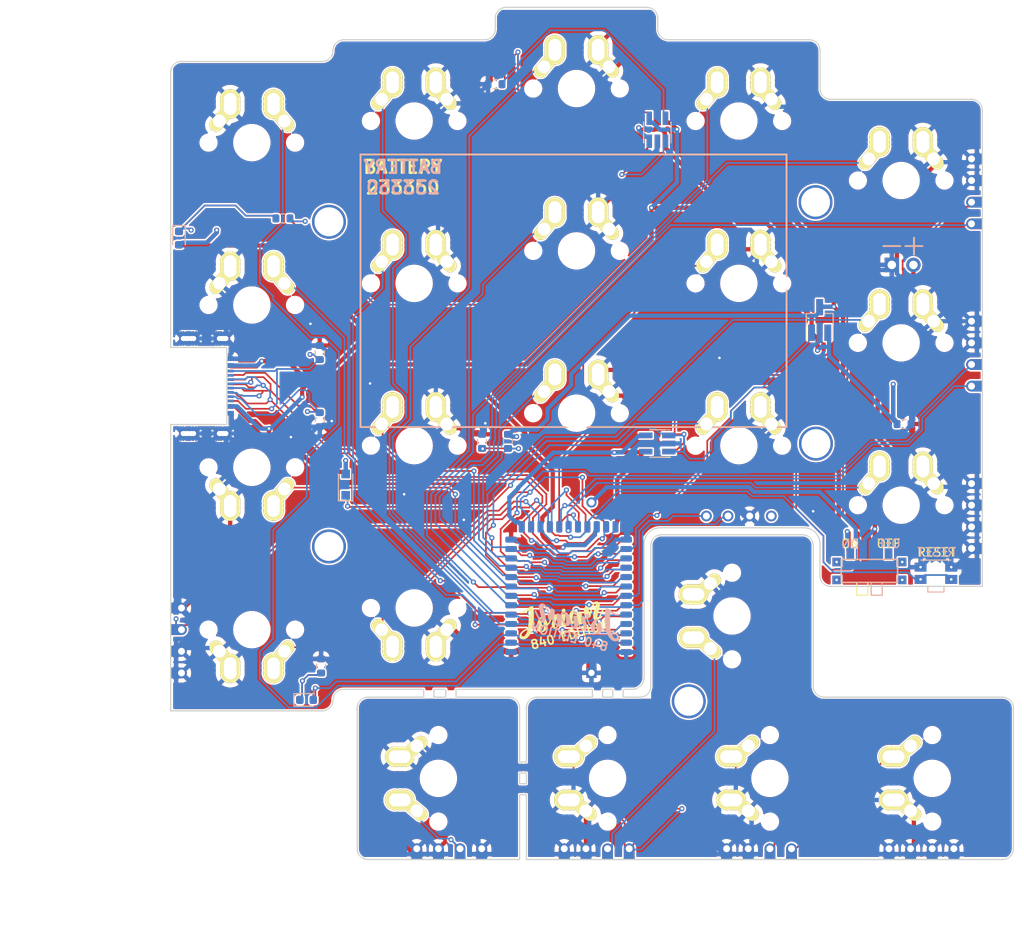
<source format=kicad_pcb>
(kicad_pcb (version 20210824) (generator pcbnew)
  (layers (0 "F.Cu" signal) (31 "B.Cu" signal) (34 "B.Paste" user) (35 "F.Paste" user) (36 "B.SilkS" user "B.Silkscreen") (37 "F.SilkS" user "F.Silkscreen") (38 "B.Mask" user) (39 "F.Mask" user) (44 "Edge.Cuts" user))
  (net 0 "")
  (net 1 "VBAT")
  (net 2 "Net-(D1-Pad1)")
  (net 3 "VBUS")
  (net 4 "Net-(D2-Pad1)")
  (net 5 "Net-(D3-Pad1)")
  (net 6 "BLUE_LED")
  (net 7 "R3C1")
  (net 8 "R2C1")
  (net 9 "R1C1")
  (net 10 "R2C0")
  (net 11 "R4C7")
  (net 12 "GND_A")
  (net 13 "R4C7A")
  (net 14 "GND_B")
  (net 15 "R3C1B")
  (net 16 "R2C1B")
  (net 17 "R1C1B")
  (net 18 "R2C0B")
  (net 19 "CC1")
  (net 20 "DATA+")
  (net 21 "DATA-")
  (net 23 "CC2")
  (net 25 "VBAT2")
  (net 26 "Net-(R3-Pad2)")
  (net 27 "Net-(R4-Pad1)")
  (net 28 "BATTERY_PIN")
  (net 29 "reset")
  (net 30 "R1C6")
  (net 31 "R1C5")
  (net 32 "R1C4")
  (net 33 "R1C3")
  (net 34 "R1C2")
  (net 35 "R2C6")
  (net 36 "R2C5")
  (net 37 "GND")
  (net 38 "VCC")
  (net 39 "R2C4")
  (net 40 "R2C3")
  (net 41 "R2C2")
  (net 42 "R3C6")
  (net 43 "R3C5")
  (net 44 "R3C4")
  (net 45 "R3C3")
  (net 47 "R3C2")
  (net 48 "R4C6")
  (net 49 "R4C5")
  (net 50 "SWD")
  (net 51 "SWC")
  (net 53 "PROG")
  (net 54 "nRF_VDD")
  (footprint "kbd:MX-Alps-1U-REV" (layer "F.Cu") (at 88.9 86.36)
    (fp_text reference "SW13" hide)
    (fp_text value "SW_PUSH" hide)
  )
  (footprint "kbd:MX-Alps-1U-REV" (layer "F.Cu") (at 107.15 110.16 90)
    (fp_text reference "SW22" hide)
    (fp_text value "SW_PUSH" hide)
  )
  (footprint "kbd:MX-Alps-1U-REV" (layer "F.Cu") (at 130.645 129.21 90)
    (fp_text reference "SW21" hide)
    (fp_text value "SW_PUSH" hide)
  )
  (footprint "kbd:MX-Alps-1U-REV" (layer "F.Cu") (at 111.595 129.21 90)
    (fp_text reference "SW20" hide)
    (fp_text value "SW_PUSH" hide)
  )
  (footprint "kbd:MX-Alps-1U-REV" (layer "F.Cu") (at 92.545 129.21 90)
    (fp_text reference "SW19" hide)
    (fp_text value "SW_PUSH" hide)
  )
  (footprint "kbd:MX-Alps-1U-REV" (layer "F.Cu") (at 72.695 129.21 90)
    (fp_text reference "SW18" hide)
    (fp_text value "SW_PUSH" hide)
  )
  (footprint "kbd:MX-Alps-1U-REV" (layer "F.Cu") (at 69.85 109.22 180)
    (fp_text reference "SW17" hide)
    (fp_text value "SW_PUSH" hide)
  )
  (footprint "kbd:MX-Alps-1U-REV" (layer "F.Cu") (at 50.8 111.76 180)
    (fp_text reference "SW16" hide)
    (fp_text value "SW_PUSH" hide)
  )
  (footprint "kbd:MX-Alps-1U-REV" (layer "F.Cu") (at 127 97.155)
    (fp_text reference "SW15" hide)
    (fp_text value "SW_PUSH" hide)
  )
  (footprint "kbd:MX-Alps-1U-REV" (layer "F.Cu") (at 107.95 90.17)
    (fp_text reference "SW14" hide)
    (fp_text value "SW_PUSH" hide)
  )
  (footprint "kbd:MX-Alps-1U-REV" (layer "F.Cu") (at 50.8 54.61)
    (fp_text reference "SW1" hide)
    (fp_text value "SW_PUSH" hide)
  )
  (footprint "kbd:MX-Alps-1U-REV" (layer "F.Cu") (at 69.85 90.17)
    (fp_text reference "SW12" hide)
    (fp_text value "SW_PUSH" hide)
  )
  (footprint "kbd:MX-Alps-1U-REV" (layer "F.Cu") (at 50.8 92.71 180)
    (fp_text reference "SW11" hide)
    (fp_text value "SW_PUSH" hide)
  )
  (footprint "kbd:MX-Alps-1U-REV" (layer "F.Cu") (at 127 78.105)
    (fp_text reference "SW10" hide)
    (fp_text value "SW_PUSH" hide)
  )
  (footprint "kbd:MX-Alps-1U-REV" (layer "F.Cu") (at 107.95 71.12)
    (fp_text reference "SW9" hide)
    (fp_text value "SW_PUSH" hide)
  )
  (footprint "kbd:MX-Alps-1U-REV" (layer "F.Cu") (at 88.9 67.31)
    (fp_text reference "SW8" hide)
    (fp_text value "SW_PUSH" hide)
  )
  (footprint "kbd:MX-Alps-1U-REV" (layer "F.Cu") (at 69.85 71.12)
    (fp_text reference "SW7" hide)
    (fp_text value "SW_PUSH" hide)
  )
  (footprint "kbd:MX-Alps-1U-REV" (layer "F.Cu") (at 50.8 73.66)
    (fp_text reference "SW6" hide)
    (fp_text value "SW_PUSH" hide)
  )
  (footprint "kbd:MX-Alps-1U-REV" (layer "F.Cu") (at 127 59.055)
    (fp_text reference "SW5" hide)
    (fp_text value "SW_PUSH" hide)
  )
  (footprint "kbd:MX-Alps-1U-REV" (layer "F.Cu") (at 107.95 52.07)
    (fp_text reference "SW4" hide)
    (fp_text value "SW_PUSH" hide)
  )
  (footprint "kbd:MX-Alps-1U-REV" (layer "F.Cu") (at 88.9 48.26)
    (fp_text reference "SW3" hide)
    (fp_text value "SW_PUSH" hide)
  )
  (footprint "kbd:MX-Alps-1U-REV" (layer "F.Cu") (at 69.85 52.07)
    (fp_text reference "SW2" hide)
    (fp_text value "SW_PUSH" hide)
  )
  (footprint "kbd:cr2032_bs-7" (layer "F.Cu") (at 90.64 109.474)
    (fp_text reference "BT1")
    (fp_text value "Battery Holder")
  )
  (footprint "kbd:edge_conn" (layer "F.Cu") (at 73.965 138.735 -90)
    (fp_text reference "E18")
    (fp_text value "left")
  )
  (footprint "kbd:edge_conn" (layer "F.Cu") (at 136.525 60.325)
    (fp_text reference "E5")
    (fp_text value "left")
  )
  (footprint "kbd:edge_conn" (layer "F.Cu") (at 136.525 98.425)
    (fp_text reference "E15")
    (fp_text value "left")
  )
  (footprint "kbd:edge_conn" (layer "F.Cu") (at 136.525 79.375)
    (fp_text reference "E10")
    (fp_text value "left")
  )
  (footprint "kbd:jorian_logo" (layer "F.Cu") (at 88.0595 111.145)
    (fp_text reference "G1" hide)
    (fp_text value "Logo_Open_Hardware_Small" hide)
  )
  (footprint "kbd:connector_swd" (layer "F.Cu") (at 107.95 98.425 180)
    (fp_text reference "JP16")
    (fp_text value "SWD_conn")
  )
  (footprint "skean:SOT-23-5_HandSoldering_REV" (layer "F.Cu") (at 98.387 89.916 180)
    (fp_text reference "U3")
    (fp_text value "XC6220B331MR-G")
  )
  (footprint "skean:R_0603_1608Metric_REV" (layer "F.Cu") (at 54.445 63.5)
    (fp_text reference "R3")
    (fp_text value "1K")
  )
  (footprint "skean:R_0603_1608Metric_REV" (layer "F.Cu") (at 77.813 89.662 90)
    (fp_text reference "R6")
    (fp_text value "2M")
  )
  (footprint "skean:LED_0603_1608Metric_REV" (layer "F.Cu") (at 57.225 119.995)
    (fp_text reference "D3")
    (fp_text value "BLUE")
  )
  (footprint "skean:R_0603_1608Metric_REV" (layer "F.Cu") (at 80.861 89.662 -90)
    (fp_text reference "R5")
    (fp_text value "820K")
  )
  (footprint "kbd:M2-MountingHole-Standoff" (layer "F.Cu") (at 59.85 101.995)
    (fp_text reference "HM3" hide)
    (fp_text value "CaseHole" hide)
  )
  (footprint "skean:SOT-23-5_HandSoldering_REV" (layer "F.Cu") (at 98.387 53.086 90)
    (fp_text reference "U2")
    (fp_text value "TP4054")
  )
  (footprint "skean:SW_SPST_EVQP7C_REV" (layer "F.Cu") (at 131.075 105.145)
    (fp_text reference "RSW1")
    (fp_text value "SW_PUSH")
  )
  (footprint "skean:R_0603_1608Metric_REV" (layer "F.Cu") (at 58.763 79.248 90)
    (fp_text reference "R1")
    (fp_text value "5.1K")
  )
  (footprint "skean:SOT-23_Handsoldering_REV" (layer "F.Cu") (at 117.437 75.414 90)
    (fp_text reference "Q1")
    (fp_text value "AO3407")
  )
  (footprint "kbd:Holyiot-18010-nRF52840-REV" (layer "F.Cu") (at 87.975 108.695 180)
    (fp_text reference "U1")
    (fp_text value "Holyiot-18010")
  )
  (footprint "kbd:M2-MountingHole-Standoff" (layer "F.Cu") (at 102.075 120.17 90)
    (fp_text reference "HM5" hide)
    (fp_text value "CaseHole" hide)
  )
  (footprint "skean:LED_0603_1608Metric_REV" (layer "F.Cu") (at 42.253 65.8173 -90)
    (fp_text reference "D1")
    (fp_text value "RED")
  )
  (footprint "skean:Battery_TH" (layer "F.Cu") (at 125.9 68.9575 90)
    (fp_text reference "J2")
    (fp_text value "Ex_Bat")
  )
  (footprint "kbd:M2-MountingHole-Standoff" (layer "F.Cu") (at 116.95 61.595)
    (fp_text reference "HM2" hide)
    (fp_text value "CaseHole" hide)
  )
  (footprint "skean:SW_SPDT+H-MSK12C01_hor(7pin_SMD)_REV" (layer "F.Cu") (at 123.275 104.87)
    (fp_text reference "SW23")
    (fp_text value "SW_SPDT")
  )
  (footprint "skean:R_0603_1608Metric_REV" (layer "F.Cu") (at 58.925 116.02 90)
    (fp_text reference "R8")
    (fp_text value "1K")
  )
  (footprint "skean:D_SOD-323_HandSoldering_REV" (layer "F.Cu") (at 61.811 94.742 90)
    (fp_text reference "D2")
    (fp_text value "1N5819")
  )
  (footprint "skean:R_0603_1608Metric_REV" (layer "F.Cu") (at 58.763 87.122 -90)
    (fp_text reference "R2")
    (fp_text value "5.1K")
  )
  (footprint "kbd:M2-MountingHole-Standoff" (layer "F.Cu") (at 117 89.93)
    (fp_text reference "HM4" hide)
    (fp_text value "CaseHole" hide)
  )
  (footprint "skean:R_0603_1608Metric_REV" (layer "F.Cu") (at 127.343 87.63)
    (fp_text reference "R7")
    (fp_text value "100K")
  )
  (footprint "kbd:M2-MountingHole-Standoff" (layer "F.Cu") (at 59.85 63.895)
    (fp_text reference "HM1" hide)
    (fp_text value "CaseHole" hide)
  )
  (footprint "skean:R_0603_1608Metric_REV" (layer "F.Cu") (at 79.337 47.752 180)
    (fp_text reference "R4")
    (fp_text value "RPROG")
  )
  (footprint "skean:USB-C_C168688_REV" (layer "F.Cu") (at 41.275 83.17 90)
    (fp_text reference "J1" hide)
    (fp_text value "USB-C Conn")
  )
  (footprint "kbd:edge_conn" (layer "B.Cu") (at 41.275 113.03 180)
    (fp_text reference "E16")
    (fp_text value "right")
  )
  (footprint "kbd:edge_conn" (layer "B.Cu") (at 129.375 138.735 -90)
    (fp_text reference "E21")
    (fp_text value "right")
  )
  (footprint "kbd:edge_conn" (layer "B.Cu") (at 110.325 138.735 -90)
    (fp_text reference "E20")
    (fp_text value "right")
  )
  (footprint "kbd:edge_conn" (layer "B.Cu") (at 91.275 138.735 -90)
    (fp_text reference "E19")
    (fp_text value "right")
  )
  (footprint "kbd:jorian_logo" (layer "B.Cu") (at 88.0595 111.379 180)
    (fp_text reference "G2" hide)
    (fp_text value "Logo_Open_Hardware_Small" hide)
  )
  (gr_rect (start 113.55 55.995) (end 63.55 87.995) (layer "B.SilkS") (width 0.2) (fill none))
  (gr_rect (start 63.55 55.995) (end 113.55 87.995) (layer "F.SilkS") (width 0.2) (fill none))
  (gr_arc (start 97.155 40.005) (end 98.425 40.005) (angle -90) (layer "Edge.Cuts") (width 0.15))
  (gr_arc (start 99.695 41.275) (end 98.425 41.275) (angle -90) (layer "Edge.Cuts") (width 0.15))
  (gr_arc (start 116.205 43.815) (end 117.475 43.815) (angle -90) (layer "Edge.Cuts") (width 0.15))
  (gr_arc (start 118.745 48.26) (end 117.475 48.26) (angle -90) (layer "Edge.Cuts") (width 0.15))
  (gr_arc (start 118.745 105.41) (end 117.475 105.41) (angle -90) (layer "Edge.Cuts") (width 0.15))
  (gr_arc (start 115.405 101.905) (end 116.675 101.905) (angle -90) (layer "Edge.Cuts") (width 0.15))
  (gr_arc (start 98.895 101.905) (end 98.895 100.635) (angle -90) (layer "Edge.Cuts") (width 0.15))
  (gr_arc (start 95.429113 117.365) (end 95.639113 118.745) (angle -81.34745821) (layer "Edge.Cuts") (width 0.15))
  (gr_arc (start 84.29 120.955) (end 84.29 119.685) (angle -90) (layer "Edge.Cuts") (width 0.15))
  (gr_arc (start 64.44 137.465) (end 63.17 137.465) (angle -90) (layer "Edge.Cuts") (width 0.15))
  (gr_arc (start 117.945 118.415) (end 116.675 118.415) (angle -90) (layer "Edge.Cuts") (width 0.15))
  (gr_arc (start 138.9 120.955) (end 140.17 120.955) (angle -90) (layer "Edge.Cuts") (width 0.15))
  (gr_arc (start 138.9 137.465) (end 138.9 138.735) (angle -90) (layer "Edge.Cuts") (width 0.15))
  (gr_arc (start 59.055 120.015) (end 59.055 121.285) (angle -90) (layer "Edge.Cuts") (width 0.15))
  (gr_arc (start 61.595 120.015) (end 61.595 118.745) (angle -90) (layer "Edge.Cuts") (width 0.15))
  (gr_arc (start 80.645 40.005) (end 80.645 38.735) (angle -90) (layer "Edge.Cuts") (width 0.15))
  (gr_arc (start 80.95 120.955) (end 82.22 120.955) (angle -90) (layer "Edge.Cuts") (width 0.15))
  (gr_arc (start 98.73 101.7) (end 98.73 99.795) (angle -90) (layer "Edge.Cuts") (width 0.15))
  (gr_arc (start 78.105 41.275) (end 78.105 42.545) (angle -90) (layer "Edge.Cuts") (width 0.15))
  (gr_line (start 120.015 106.68) (end 118.745 106.68) (layer "Edge.Cuts") (width 0.15))
  (gr_line (start 90.765 118.745) (end 74.765 118.745) (layer "Edge.Cuts") (width 0.15))
  (gr_line (start 41.275 121.285) (end 41.275 87.695) (layer "Edge.Cuts") (width 0.15))
  (gr_line (start 70.965 118.745) (end 70.965 119.685) (layer "Edge.Cuts") (width 0.15))
  (gr_line (start 117.945 119.685) (end 138.9 119.685) (layer "Edge.Cuts") (width 0.15))
  (gr_line (start 41.275 78.645) (end 41.275 46.355) (layer "Edge.Cuts") (width 0.15))
  (gr_line (start 96.825 107.965) (end 96.825 117.365) (layer "Edge.Cuts") (width 0.15))
  (gr_line (start 80.95 119.685) (end 74.765 119.685) (layer "Edge.Cuts") (width 0.15))
  (gr_line (start 117.475 105.41) (end 117.475 101.7) (layer "Edge.Cuts") (width 0.15))
  (gr_line (start 82.22 127.305) (end 82.22 120.955) (layer "Edge.Cuts") (width 0.15))
  (gr_arc (start 64.44 120.955) (end 64.44 119.685) (angle -90) (layer "Edge.Cuts") (width 0.15))
  (gr_line (start 82.22 128.575) (end 82.22 129.845) (layer "Edge.Cuts") (width 0.15))
  (gr_line (start 93.165 118.745) (end 91.965 118.745) (layer "Edge.Cuts") (width 0.15))
  (gr_line (start 72.165 118.745) (end 72.165 119.685) (layer "Edge.Cuts") (width 0.15))
  (gr_line (start 115.57 99.795) (end 105.41 99.795) (layer "Edge.Cuts") (width 0.15))
  (gr_line (start 138.9 138.735) (end 83.02 138.735) (layer "Edge.Cuts") (width 0.15))
  (gr_line (start 94.365 119.685) (end 94.365 118.745) (layer "Edge.Cuts") (width 0.15))
  (gr_line (start 91.965 118.745) (end 91.965 119.685) (layer "Edge.Cuts") (width 0.15))
  (gr_line (start 82.22 127.305) (end 83.02 127.305) (layer "Edge.Cuts") (width 0.15))
  (gr_line (start 47.875 78.645) (end 41.275 78.645) (layer "Edge.Cuts") (width 0.15))
  (gr_line (start 83.02 131.115) (end 82.22 131.115) (layer "Edge.Cuts") (width 0.15))
  (gr_line (start 99.695 42.545) (end 116.205 42.545) (layer "Edge.Cuts") (width 0.15))
  (gr_line (start 73.565 118.745) (end 72.165 118.745) (layer "Edge.Cuts") (width 0.15))
  (gr_line (start 83.02 127.305) (end 83.02 120.955) (layer "Edge.Cuts") (width 0.15))
  (gr_line (start 47.875 87.695) (end 47.875 78.645) (layer "Edge.Cuts") (width 0.15))
  (gr_line (start 59.055 121.285) (end 41.275 121.285) (layer "Edge.Cuts") (width 0.15))
  (gr_line (start 105.41 99.795) (end 98.73 99.795) (layer "Edge.Cuts") (width 0.15))
  (gr_line (start 79.375 40.005) (end 79.375 41.275) (layer "Edge.Cuts") (width 0.15))
  (gr_line (start 59.055 45.085) (end 42.545 45.085) (layer "Edge.Cuts") (width 0.15))
  (gr_line (start 96.825 101.7) (end 96.825 107.965) (layer "Edge.Cuts") (width 0.15))
  (gr_line (start 140.17 120.955) (end 140.17 137.465) (layer "Edge.Cuts") (width 0.15))
  (gr_line (start 98.895 100.635) (end 105.245 100.635) (layer "Edge.Cuts") (width 0.15))
  (gr_line (start 136.525 50.8) (end 136.525 106.68) (layer "Edge.Cuts") (width 0.15))
  (gr_line (start 97.155 38.735) (end 80.645 38.735) (layer "Edge.Cuts") (width 0.15))
  (gr_line (start 93.165 119.685) (end 93.165 118.745) (layer "Edge.Cuts") (width 0.15))
  (gr_arc (start 115.57 101.7) (end 117.475 101.7) (angle -90) (layer "Edge.Cuts") (width 0.15))
  (gr_arc (start 135.255 50.8) (end 136.525 50.8) (angle -90) (layer "Edge.Cuts") (width 0.15))
  (gr_line (start 74.765 118.745) (end 74.765 119.685) (layer "Edge.Cuts") (width 0.15))
  (gr_line (start 64.44 138.735) (end 82.22 138.735) (layer "Edge.Cuts") (width 0.15))
  (gr_line (start 117.475 43.815) (end 117.475 48.26) (layer "Edge.Cuts") (width 0.15))
  (gr_line (start 82.22 131.115) (end 82.22 138.735) (layer "Edge.Cuts") (width 0.15))
  (gr_line (start 115.405 100.635) (end 105.245 100.635) (layer "Edge.Cuts") (width 0.15))
  (gr_line (start 91.965 119.685) (end 93.165 119.685) (layer "Edge.Cuts") (width 0.15))
  (gr_line (start 70.965 119.685) (end 64.44 119.685) (layer "Edge.Cuts") (width 0.15))
  (gr_line (start 97.625 118.415) (end 97.625 108.255) (layer "Edge.Cuts") (width 0.15))
  (gr_line (start 84.29 119.685) (end 90.765 119.685) (layer "Edge.Cuts") (width 0.15))
  (gr_arc (start 61.595 43.815) (end 61.595 42.545) (angle -90) (layer "Edge.Cuts") (width 0.15))
  (gr_line (start 83.02 128.575) (end 82.22 128.575) (layer "Edge.Cuts") (width 0.15))
  (gr_line (start 83.02 131.115) (end 83.02 138.735) (layer "Edge.Cuts") (width 0.15))
  (gr_line (start 70.965 118.745) (end 61.595 118.745) (layer "Edge.Cuts") (width 0.15))
  (gr_line (start 116.675 101.905) (end 116.675 118.415) (layer "Edge.Cuts") (width 0.15))
  (gr_line (start 72.165 119.685) (end 73.565 119.685) (layer "Edge.Cuts") (width 0.15))
  (gr_arc (start 96.355 118.415) (end 96.355 119.685) (angle -90) (layer "Edge.Cuts") (width 0.15))
  (gr_line (start 63.17 120.955) (end 63.17 137.465) (layer "Edge.Cuts") (width 0.15))
  (gr_line (start 96.355 119.685) (end 94.365 119.685) (layer "Edge.Cuts") (width 0.15))
  (gr_line (start 90.765 119.685) (end 90.765 118.745) (layer "Edge.Cuts") (width 0.15))
  (gr_line (start 97.625 108.255) (end 97.625 101.905) (layer "Edge.Cuts") (width 0.15))
  (gr_line (start 136.525 106.68) (end 120.015 106.68) (layer "Edge.Cuts") (width 0.15))
  (gr_line (start 94.365 118.745) (end 95.639113 118.745) (layer "Edge.Cuts") (width 0.15))
  (gr_line (start 118.745 49.53) (end 135.255 49.53) (layer "Edge.Cuts") (width 0.15))
  (gr_line (start 82.22 129.845) (end 83.02 129.845) (layer "Edge.Cuts") (width 0.15))
  (gr_line (start 78.105 42.545) (end 61.595 42.545) (layer "Edge.Cuts") (width 0.15))
  (gr_line (start 98.425 40.005) (end 98.425 41.275) (layer "Edge.Cuts") (width 0.15))
  (gr_line (start 41.275 87.695) (end 47.875 87.695) (layer "Edge.Cuts") (width 0.15))
  (gr_arc (start 59.055 43.815) (end 59.055 45.085) (angle -90) (layer "Edge.Cuts") (width 0.15))
  (gr_line (start 73.565 119.685) (end 73.565 118.745) (layer "Edge.Cuts") (width 0.15))
  (gr_arc (start 42.545 46.355) (end 42.545 45.085) (angle -90) (layer "Edge.Cuts") (width 0.15))
  (gr_line (start 83.02 129.845) (end 83.02 128.575) (layer "Edge.Cuts") (width 0.15))
  (gr_text "BATTERY\n233350" (at 68.525 58.67) (layer "B.SilkS") (effects (font (size 1.5 1.5) (thickness 0.3)) (justify mirror)))
  (gr_text "BATTERY\n233350" (at 68.525 58.67) (layer "F.SilkS") (effects (font (size 1.5 1.5) (thickness 0.3))))
  (via (at 119.425 103.82) (size 0.6) (drill 0.3) (layers "F.Cu" "B.Cu") (net 0))
  (via (at 127.125 103.82) (size 0.6) (drill 0.3) (layers "F.Cu" "B.Cu") (net 0))
  (via (at 119.425 105.92) (size 0.6) (drill 0.3) (layers "F.Cu" "B.Cu") (net 0))
  (via (at 127.125 105.92) (size 0.6) (drill 0.3) (layers "F.Cu" "B.Cu") (net 0))
  (segment (start 128.44 68.9575) (end 128.44 70.027) (width 0.5) (layer "F.Cu") (net 1))
  (segment (start 123.9078 102.47) (end 123.9078 102.22) (width 0.5) (layer "F.Cu") (net 1))
  (segment (start 123.9078 96.3407) (end 123.9078 99.9502) (width 0.5) (layer "F.Cu") (net 1))
  (segment (start 126.3601 72.1069) (end 126.3601 74.8384) (width 0.5) (layer "F.Cu") (net 1))
  (segment (start 123.9078 102.22) (end 123.9078 99.9502) (width 0.5) (layer "F.Cu") (net 1))
  (segment (start 124.2378 76.9607) (end 124.2378 89.1657) (width 0.5) (layer "F.Cu") (net 1))
  (segment (start 126.3601 93.8884) (end 123.9078 96.3407) (width 0.5) (layer "F.Cu") (net 1))
  (segment (start 128.44 70.027) (end 126.3601 72.1069) (width 0.5) (layer "F.Cu") (net 1))
  (segment (start 124.2378 89.1657) (end 126.3601 91.288) (width 0.5) (layer "F.Cu") (net 1))
  (segment (start 126.3601 74.8384) (end 124.2378 76.9607) (width 0.5) (layer "F.Cu") (net 1))
  (segment (start 126.3601 91.288) (end 126.3601 93.8884) (width 0.5) (layer "F.Cu") (net 1))
  (segment (start 124.025 102.87) (end 123.9078 102.47) (width 0.5) (layer "F.Cu") (net 1))
  (via (at 123.9078 99.9502) (size 0.6) (drill 0.3) (layers "F.Cu" "B.Cu") (net 1))
  (segment (start 122.325 102.47) (end 122.525 102.87) (width 0.5) (layer "B.Cu") (net 1))
  (segment (start 123.9078 99.9502) (end 122.725 101.133) (width 0.5) (layer "B.Cu") (net 1))
  (segment (start 122.725 102.22) (end 122.725 102.47) (width 0.5) (layer "B.Cu") (net 1))
  (segment (start 90.6551 96.8348) (end 92.45136 95.03854) (width 0.5) (layer "B.Cu") (net 1))
  (segment (start 122.2252 101.5365) (end 122.2252 102.0166) (width 0.5) (layer "B.Cu") (net 1))
  (segment (start 92.45136 95.03854) (end 109.153112 95.03854) (width 0.5) (layer "B.Cu") (net 1))
  (segment (start 121.6764 100.9877) (end 122.2252 101.5365) (width 0.5) (layer "B.Cu") (net 1))
  (segment (start 109.153112 95.03854) (end 109.707892 95.59332) (width 0.5) (layer "B.Cu") (net 1))
  (segment (start 121.6764 99.8432) (end 121.6764 100.9877) (width 0.5) (layer "B.Cu") (net 1))
  (segment (start 122.325 102.1164) (end 122.325 102.47) (width 0.5) (layer "B.Cu") (net 1))
  (segment (start 117.42652 95.59332) (end 121.6764 99.8432) (width 0.5) (layer "B.Cu") (net 1))
  (segment (start 122.725 102.47) (end 122.525 102.87) (width 0.5) (layer "B.Cu") (net 1))
  (segment (start 122.2252 102.0166) (end 122.325 102.1164) (width 0.5) (layer "B.Cu") (net 1))
  (segment (start 109.707892 95.59332) (end 117.42652 95.59332) (width 0.5) (layer "B.Cu") (net 1))
  (segment (start 122.725 101.133) (end 122.725 102.22) (width 0.5) (layer "B.Cu") (net 1))
  (segment (start 50.0941 63.1866) (end 48.8909 61.9834) (width 0.2) (layer "F.Cu") (net 2))
  (segment (start 43.4964 64.6914) (end 42.6883 64.6914) (width 0.2) (layer "F.Cu") (net 2))
  (segment (start 42.6883 64.6914) (end 42.253 65.0298) (width 0.2) (layer "F.Cu") (net 2))
  (segment (start 42.6289 64.632) (end 42.253 65.0298) (width 0.2) (layer "F.Cu") (net 2))
  (segment (start 43.675 64.87) (end 43.4964 64.6914) (width 0.2) (layer "F.Cu") (net 2))
  (segment (start 48.8909 61.9834) (end 45.2775 61.9834) (width 0.2) (layer "F.Cu") (net 2))
  (segment (start 45.2775 61.9834) (end 42.6289 64.632) (width 0.2) (layer "F.Cu") (net 2))
  (segment (start 53.2268 63.1866) (end 50.0941 63.1866) (width 0.2) (layer "F.Cu") (net 2))
  (segment (start 53.62 63.5) (end 53.2268 63.1866) (width 0.2) (layer "F.Cu") (net 2))
  (via (at 43.675 64.87) (size 0.6) (drill 0.3) (layers "F.Cu" "B.Cu") (net 2))
  (segment (start 50.0941 63.1866) (end 53.2268 63.1866) (width 0.2) (layer "B.Cu") (net 2))
  (segment (start 48.8909 61.9834) (end 50.0941 63.1866) (width 0.2) (layer "B.Cu") (net 2))
  (segment (start 43.675 64.87) (end 43.4906 64.6856) (width 0.2) (layer "B.Cu") (net 2))
  (segment (start 42.253 65.024) (end 42.6289 64.6262) (width 0.2) (layer "B.Cu") (net 2))
  (segment (start 42.6883 64.6856) (end 42.253 65.024) (width 0.2) (layer "B.Cu") (net 2))
  (segment (start 53.2268 63.1866) (end 53.62 63.5) (width 0.2) (layer "B.Cu") (net 2))
  (segment (start 43.4906 64.6856) (end 42.6883 64.6856) (width 0.2) (layer "B.Cu") (net 2))
  (segment (start 45.2717 61.9834) (end 48.8909 61.9834) (width 0.2) (layer "B.Cu") (net 2))
  (segment (start 42.6289 64.6262) (end 45.2717 61.9834) (width 0.2) (layer "B.Cu") (net 2))
  (segment (start 84.675 99.695) (end 84.8836 99.026) (width 0.5) (layer "F.Cu") (net 3))
  (segment (start 117.183 78.994) (end 117.183 77.61) (width 0.5) (layer "F.Cu") (net 3))
  (segment (start 84.8836 100.364) (end 84.8836 100.5851) (width 0.5) (layer "F.Cu") (net 3))
  (segment (start 126.518 87.63) (end 126.2796 87.1618) (width 0.5) (layer "F.Cu") (net 3))
  (segment (start 114.7051 67.568) (end 111.277 64.1399) (width 0.5) (layer "F.Cu") (net 3))
  (segment (start 99.662 52.266) (end 99.9068 52.266) (width 0.5) (layer "F.Cu") (net 3))
  (segment (start 56.7051 83.5406) (end 57.4935 82.7522) (width 0.5) (layer "F.Cu") (net 3))
  (segment (start 114.7051 73.3099) (end 114.7051 67.568) (width 0.5) (layer "F.Cu") (net 3))
  (segment (start 86.1116 93.1201) (end 82.8723 89.8808) (width 0.5) (layer "F.Cu") (net 3))
  (segment (start 54.9933 80.252) (end 57.4935 82.7522) (width 0.5) (layer "F.Cu") (net 3))
  (segment (start 61.8109 92.992) (end 61.8109 93.242) (width 0.5) (layer "F.Cu") (net 3))
  (segment (start 54.2667 91.0349) (end 56.5738 91.0349) (width 0.5) (layer "F.Cu") (net 3))
  (segment (start 48.8662 85.57) (end 50.577 87.2808) (width 0.5) (layer "F.Cu") (net 3))
  (segment (start 51.344111 80.862489) (end 48.367489 80.862489) (width 0.5) (layer "F.Cu") (net 3))
  (segment (start 46.675 64.87) (end 46.675 65.1801) (width 0.5) (layer "F.Cu") (net 3))
  (segment (start 126.0641 86.9463) (end 126.0641 82.9536) (width 0.5) (layer "F.Cu") (net 3))
  (segment (start 63.8441 77.6425) (end 58.7344 82.7522) (width 0.5) (layer "F.Cu") (net 3))
  (segment (start 106.0553 62.2503) (end 97.6983 62.2503) (width 0.5) (layer "F.Cu") (net 3))
  (segment (start 61.561 93.242) (end 61.811 93.492) (width 0.5) (layer "F.Cu") (net 3))
  (segment (start 86.2414 102.1073) (end 87.3125 102.1073) (width 0.5) (layer "F.Cu") (net 3))
  (segment (start 61.8109 91.915) (end 61.8109 92.992) (width 0.5) (layer "F.Cu") (net 3))
  (segment (start 48.275 85.57) (end 48.8662 85.57) (width 0.5) (layer "F.Cu") (net 3))
  (segment (start 42.8194 66.6048) (end 42.8945 66.6799) (width 0.5) (layer "F.Cu") (net 3))
  (segment (start 42.253 66.6048) (end 42.7288 66.6048) (width 0.5) (layer "F.Cu") (net 3))
  (segment (start 116.487 76.914) (end 116.487 75.0918) (width 0.5) (layer "F.Cu") (net 3))
  (segment (start 82.8723 88.6913) (end 78.5185 84.3375) (width 0.5) (layer "F.Cu") (net 3))
  (segment (start 111.277 64.1399) (end 107.9449 64.1399) (width 0.5) (layer "F.Cu") (net 3))
  (segment (start 42.8945 66.6799) (end 54.127 66.6799) (width 0.5) (layer "F.Cu") (net 3))
  (segment (start 85.0153 100.7168) (end 85.0153 100.8812) (width 0.5) (layer "F.Cu") (net 3))
  (segment (start 83.023 80.6359) (end 78.5185 80.6359) (width 0.5) (layer "F.Cu") (net 3))
  (segment (start 54.127 66.6799) (end 63.8441 76.397) (width 0.5) (layer "F.Cu") (net 3))
  (segment (start 51.1705 87.2808) (end 52.0534 88.1637) (width 0.5) (layer "F.Cu") (net 3))
  (segment (start 51.9546 80.252) (end 54.9933 80.252) (width 0.5) (layer "F.Cu") (net 3))
  (segment (start 58.7809 93.242) (end 61.561 93.242) (width 0.5) (layer "F.Cu") (net 3))
  (segment (start 99.337 51.736) (end 99.412 52.266) (width 0.5) (layer "F.Cu") (net 3))
  (segment (start 46.675 65.1801) (end 45.5111 66.344) (width 0.5) (layer "F.Cu") (net 3))
  (segment (start 61.8109 93.242) (end 61.811 93.492) (width 0.5) (layer "F.Cu") (net 3))
  (segment (start 84.8836 99.026) (end 84.8836 98.5906) (width 0.5) (layer "F.Cu") (net 3))
  (segment (start 126.2796 87.1618) (end 126.0641 86.9463) (width 0.5) (layer "F.Cu") (net 3))
  (segment (start 56.5738 91.0349) (end 58.7809 93.242) (width 0.5) (layer "F.Cu") (net 3))
  (segment (start 42.7288 66.6048) (end 42.8194 66.6048) (width 0.5) (layer "F.Cu") (net 3))
  (segment (start 63.8441 76.397) (end 63.8441 77.6425) (width 0.5) (layer "F.Cu") (net 3))
  (segment (start 84.675 99.695) (end 84.8836 100.364) (width 0.5) (layer "F.Cu") (net 3))
  (segment (start 97.6983 62.2503) (end 97.6983 65.9606) (width 0.5) (layer "F.Cu") (net 3))
  (segment (start 86.1116 97.3626) (end 86.1116 93.1201) (width 0.5) (layer "F.Cu") (net 3))
  (segment (start 84.8836 98.5906) (end 86.1116 97.3626) (width 0.5) (layer "F.Cu") (net 3))
  (segment (start 85.0153 100.8812) (end 86.2414 102.1073) (width 0.5) (layer "F.Cu") (net 3))
  (segment (start 58.7344 82.7522) (end 57.4935 82.7522) (width 0.5) (layer "F.Cu") (net 3))
  (segment (start 78.5185 84.3375) (end 78.5185 80.6359) (width 0.5) (layer "F.Cu") (net 3))
  (segment (start 82.8723 89.8808) (end 82.8723 88.6913) (width 0.5) (layer "F.Cu") (net 3))
  (segment (start 63.8441 77.6425) (end 66.8375 80.6359) (width 0.5) (layer "F.Cu") (net 3))
  (segment (start 56.7051 84.4757) (end 56.7051 83.5406) (width 0.5) (layer "F.Cu") (net 3))
  (segment (start 84.8836 100.5851) (end 85.0153 100.7168) (width 0.5) (layer "F.Cu") (net 3))
  (segment (start 107.9449 64.1399) (end 106.0553 62.2503) (width 0.5) (layer "F.Cu") (net 3))
  (segment (start 42.7204 66.344) (end 42.253 66.6048) (width 0.5) (layer "F.Cu") (net 3))
  (segment (start 48.367489 80.862489) (end 48.275 80.77) (width 0.5) (layer "F.Cu") (net 3))
  (segment (start 97.6983 65.9606) (end 83.023 80.6359) (width 0.5) (layer "F.Cu") (net 3))
  (segment (start 52.8099 88.1637) (end 52.8099 89.5781) (width 0.5) (layer "F.Cu") (net 3))
  (segment (start 99.9068 52.266) (end 100.6854 53.0446) (width 0.5) (layer "F.Cu") (net 3))
  (segment (start 51.9546 80.252) (end 51.344111 80.862489) (width 0.5) (layer "F.Cu") (net 3))
  (segment (start 50.577 87.2808) (end 51.1705 87.2808) (width 0.5) (layer "F.Cu") (net 3))
  (segment (start 116.487 75.0918) (end 114.7051 73.3099) (width 0.5) (layer "F.Cu") (net 3))
  (segment (start 52.8099 89.5781) (end 54.2667 91.0349) (width 0.5) (layer "F.Cu") (net 3))
  (segment (start 66.8375 80.6359) (end 78.5185 80.6359) (width 0.5) (layer "F.Cu") (net 3))
  (segment (start 45.5111 66.344) (end 42.7204 66.344) (width 0.5) (layer "F.Cu") (net 3))
  (segment (start 99.412 52.266) (end 99.662 52.266) (width 0.5) (layer "F.Cu") (net 3))
  (segment (start 52.0534 88.1637) (end 52.8099 88.1637) (width 0.5) (layer "F.Cu") (net 3))
  (segment (start 117.183 77.61) (end 116.487 76.914) (width 0.5) (layer "F.Cu") (net 3))
  (via (at 51.9546 80.252) (size 0.6) (drill 0.3) (layers "F.Cu" "B.Cu") (net 3))
  (via (at 100.6854 53.0446) (size 0.6) (drill 0.3) (layers "F.Cu" "B.Cu") (net 3))
  (via (at 126.0641 82.9536) (size 0.6) (drill 0.3) (layers "F.Cu" "B.Cu") (net 3))
  (via (at 46.675 64.87) (size 0.6) (drill 0.3) (layers "F.Cu" "B.Cu") (net 3))
  (via (at 52.8099 88.1637) (size 0.6) (drill 0.3) (layers "F.Cu" "B.Cu") (net 3))
  (via (at 97.6983 62.2503) (size 0.6) (drill 0.3) (layers "F.Cu" "B.Cu") (net 3))
  (via (at 117.183 78.994) (size 0.6) (drill 0.3) (layers "F.Cu" "B.Cu") (net 3))
  (via (at 56.7051 84.4757) (size 0.6) (drill 0.3) (layers "F.Cu" "B.Cu") (net 3))
  (via (at 61.8109 91.915) (size 0.6) (drill 0.3) (layers "F.Cu" "B.Cu") (net 3))
  (via (at 87.3125 102.1073) (size 0.6) (drill 0.3) (layers "F.Cu" "B.Cu") (net 3))
  (segment (start 98.7095 53.0585) (end 98.737 53.086) (width 0.5) (layer "B.Cu") (net 3))
  (segment (start 53.0171 88.1637) (end 56.7051 84.4757) (width 0.5) (layer "B.Cu") (net 3))
  (segment (start 61.8109 93.242) (end 61.8109 92.992) (width 0.5) (layer "B.Cu") (net 3))
  (segment (start 97.8656 52.266) (end 98.6581 53.0585) (width 0.5) (layer "B.Cu") (net 3))
  (segment (start 97.762 52.266) (end 97.8656 52.266) (width 0.5) (layer "B.Cu") (net 3))
  (segment (start 126.2796 87.1618) (end 126.518 87.63) (width 0.5) (layer "B.Cu") (net 3))
  (segment (start 126.0641 82.9536) (end 126.0641 86.9463) (width 0.5) (layer "B.Cu") (net 3))
  (segment (start 42.7204 66.3382) (end 42.253 66.599) (width 0.5) (layer "B.Cu") (net 3))
  (segment (start 87.3125 102.1073) (end 87.5805 101.8393) (width 0.5) (layer "B.Cu") (net 3))
  (segment (start 117.607 78.57) (end 117.183 78.994) (width 0.5) (layer "B.Cu") (net 3))
  (segment (start 91.0664 100.364) (end 91.275 99.695) (width 0.5) (layer "B.Cu") (net 3))
  (segment (start 61.811 93.492) (end 61.8109 93.242) (width 0.5) (layer "B.Cu") (net 3))
  (segment (start 49.50396 80.76) (end 49.50444 80.75952) (width 0.5) (layer "B.Cu") (net 3))
  (segment (start 48.275 80.76) (end 49.50396 80.76) (width 0.5) (layer "B.Cu") (net 3))
  (segment (start 118.537 77.864) (end 118.537 77.614) (width 0.5) (layer "B.Cu") (net 3))
  (segment (start 51.6936 88.1637) (end 52.8099 88.1637) (width 0.5) (layer "B.Cu") (net 3))
  (segment (start 118.537 79.6284) (end 118.537 78.57) (width 0.5) (layer "B.Cu") (net 3))
  (segment (start 98.6581 53.0585) (end 98.7095 53.0585) (width 0.5) (layer "B.Cu") (net 3))
  (segment (start 89.8739 101.8393) (end 91.0664 100.6468) (width 0.5) (layer "B.Cu") (net 3))
  (segment (start 97.6983 62.2503) (end 100.6854 59.2632) (width 0.5) (layer "B.Cu") (net 3))
  (segment (start 98.737 53.086) (end 100.644 53.086) (width 0.5) (layer "B.Cu") (net 3))
  (segment (start 126.1542 87.2456) (end 118.537 79.6284) (width 0.5) (layer "B.Cu") (net 3))
  (segment (start 49.50444 80.75952) (end 51.44708 80.75952) (width 0.5) (layer "B.Cu") (net 3))
  (segment (start 126.0641 86.9463) (end 126.2796 87.1618) (width 0.5) (layer "B.Cu") (net 3))
  (segment (start 97.437 51.736) (end 97.512 52.266) (width 0.5) (layer "B.Cu") (net 3))
  (segment (start 45.5169 66.3382) (end 42.7204 66.3382) (width 0.5) (layer "B.Cu") (net 3))
  (segment (start 52.8099 88.1637) (end 53.0171 88.1637) (width 0.5) (layer "B.Cu") (net 3))
  (segment (start 118.537 78.57) (end 117.607 78.57) (width 0.5) (layer "B.Cu") (net 3))
  (segment (start 100.644 53.086) (end 100.6854 53.0446) (width 0.5) (layer "B.Cu") (net 3))
  (segment (start 48.275 85.56) (end 49.0899 85.56) (width 0.5) (layer "B.Cu") (net 3))
  (segment (start 49.0899 85.56) (end 51.6936 88.1637) (width 0.5) (layer "B.Cu") (net 3))
  (segment (start 97.512 52.266) (end 97.762 52.266) (width 0.5) (layer "B.Cu") (net 3))
  (segment (start 126.518 87.63) (end 126.1542 87.2456) (width 0.5) (layer "B.Cu") (net 3))
  (segment (start 118.537 78.57) (end 118.537 77.864) (width 0.5) (layer "B.Cu") (net 3))
  (segment (start 61.8109 92.992) (end 61.8109 91.915) (width 0.5) (layer "B.Cu") (net 3))
  (segment (start 46.675 65.1801) (end 45.5169 66.3382) (width 0.5) (layer "B.Cu") (net 3))
  (segment (start 51.44708 80.75952) (end 51.9546 80.252) (width 0.5) (layer "B.Cu") (net 3))
  (segment (start 87.5805 101.8393) (end 89.8739 101.8393) (width 0.5) (layer "B.Cu") (net 3))
  (segment (start 91.0664 100.6468) (end 91.0664 100.364) (width 0.5) (layer "B.Cu") (net 3))
  (segment (start 46.675 64.87) (end 46.675 65.1801) (width 0.5) (layer "B.Cu") (net 3))
  (segment (start 100.6854 59.2632) (end 100.6854 53.0446) (width 0.5) (layer "B.Cu") (net 3))
  (segment (start 100.517 88.8266) (end 101.5125 88.8266) (width 0.2) (layer "F.Cu") (net 4))
  (segment (start 118.453 79.248) (end 115.831 81.87) (width 0.2) (layer "F.Cu") (net 4))
  (segment (start 100.417 90.641) (end 100.517 90.641) (width 0.2) (layer "F.Cu") (net 4))
  (segment (start 118.387 77.464) (end 118.453 77.53) (width 0.2) (layer "F.Cu") (net 4))
  (segment (start 99.737 88.966) (end 100.417 88.8266) (width 0.2) (layer "F.Cu") (net 4))
  (segment (start 115.831 81.87) (end 105.675 81.87) (width 0.2) (layer "F.Cu") (net 4))
  (segment (start 105.675 81.87) (end 100.417 87.128) (width 0.2) (layer "F.Cu") (net 4))
  (segment (start 62.0385 97.2727) (end 62.0385 96.492) (width 0.2) (layer "F.Cu") (net 4))
  (segment (start 62.0385 96.392) (end 61.811 95.992) (width 0.2) (layer "F.Cu") (net 4))
  (segment (start 100.417 87.128) (end 100.417 88.741) (width 0.2) (layer "F.Cu") (net 4))
  (segment (start 100.417 88.8266) (end 100.517 88.8266) (width 0.2) (layer "F.Cu") (net 4))
  (segment (start 99.737 90.866) (end 100.417 90.641) (width 0.2) (layer "F.Cu") (net 4))
  (segment (start 100.517 90.641) (end 100.6827 90.641) (width 0.2) (layer "F.Cu") (net 4))
  (segment (start 118.453 77.53) (end 118.453 79.248) (width 0.2) (layer "F.Cu") (net 4))
  (segment (start 62.0385 96.492) (end 62.0385 96.392) (width 0.2) (layer "F.Cu") (net 4))
  (segment (start 100.417 88.741) (end 99.737 88.966) (width 0.2) (layer "F.Cu") (net 4))
  (segment (start 100.6827 90.641) (end 101.5125 89.8112) (width 0.2) (layer "F.Cu") (net 4))
  (segment (start 78.6869 97.3025) (end 78.2366 97.3025) (width 0.2) (layer "F.Cu") (net 4))
  (segment (start 118.387 76.914) (end 118.387 77.464) (width 0.2) (layer "F.Cu") (net 4))
  (segment (start 62.1209 97.3551) (end 62.0385 97.2727) (width 0.2) (layer "F.Cu") (net 4))
  (segment (start 78.2366 97.3025) (end 78.184 97.3551) (width 0.2) (layer "F.Cu") (net 4))
  (segment (start 81.1655 94.8239) (end 78.6869 97.3025) (width 0.2) (layer "F.Cu") (net 4))
  (segment (start 78.184 97.3551) (end 62.1209 97.3551) (width 0.2) (layer "F.Cu") (net 4))
  (segment (start 101.5125 89.8112) (end 101.5125 88.8266) (width 0.2) (layer "F.Cu") (net 4))
  (via (at 62.0385 97.2727) (size 0.6) (drill 0.3) (layers "F.Cu" "B.Cu") (net 4))
  (via (at 81.1655 94.8239) (size 0.6) (drill 0.3) (layers "F.Cu" "B.Cu") (net 4))
  (via (at 101.5125 88.8266) (size 0.6) (drill 0.3) (layers "F.Cu" "B.Cu") (net 4))
  (segment (start 103.721 91.694) (end 102.197 91.694) (width 0.2) (layer "B.Cu") (net 4))
  (segment (start 101.5493 88.8634) (end 101.5125 88.8266) (width 0.2) (layer "B.Cu") (net 4))
  (segment (start 102.197 91.694) (end 101.5493 91.0463) (width 0.2) (layer "B.Cu") (net 4))
  (segment (start 61.811 95.992) (end 62.0385 96.392) (width 0.2) (layer "B.Cu") (net 4))
  (segment (start 98.957 88.741) (end 98.695 88.741) (width 0.2) (layer "B.Cu") (net 4))
  (segment (start 62.0385 96.392) (end 62.0385 96.492) (width 0.2) (layer "B.Cu") (net 4))
  (segment (start 98.695 88.741) (end 98.0449 88.0909) (width 0.2) (layer "B.Cu") (net 4))
  (segment (start 99.737 88.966) (end 101.3731 88.966) (width 0.2) (layer "B.Cu") (net 4))
  (segment (start 81.1655 94.6856) (end 81.1655 94.8239) (width 0.2) (layer "B.Cu") (net 4))
  (segment (start 95.9713 88.0909) (end 93.9402 90.122) (width 0.2) (layer "B.Cu") (net 4))
  (segment (start 104.737 90.678) (end 103.721 91.694) (width 0.2) (layer "B.Cu") (net 4))
  (segment (start 101.3731 88.966) (end 101.5125 88.8266) (width 0.2) (layer "B.Cu") (net 4))
  (segment (start 101.5493 91.0463) (end 101.5493 88.8634) (width 0.2) (layer "B.Cu") (net 4))
  (segment (start 85.7291 90.122) (end 81.1655 94.6856) (width 0.2) (layer "B.Cu") (net 4))
  (segment (start 99.737 88.966) (end 99.057 88.741) (width 0.2) (layer "B.Cu") (net 4))
  (segment (start 99.057 88.741) (end 98.957 88.741) (width 0.2) (layer "B.Cu") (net 4))
  (segment (start 99.737 90.866) (end 101.369 90.866) (width 0.2) (layer "B.Cu") (net 4))
  (segment (start 104.737 89.408) (end 104.737 90.678) (width 0.2) (layer "B.Cu") (net 4))
  (segment (start 107.0101 86.0949) (end 107.0101 87.1349) (width 0.2) (layer "B.Cu") (net 4))
  (segment (start 116.187 77.9054) (end 110.7525 83.3399) (width 0.2) (layer "B.Cu") (net 4))
  (segment (start 101.369 90.866) (end 101.5493 91.0463) (width 0.2) (layer "B.Cu") (net 4))
  (segment (start 93.9402 90.122) (end 85.7291 90.122) (width 0.2) (layer "B.Cu") (net 4))
  (segment (start 107.0101 87.1349) (end 104.737 89.408) (width 0.2) (layer "B.Cu") (net 4))
  (segment (start 98.0449 88.0909) (end 95.9713 88.0909) (width 0.2) (layer "B.Cu") (net 4))
  (segment (start 109.7651 83.3399) (end 107.0101 86.0949) (width 0.2) (layer "B.Cu") (net 4))
  (segment (start 62.0385 96.492) (end 62.0385 97.2727) (width 0.2) (layer "B.Cu") (net 4))
  (segment (start 116.187 77.764) (end 116.187 77.9054) (width 0.2) (layer "B.Cu") (net 4))
  (segment (start 116.487 76.914) (end 116.187 77.764) (width 0.2) (layer "B.Cu") (net 4))
  (segment (start 110.7525 83.3399) (end 109.7651 83.3399) (width 0.2) (layer "B.Cu") (net 4))
  (segment (start 56.6983 117.8079) (end 56.6983 119.5275) (width 0.2) (layer "F.Cu") (net 5))
  (segment (start 58.4568 117.0834) (end 57.4228 117.0834) (width 0.2) (layer "F.Cu") (net 5))
  (segment (start 57.4228 117.0834) (end 56.7336 117.7726) (width 0.2) (layer "F.Cu") (net 5))
  (segment (start 56.7336 117.7726) (end 56.6983 117.8079) (width 0.2) (layer "F.Cu") (net 5))
  (segment (start 58.925 116.845) (end 58.4568 117.0834) (width 0.2) (layer "F.Cu") (net 5))
  (segment (start 56.6983 119.5275) (end 56.4375 119.995) (width 0.2) (layer "F.Cu") (net 5))
  (via (at 56.7336 117.7726) (size 0.6) (drill 0.3) (layers "F.Cu" "B.Cu") (net 5))
  (segment (start 56.6925 117.8137) (end 56.7336 117.7726) (width 0.2) (layer "B.Cu") (net 5))
  (segment (start 56.4317 119.995) (end 56.6925 119.5275) (width 0.2) (layer "B.Cu") (net 5))
  (segment (start 58.4568 117.0834) (end 57.4228 117.0834) (width 0.2) (layer "B.Cu") (net 5))
  (segment (start 56.6925 119.5275) (end 56.6925 117.8137) (width 0.2) (layer "B.Cu") (net 5))
  (segment (start 58.925 116.845) (end 58.4568 117.0834) (width 0.2) (layer "B.Cu") (net 5))
  (segment (start 57.4228 117.0834) (end 56.7336 117.7726) (width 0.2) (layer "B.Cu") (net 5))
  (segment (start 58.255 118.618) (end 58.255 119.7525) (width 0.2) (layer "F.Cu") (net 6))
  (segment (start 89.8871 112.4036) (end 89.4963 112.7944) (width 0.2) (layer "F.Cu") (net 6))
  (segment (start 58.255 119.7525) (end 58.0125 119.995) (width 0.2) (layer "F.Cu") (net 6))
  (segment (start 94.725 112.195) (end 94.056 112.4036) (width 0.2) (layer "F.Cu") (net 6))
  (segment (start 94.056 112.4036) (end 89.8871 112.4036) (width 0.2) (layer "F.Cu") (net 6))
  (via (at 58.255 118.618) (size 0.6) (drill 0.3) (layers "F.Cu" "B.Cu") (net 6))
  (via (at 89.4963 112.7944) (size 0.6) (drill 0.3) (layers "F.Cu" "B.Cu") (net 6))
  (segment (start 60.7026 117.8444) (end 74.7511 117.8444) (width 0.2) (layer "B.Cu") (net 6))
  (segment (start 89.4963 112.7944) (end 89.3224 112.9683) (width 0.2) (layer "B.Cu") (net 6))
  (segment (start 89.3224 112.9683) (end 82.4659 112.9683) (width 0.2) (layer "B.Cu") (net 6))
  (segment (start 80.556 112.4036) (end 81.225 112.195) (width 0.2) (layer "B.Cu") (net 6))
  (segment (start 59.929 118.618) (end 60.7026 117.8444) (width 0.2) (layer "B.Cu") (net 6))
  (segment (start 80.1919 112.4036) (end 80.556 112.4036) (width 0.2) (layer "B.Cu") (net 6))
  (segment (start 58.006736 119.995) (end 58.006736 118.866264) (width 0.2) (layer "B.Cu") (net 6))
  (segment (start 58.255 118.618) (end 59.929 118.618) (width 0.2) (layer "B.Cu") (net 6))
  (segment (start 82.4659 112.9683) (end 81.9012 112.4036) (width 0.2) (layer "B.Cu") (net 6))
  (segment (start 58.006736 118.866264) (end 58.255 118.618) (width 0.2) (layer "B.Cu") (net 6))
  (segment (start 81.894 112.4036) (end 81.225 112.195) (width 0.2) (layer "B.Cu") (net 6))
  (segment (start 74.7511 117.8444) (end 80.1919 112.4036) (width 0.2) (layer "B.Cu") (net 6))
  (segment (start 81.9012 112.4036) (end 81.894 112.4036) (width 0.2) (layer "B.Cu") (net 6))
  (segment (start 89.15 99.0193) (end 89.15 98.5832) (width 0.2) (layer "F.Cu") (net 7))
  (segment (start 89.15 98.5832) (end 89.1714 98.5618) (width 0.2) (layer "F.Cu") (net 7))
  (segment (start 89.075 99.695) (end 89.15 99.1193) (width 0.2) (layer "F.Cu") (net 7))
  (segment (start 89.15 99.1193) (end 89.15 99.0193) (width 0.2) (layer "F.Cu") (net 7))
  (segment (start 89.1714 98.0406) (end 88.3279 97.1971) (width 0.2) (layer "F.Cu") (net 7))
  (segment (start 89.1714 98.5618) (end 89.1714 98.0406) (width 0.2) (layer "F.Cu") (net 7))
  (segment (start 88.3279 97.1971) (end 87.5337 97.1971) (width 0.2) (layer "F.Cu") (net 7))
  (via (at 87.5337 97.1971) (size 0.6) (drill 0.3) (layers "F.Cu" "B.Cu") (net 7))
  (segment (start 87.0836 99.026) (end 87.0836 97.6472) (width 0.2) (layer "B.Cu") (net 7))
  (segment (start 119.595204 94.03892) (end 91.10728 94.03892) (width 0.2) (layer "B.Cu") (net 7))
  (segment (start 129.468419 88.360877) (end 127.805555 90.02374) (width 0.2) (layer "B.Cu") (net 7))
  (segment (start 87.9491 97.1971) (end 87.5337 97.1971) (width 0.2) (layer "B.Cu") (net 7))
  (segment (start 86.875 99.695) (end 87.0836 99.026) (width 0.2) (layer "B.Cu") (net 7))
  (segment (start 129.46842 86.912576) (end 129.468419 88.360877) (width 0.2) (layer "B.Cu") (net 7))
  (segment (start 87.0836 97.6472) (end 87.5337 97.1971) (width 0.2) (layer "B.Cu") (net 7))
  (segment (start 127.805555 90.02374) (end 123.610384 90.02374) (width 0.2) (layer "B.Cu") (net 7))
  (segment (start 123.610384 90.02374) (end 119.595204 94.03892) (width 0.2) (layer "B.Cu") (net 7))
  (segment (start 91.10728 94.03892) (end 87.9491 97.1971) (width 0.2) (layer "B.Cu") (net 7))
  (segment (start 135.89 83.185) (end 133.195996 83.185) (width 0.2) (layer "B.Cu") (net 7))
  (segment (start 133.195996 83.185) (end 129.46842 86.912576) (width 0.2) (layer "B.Cu") (net 7))
  (segment (start 79.9992 102.5584) (end 79.9992 99.9667) (width 0.2) (layer "F.Cu") (net 8))
  (segment (start 80.5816 103.1243) (end 80.5766 103.1193) (width 0.2) (layer "F.Cu") (net 8))
  (segment (start 79.9992 99.9667) (end 81.9211 98.0448) (width 0.2) (layer "F.Cu") (net 8))
  (segment (start 80.5766 103.1193) (end 80.5601 103.1193) (width 0.2) (layer "F.Cu") (net 8))
  (segment (start 81.9901 103.6925) (end 81.9012 103.6036) (width 0.2) (layer "F.Cu") (net 8))
  (segment (start 81.894 103.6036) (end 81.225 103.395) (width 0.2) (layer "F.Cu") (net 8))
  (segment (start 80.5601 103.1193) (end 79.9992 102.5584) (width 0.2) (layer "F.Cu") (net 8))
  (segment (start 83.2757 103.6925) (end 81.9901 103.6925) (width 0.2) (layer "F.Cu") (net 8))
  (segment (start 81.9012 103.6036) (end 81.894 103.6036) (width 0.2) (layer "F.Cu") (net 8))
  (segment (start 85.1518 103.8571) (end 83.4403 103.8571) (width 0.2) (layer "F.Cu") (net 8))
  (segment (start 81.225 103.395) (end 80.5817 103.1243) (width 0.2) (layer "F.Cu") (net 8))
  (segment (start 83.4403 103.8571) (end 83.2757 103.6925) (width 0.2) (layer "F.Cu") (net 8))
  (segment (start 80.5817 103.1243) (end 80.5816 103.1243) (width 0.2) (layer "F.Cu") (net 8))
  (via (at 85.1518 103.8571) (size 0.6) (drill 0.3) (layers "F.Cu" "B.Cu") (net 8))
  (via (at 81.9211 98.0448) (size 0.6) (drill 0.3) (layers "F.Cu" "B.Cu") (net 8))
  (segment (start 94.0488 103.6036) (end 93.7477 103.9047) (width 0.2) (layer "B.Cu") (net 8))
  (segment (start 82.7362 95.4745) (end 82.7362 95.4339) (width 0.2) (layer "B.Cu") (net 8))
  (segment (start 81.9211 98.0448) (end 81.9159 98.0396) (width 0.2) (layer "B.Cu") (net 8))
  (segment (start 90.727 104.5541) (end 87.4427 104.5541) (width 0.2) (layer "B.Cu") (net 8))
  (segment (start 87.2213 104.3327) (end 85.6274 104.3327) (width 0.2) (layer "B.Cu") (net 8))
  (segment (start 84.9874 93.1827) (end 89.8903 93.1827) (width 0.2) (layer "B.Cu") (net 8))
  (segment (start 82.7362 95.4339) (end 84.9874 93.1827) (width 0.2) (layer "B.Cu") (net 8))
  (segment (start 85.6274 104.3327) (end 85.1518 103.8571) (width 0.2) (layer "B.Cu") (net 8))
  (segment (start 81.9159 98.0396) (end 81.9159 96.2948) (width 0.2) (layer "B.Cu") (net 8))
  (segment (start 119.450428 93.6894) (end 123.465608 89.67422) (width 0.2) (layer "B.Cu") (net 8))
  (segment (start 94.725 103.395) (end 94.056 103.6036) (width 0.2) (layer "B.Cu") (net 8))
  (segment (start 81.9159 96.2948) (end 82.7362 95.4745) (width 0.2) (layer "B.Cu") (net 8))
  (segment (start 129.1189 86.7678) (end 135.2417 80.645) (width 0.2) (layer "B.Cu") (net 8))
  (segment (start 135.2417 80.645) (end 135.255 80.645) (width 0.2) (layer "B.Cu") (net 8))
  (segment (start 129.1189 88.2161) (end 129.1189 86.7678) (width 0.2) (layer "B.Cu") (net 8))
  (segment (start 93.7477 103.9047) (end 91.3764 103.9047) (width 0.2) (layer "B.Cu") (net 8))
  (segment (start 91.3764 103.9047) (end 90.727 104.5541) (width 0.2) (layer "B.Cu") (net 8))
  (segment (start 123.465608 89.67422) (end 127.66078 89.67422) (width 0.2) (layer "B.Cu") (net 8))
  (segment (start 90.397 93.6894) (end 119.450428 93.6894) (width 0.2) (layer "B.Cu") (net 8))
  (segment (start 94.056 103.6036) (end 94.0488 103.6036) (width 0.2) (layer "B.Cu") (net 8))
  (segment (start 87.4427 104.5541) (end 87.2213 104.3327) (width 0.2) (layer "B.Cu") (net 8))
  (segment (start 127.66078 89.67422) (end 129.1189 88.2161) (width 0.2) (layer "B.Cu") (net 8))
  (segment (start 89.8903 93.1827) (end 90.397 93.6894) (width 0.2) (layer "B.Cu") (net 8))
  (segment (start 94.0488 106.9036) (end 94.056 106.9036) (width 0.2) (layer "F.Cu") (net 9))
  (segment (start 93.5337 107.4187) (end 94.0488 106.9036) (width 0.2) (layer "F.Cu") (net 9))
  (segment (start 94.056 106.9036) (end 94.725 106.695) (width 0.2) (layer "F.Cu") (net 9))
  (segment (start 92.1497 107.4187) (end 93.5337 107.4187) (width 0.2) (layer "F.Cu") (net 9))
  (via (at 92.1497 107.4187) (size 0.6) (drill 0.3) (layers "F.Cu" "B.Cu") (net 9))
  (segment (start 79.3237 89.518) (end 79.3237 89.5488) (width 0.2) (layer "B.Cu") (net 9))
  (segment (start 81.894 106.9036) (end 81.9012 106.9036) (width 0.2) (layer "B.Cu") (net 9))
  (segment (start 79.48 84.743292) (end 79.48 88.0759) (width 0.2) (layer "B.Cu") (net 9))
  (segment (start 79.3019 89.5706) (end 79.3019 89.5814) (width 0.2) (layer "B.Cu") (net 9))
  (segment (start 79.3019 89.5814) (end 79.189 89.6943) (width 0.2) (layer "B.Cu") (net 9))
  (segment (start 79.3237 89.5488) (end 79.3019 89.5706) (width 0.2) (layer "B.Cu") (net 9))
  (segment (start 134.7983 64.135) (end 134.6434 64.2899) (width 0.2) (layer "B.Cu") (net 9))
  (segment (start 77.8704 92.4617) (end 76.584 92.4617) (width 0.2) (layer "B.Cu") (net 9))
  (segment (start 80.5817 106.4243) (end 81.225 106.695) (width 0.2) (layer "B.Cu") (net 9))
  (segment (start 81.225 106.695) (end 81.894 106.9036) (width 0.2) (layer "B.Cu") (net 9))
  (segment (start 72.8399 98.6991) (end 80.5601 106.4193) (width 0.2) (layer "B.Cu") (net 9))
  (segment (start 76.584 92.4617) (end 72.8399 96.2058) (width 0.2) (layer "B.Cu") (net 9))
  (segment (start 81.9012 106.9036) (end 81.932 106.9344) (width 0.2) (layer "B.Cu") (net 9))
  (segment (start 134.6434 64.2899) (end 99.933392 64.2899) (width 0.2) (layer "B.Cu") (net 9))
  (segment (start 86.3943 107.7475) (end 91.8209 107.7475) (width 0.2) (layer "B.Cu") (net 9))
  (segment (start 80.5601 106.4193) (end 80.5766 106.4193) (width 0.2) (layer "B.Cu") (net 9))
  (segment (start 84.2286 106.9344) (end 84.8058 107.5116) (width 0.2) (layer "B.Cu") (net 9))
  (segment (start 72.8399 96.2058) (end 72.8399 98.6991) (width 0.2) (layer "B.Cu") (net 9))
  (segment (start 84.8058 107.5116) (end 86.1584 107.5116) (width 0.2) (layer "B.Cu") (net 9))
  (segment (start 81.932 106.9344) (end 84.2286 106.9344) (width 0.2) (layer "B.Cu") (net 9))
  (segment (start 91.8209 107.7475) (end 92.1497 107.4187) (width 0.2) (layer "B.Cu") (net 9))
  (segment (start 79.189 91.1431) (end 77.8704 92.4617) (width 0.2) (layer "B.Cu") (net 9))
  (segment (start 80.5766 106.4193) (end 80.5816 106.4243) (width 0.2) (layer "B.Cu") (net 9))
  (segment (start 79.48 88.0759) (end 79.337 88.2189) (width 0.2) (layer "B.Cu") (net 9))
  (segment (start 99.933392 64.2899) (end 79.48 84.743292) (width 0.2) (layer "B.Cu") (net 9))
  (segment (start 86.1584 107.5116) (end 86.3943 107.7475) (width 0.2) (layer "B.Cu") (net 9))
  (segment (start 79.337 88.2189) (end 79.337 89.5047) (width 0.2) (layer "B.Cu") (net 9))
  (segment (start 79.189 89.6943) (end 79.189 91.1431) (width 0.2) (layer "B.Cu") (net 9))
  (segment (start 135.255 64.135) (end 134.7983 64.135) (width 0.2) (layer "B.Cu") (net 9))
  (segment (start 79.337 89.5047) (end 79.3237 89.518) (width 0.2) (layer "B.Cu") (net 9))
  (segment (start 80.5816 106.4243) (end 80.5817 106.4243) (width 0.2) (layer "B.Cu") (net 9))
  (segment (start 82.4342 103.0366) (end 83.4062 103.0366) (width 0.2) (layer "F.Cu") (net 10))
  (segment (start 122.0251 100.4041) (end 120.17572 98.55472) (width 0.2) (layer "F.Cu") (net 10))
  (segment (start 114.675 97.5558) (end 117.8755 100.7563) (width 0.2) (layer "F.Cu") (net 10))
  (segment (start 104.2451 92.4487) (end 104.2451 89.5978) (width 0.2) (layer "F.Cu") (net 10))
  (segment (start 120.17572 91.279208) (end 120.675 90.779928) (width 0.2) (layer "F.Cu") (net 10))
  (segment (start 109.7651 83.3399) (end 111.2149 83.3399) (width 0.2) (layer "F.Cu") (net 10))
  (segment (start 81.9012 102.5036) (end 82.4342 103.0366) (width 0.2) (layer "F.Cu") (net 10))
  (segment (start 107.0101 86.0949) (end 109.7651 83.3399) (width 0.2) (layer "F.Cu") (net 10))
  (segment (start 122.0251 103.7479) (end 122.0251 100.4041) (width 0.2) (layer "F.Cu") (net 10))
  (segment (start 127.17 69.5586) (end 127.17 68.4314) (width 0.2) (layer "F.Cu") (net 10))
  (segment (start 123.7972 71.4249) (end 125.8015 71.4249) (width 0.2) (layer "F.Cu") (net 10))
  (segment (start 81.225 102.295) (end 81.894 102.5036) (width 0.2) (layer "F.Cu") (net 10))
  (segment (start 120.675 74.5471) (end 123.7972 71.4249) (width 0.2) (layer "F.Cu") (net 10))
  (segment (start 133.4714 62.13) (end 135.255 62.13) (width 0.2) (layer "F.Cu") (net 10))
  (segment (start 127.223 69.6116) (end 127.17 69.5586) (width 0.2) (layer "F.Cu") (net 10))
  (segment (start 98.3368 98.357) (end 104.2451 92.4487) (width 0.2) (layer "F.Cu") (net 10))
  (segment (start 125.8015 71.4249) (end 127.223 70.0034) (width 0.2) (layer "F.Cu") (net 10))
  (segment (start 118.7593 104.7201) (end 121.0529 104.7201) (width 0.2) (layer "F.Cu") (net 10))
  (segment (start 121.0529 104.7201) (end 122.0251 103.7479) (width 0.2) (layer "F.Cu") (net 10))
  (segment (start 104.2451 89.5978) (end 107.0101 86.8328) (width 0.2) (layer "F.Cu") (net 10))
  (segment (start 127.223 70.0034) (end 127.223 69.6116) (width 0.2) (layer "F.Cu") (net 10))
  (segment (start 107.0101 86.8328) (end 107.0101 86.0949) (width 0.2) (layer "F.Cu") (net 10))
  (segment (start 117.8755 103.8363) (end 118.7593 104.7201) (width 0.2) (layer "F.Cu") (net 10))
  (segment (start 81.894 102.5036) (end 81.9012 102.5036) (width 0.2) (layer "F.Cu") (net 10))
  (segment (start 120.17572 98.55472) (end 120.17572 91.279208) (width 0.2) (layer "F.Cu") (net 10))
  (segment (start 135.255 62.13) (end 135.89 61.595) (width 0.2) (layer "F.Cu") (net 10))
  (segment (start 117.8755 100.7563) (end 117.8755 103.8363) (width 0.2) (layer "F.Cu") (net 10))
  (segment (start 120.675 90.779928) (end 120.675 74.5471) (width 0.2) (layer "F.Cu") (net 10))
  (segment (start 114.675 86.8) (end 114.675 97.5558) (width 0.2) (layer "F.Cu") (net 10))
  (segment (start 127.17 68.4314) (end 133.4714 62.13) (width 0.2) (layer "F.Cu") (net 10))
  (segment (start 111.2149 83.3399) (end 114.675 86.8) (width 0.2) (layer "F.Cu") (net 10))
  (via (at 98.3368 98.357) (size 0.6) (drill 0.3) (layers "F.Cu" "B.Cu") (net 10))
  (via (at 83.4062 103.0366) (size 0.6) (drill 0.3) (layers "F.Cu" "B.Cu") (net 10))
  (segment (start 95.4 102.295) (end 95.847 101.848) (width 0.2) (layer "B.Cu") (net 10))
  (segment (start 94.056 102.5036) (end 94.725 102.295) (width 0.2) (layer "B.Cu") (net 10))
  (segment (start 91.2574 103.484) (end 93.0684 103.484) (width 0.2) (layer "B.Cu") (net 10))
  (segment (start 95.847 101.848) (end 95.847 99.9143) (width 0.2) (layer "B.Cu") (net 10))
  (segment (start 83.4062 103.0366) (end 83.5785 103.2089) (width 0.2) (layer "B.Cu") (net 10))
  (segment (start 87.3816 103.9457) (end 87.6084 104.1725) (width 0.2) (layer "B.Cu") (net 10))
  (segment (start 90.5689 104.1725) (end 91.2574 103.484) (width 0.2) (layer "B.Cu") (net 10))
  (segment (start 86.1571 103.9457) (end 87.3816 103.9457) (width 0.2) (layer "B.Cu") (net 10))
  (segment (start 93.0684 103.484) (end 94.0488 102.5036) (width 0.2) (layer "B.Cu") (net 10))
  (segment (start 95.89315 99.86815) (end 97.4043 98.357) (width 0.2) (layer "B.Cu") (net 10))
  (segment (start 94.725 102.295) (end 95.4 102.295) (width 0.2) (layer "B.Cu") (net 10))
  (segment (start 87.6084 104.1725) (end 90.5689 104.1725) (width 0.2) (layer "B.Cu") (net 10))
  (segment (start 94.0488 102.5036) (end 94.056 102.5036) (width 0.2) (layer "B.Cu") (net 10))
  (segment (start 83.5785 103.2089) (end 85.4203 103.2089) (width 0.2) (layer "B.Cu") (net 10))
  (segment (start 85.4203 103.2089) (end 86.1571 103.9457) (width 0.2) (layer "B.Cu") (net 10))
  (segment (start 95.847 99.9143) (end 95.89315 99.86815) (width 0.2) (layer "B.Cu") (net 10))
  (segment (start 97.4043 98.357) (end 98.3368 98.357) (width 0.2) (layer "B.Cu") (net 10))
  (segment (start 41.91 111.225) (end 41.91 111.125) (width 0.2) (layer "F.Cu") (net 11))
  (segment (start 91.9743 98.9051) (end 91.6884 98.6192) (width 0.2) (layer "F.Cu") (net 11))
  (segment (start 92.375 99.695) (end 92.1043 99.0517) (width 0.2) (layer "F.Cu") (net 11))
  (segment (start 79.7587 97.8026) (end 81.9286 95.6327) (width 0.2) (layer "F.Cu") (net 11))
  (segment (start 55.9404 99.5949) (end 76.6514 99.5949) (width 0.2) (layer "F.Cu") (net 11))
  (segment (start 81.9286 95.6327) (end 83.452 95.6327) (width 0.2) (layer "F.Cu") (net 11))
  (segment (start 78.4437 97.8026) (end 79.7587 97.8026) (width 0.2) (layer "F.Cu") (net 11))
  (segment (start 90.9636 98.6192) (end 89.6003 97.2559) (width 0.2) (layer "F.Cu") (net 11))
  (segment (start 89.6003 97.2559) (end 89.6003 93.8828) (width 0.2) (layer "F.Cu") (net 11))
  (segment (start 42.545 111.225) (end 44.3103 111.225) (width 0.2) (layer "F.Cu") (net 11))
  (segment (start 41.91 111.76) (end 42.545 111.225) (width 0.2) (layer "F.Cu") (net 11))
  (segment (start 91.9743 98.9217) (end 91.9743 98.9051) (width 0.2) (layer "F.Cu") (net 11))
  (segment (start 76.6514 99.5949) (end 78.4437 97.8026) (width 0.2) (layer "F.Cu") (net 11))
  (segment (start 92.1043 99.0517) (end 91.9743 98.9217) (width 0.2) (layer "F.Cu") (net 11))
  (segment (start 41.91 111.125) (end 41.91 110.49) (width 0.2) (layer "F.Cu") (net 11))
  (segment (start 91.6884 98.6192) (end 90.9636 98.6192) (width 0.2) (layer "F.Cu") (net 11))
  (segment (start 44.3103 111.225) (end 55.9404 99.5949) (width 0.2) (layer "F.Cu") (net 11))
  (segment (start 41.91 111.76) (end 41.91 111.225) (width 0.2) (layer "F.Cu") (net 11))
  (via (at 89.6003 93.8828) (size 0.6) (drill 0.3) (layers "F.Cu" "B.Cu") (net 11))
  (via (at 41.91 110.49) (size 0.6) (drill 0.3) (layers "F.Cu" "B.Cu") (net 11))
  (via (at 83.452 95.6327) (size 0.6) (drill 0.3) (layers "F.Cu" "B.Cu") (net 11))
  (segment (start 41.91 111.225) (end 41.91 111.76) (width 0.2) (layer "B.Cu") (net 11))
  (segment (start 82.9796 96.1051) (end 83.452 95.6327) (width 0.2) (layer "B.Cu") (net 11))
  (segment (start 41.91 111.125) (end 41.91 111.225) (width 0.2) (layer "B.Cu") (net 11))
  (segment (start 89.6003 93.8828) (end 85.2019 93.8828) (width 0.2) (layer "B.Cu") (net 11))
  (segment (start 82.3395 96.4704) (end 82.7048 96.1051) (width 0.2) (layer "B.Cu") (net 11))
  (segment (start 82.3395 97.4731) (end 82.3395 96.4704) (width 0.2) (layer "B.Cu") (net 11))
  (segment (start 83.3664 98.5) (end 82.3395 97.4731) (width 0.2) (layer "B.Cu") (net 11))
  (segment (start 41.91 110.49) (end 41.91 111.125) (width 0.2) (layer "B.Cu") (net 11))
  (segment (start 83.3664 99.026) (end 83.3664 98.5) (width 0.2) (layer "B.Cu") (net 11))
  (segment (start 82.7048 96.1051) (end 82.9796 96.1051) (width 0.2) (layer "B.Cu") (net 11))
  (segment (start 85.2019 93.8828) (end 83.452 95.6327) (width 0.2) (layer "B.Cu") (net 11))
  (segment (start 83.575 99.695) (end 83.3664 99.026) (width 0.2) (layer "B.Cu") (net 11))
  (segment (start 69.77 137.715) (end 70.155 138.1) (width 0.5) (layer "F.Cu") (net 12))
  (segment (start 67.615 126.67) (end 65.7149 128.5701) (width 0.5) (layer "F.Cu") (net 12))
  (segment (start 65.7149 128.5701) (end 65.7149 134.0135) (width 0.5) (layer "F.Cu") (net 12))
  (segment (start 77.775 138.1) (end 77.39 137.465) (width 0.5) (layer "F.Cu") (net 12))
  (segment (start 69.4164 137.715) (end 69.52 137.715) (width 0.5) (layer "F.Cu") (net 12))
  (segment (start 72.0454 126.4099) (end 70.6338 124.9983) (width 0.5) (layer "F.Cu") (net 12))
  (segment (start 73.8548 126.4099) (end 72.0454 126.4099) (width 0.5) (layer "F.Cu") (net 12))
  (segment (start 70.155 138.1) (end 70.54 138.1) (width 0.5) (layer "F.Cu") (net 12))
  (segment (start 70.6338 124.9983) (end 70.155 125.4) (width 0.5) (layer "F.Cu") (net 12))
  (segment (start 77.39 137.465) (end 77.39 129.9451) (width 0.5) (layer "F.Cu") (net 12))
  (segment (start 69.52 137.715) (end 69.77 137.715) (width 0.5) (layer "F.Cu") (net 12))
  (segment (start 70.79 138.1) (end 72.06 138.1) (width 0.5) (layer "F.Cu") (net 12))
  (segment (start 65.7149 134.0135) (end 69.4164 137.715) (width 0.5) (layer "F.Cu") (net 12))
  (segment (start 72.06 138.1) (end 72.31 138.1) (width 0.5) (layer "F.Cu") (net 12))
  (segment (start 77.39 129.9451) (end 73.8548 126.4099) (width 0.5) (layer "F.Cu") (net 12))
  (segment (start 72.31 138.1) (end 72.695 138.1) (width 0.5) (layer "F.Cu") (net 12))
  (segment (start 70.54 138.1) (end 70.79 138.1) (width 0.5) (layer "F.Cu") (net 12))
  (segment (start 68.8079 126.67) (end 68.695 126.67) (width 0.5) (layer "B.Cu") (net 12))
  (segment (start 68.695 126.67) (end 68.195 126.67) (width 0.5) (layer "B.Cu") (net 12))
  (segment (start 73.8548 126.4099) (end 77.39 129.9451) (width 0.5) (layer "B.Cu") (net 12))
  (segment (start 72.06 138.1) (end 72.31 138.1) (width 0.5) (layer "B.Cu") (net 12))
  (segment (start 77.39 137.465) (end 77.775 138.1) (width 0.5) (layer "B.Cu") (net 12))
  (segment (start 70.155 138.1) (end 69.77 137.465) (width 0.5) (layer "B.Cu") (net 12))
  (segment (start 72.31 138.1) (end 72.695 138.1) (width 0.5) (layer "B.Cu") (net 12))
  (segment (start 69.77 137.3614) (end 65.7149 133.3063) (width 0.5) (layer "B.Cu") (net 12))
  (segment (start 65.7149 133.3063) (end 65.7149 128.5701) (width 0.5) (layer "B.Cu") (net 12))
  (segment (start 70.155 125.4) (end 70.6338 124.9983) (width 0.5) (layer "B.Cu") (net 12))
  (segment (start 70.155 125.4) (end 69.6762 125.8017) (width 0.5) (layer "B.Cu") (net 12))
  (segment (start 70.155 138.1) (end 70.54 138.1) (width 0.5) (layer "B.Cu") (net 12))
  (segment (start 69.6762 125.8017) (end 68.8079 126.67) (width 0.5) (layer "B.Cu") (net 12))
  (segment (start 68.195 126.67) (end 67.615 126.67) (width 0.5) (layer "B.Cu") (net 12))
  (segment (start 77.39 129.9451) (end 77.39 137.465) (width 0.5) (layer "B.Cu") (net 12))
  (segment (start 70.6338 124.9983) (end 72.0454 126.4099) (width 0.5) (layer "B.Cu") (net 12))
  (segment (start 65.7149 128.5701) (end 67.615 126.67) (width 0.5) (layer "B.Cu") (net 12))
  (segment (start 72.0454 126.4099) (end 73.8548 126.4099) (width 0.5) (layer "B.Cu") (net 12))
  (segment (start 70.54 138.1) (end 70.79 138.1) (width 0.5) (layer "B.Cu") (net 12))
  (segment (start 70.79 138.1) (end 72.06 138.1) (width 0.5) (layer "B.Cu") (net 12))
  (segment (start 69.77 137.465) (end 69.77 137.3614) (width 0.5) (layer "B.Cu") (net 12))
  (segment (start 74.7 136.93) (end 74.1766 136.4066) (width 0.2) (layer "F.Cu") (net 13))
  (segment (start 74.7 137.465) (end 74.7 136.93) (width 0.2) (layer "F.Cu") (net 13))
  (segment (start 75.235 138.1) (end 74.7 137.465) (width 0.2) (layer "F.Cu") (net 13))
  (via (at 74.1766 136.4066) (size 0.6) (drill 0.3) (layers "F.Cu" "B.Cu") (net 13))
  (segment (start 75.235 137.465) (end 75.235 137.4517) (width 0.2) (layer "B.Cu") (net 13))
  (segment (start 70.6338 133.4217) (end 70.155 133.02) (width 0.2) (layer "B.Cu") (net 13))
  (segment (start 74.0499 136.2799) (end 72.7402 136.2799) (width 0.2) (layer "B.Cu") (net 13))
  (segment (start 67.615 131.75) (end 68.195 131.75) (width 0.2) (layer "B.Cu") (net 13))
  (segment (start 68.695 131.75) (end 68.195 131.75) (width 0.2) (layer "B.Cu") (net 13))
  (segment (start 75.235 137.4517) (end 74.1899 136.4066) (width 0.2) (layer "B.Cu") (net 13))
  (segment (start 74.1766 136.4066) (end 74.0499 136.2799) (width 0.2) (layer "B.Cu") (net 13))
  (segment (start 74.1899 136.4066) (end 74.1766 136.4066) (width 0.2) (layer "B.Cu") (net 13))
  (segment (start 70.6338 134.1735) (end 70.6338 133.4217) (width 0.2) (layer "B.Cu") (net 13))
  (segment (start 72.7402 136.2799) (end 70.6338 134.1735) (width 0.2) (layer "B.Cu") (net 13))
  (segment (start 69.5633 132.6183) (end 68.695 131.75) (width 0.2) (layer "B.Cu") (net 13))
  (segment (start 69.6762 132.6183) (end 69.5633 132.6183) (width 0.2) (layer "B.Cu") (net 13))
  (segment (start 70.155 133.02) (end 69.6762 132.6183) (width 0.2) (layer "B.Cu") (net 13))
  (segment (start 130.01 138.1) (end 130.26 138.1) (width 0.5) (layer "F.Cu") (net 14))
  (segment (start 132.55 138.1) (end 132.8 138.1) (width 0.5) (layer "F.Cu") (net 14))
  (segment (start 90.005 133.9005) (end 90.005 137.465) (width 0.5) (layer "F.Cu") (net 14))
  (segment (start 130.26 138.1) (end 130.645 138.1) (width 0.5) (layer "F.Cu") (net 14))
  (segment (start 90.4838 133.4217) (end 90.005 133.9005) (width 0.5) (layer "F.Cu") (net 14))
  (segment (start 128.105 133.02) (end 128.5838 133.4217) (width 0.5) (layer "F.Cu") (net 14))
  (segment (start 109.44 137.715) (end 109.055 138.1) (width 0.5) (layer "F.Cu") (net 14))
  (segment (start 90.005 133.02) (end 90.4838 133.4217) (width 0.5) (layer "F.Cu") (net 14))
  (segment (start 88.1 138.1) (end 87.85 138.1) (width 0.5) (layer "F.Cu") (net 14))
  (segment (start 128.49 137.465) (end 128.49 137.715) (width 0.5) (layer "F.Cu") (net 14))
  (segment (start 128.49 133.5155) (end 128.49 137.465) (width 0.5) (layer "F.Cu") (net 14))
  (segment (start 109.5338 133.4217) (end 109.44 133.5155) (width 0.5) (layer "F.Cu") (net 14))
  (segment (start 128.5838 133.4217) (end 128.49 133.5155) (width 0.5) (layer "F.Cu") (net 14))
  (segment (start 131.28 138.1) (end 132.55 138.1) (width 0.5) (layer "F.Cu") (net 14))
  (segment (start 89.37 138.1) (end 88.1 138.1) (width 0.5) (layer "F.Cu") (net 14))
  (segment (start 109.055 133.02) (end 109.5338 133.4217) (width 0.5) (layer "F.Cu") (net 14))
  (segment (start 90.005 138.1) (end 89.62 138.1) (width 0.5) (layer "F.Cu") (net 14))
  (segment (start 87.85 138.1) (end 87.465 138.1) (width 0.5) (layer "F.Cu") (net 14))
  (segment (start 131.03 138.1) (end 131.28 138.1) (width 0.5) (layer "F.Cu") (net 14))
  (segment (start 128.49 138.1) (end 128.74 138.1) (width 0.5) (layer "F.Cu") (net 14))
  (segment (start 89.62 138.1) (end 89.37 138.1) (width 0.5) (layer "F.Cu") (net 14))
  (segment (start 128.105 138.1) (end 128.49 138.1) (width 0.5) (layer "F.Cu") (net 14))
  (segment (start 132.8 138.1) (end 133.185 138.1) (width 0.5) (layer "F.Cu") (net 14))
  (segment (start 128.49 137.715) (end 128.105 138.1) (width 0.5) (layer "F.Cu") (net 14))
  (segment (start 128.74 138.1) (end 130.01 138.1) (width 0.5) (layer "F.Cu") (net 14))
  (segment (start 109.44 137.465) (end 109.44 137.715) (width 0.5) (layer "F.Cu") (net 14))
  (segment (start 109.44 133.5155) (end 109.44 137.465) (width 0.5) (layer "F.Cu") (net 14))
  (segment (start 130.645 138.1) (end 131.03 138.1) (width 0.5) (layer "F.Cu") (net 14))
  (segment (start 89.4133 132.6183) (end 88.545 131.75) (width 0.5) (layer "B.Cu") (net 14))
  (segment (start 105.0888 105.9483) (end 106.5004 107.3599) (width 0.5) (layer "B.Cu") (net 14))
  (segment (start 127.47 138.1) (end 127.72 138.1) (width 0.5) (layer "B.Cu") (net 14))
  (segment (start 105.63 132.635) (end 105.63 137.5686) (width 0.5) (layer "B.Cu") (net 14))
  (segment (start 90.4838 133.4217) (end 90.39 133.5155) (width 0.5) (layer "B.Cu") (net 14))
  (segment (start 132.55 138.1) (end 131.28 138.1) (width 0.5) (layer "B.Cu") (net 14))
  (segment (start 106.515 131.75) (end 105.63 132.635) (width 0.5) (layer "B.Cu") (net 14))
  (segment (start 109.055 133.02) (end 109.0642 133.0277) (width 0.5) (layer "B.Cu") (net 14))
  (segment (start 126.645 131.75) (end 127.5133 132.6183) (width 0.5) (layer "B.Cu") (net 14))
  (segment (start 105.88 137.715) (end 106.13 137.715) (width 0.5) (layer "B.Cu") (net 14))
  (segment (start 109.44 137.715) (end 109.44 137.465) (width 0.5) (layer "B.Cu") (net 14))
  (segment (start 131.28 138.1) (end 131.03 138.1) (width 0.5) (layer "B.Cu") (net 14))
  (segment (start 109.44 133.5155) (end 109.5338 133.4217) (width 0.5) (layer "B.Cu") (net 14))
  (segment (start 125.565 131.75) (end 126.145 131.75) (width 0.5) (layer "B.Cu") (net 14))
  (segment (start 89.62 138.1) (end 90.005 138.1) (width 0.5) (layer "B.Cu") (net 14))
  (segment (start 88.545 131.75) (end 88.545 129.3037) (width 0.5) (layer "B.Cu") (net 14))
  (segment (start 106.13 137.715) (end 106.515 138.1) (width 0.5) (layer "B.Cu") (net 14))
  (segment (start 111.6461 126.4478) (end 113.7116 124.3823) (width 0.5) (layer "B.Cu") (net 14))
  (segment (start 127.5133 132.6183) (end 127.6262 132.6183) (width 0.5) (layer "B.Cu") (net 14))
  (segment (start 125.565 131.75) (end 121.12 131.75) (width 0.5) (layer "B.Cu") (net 14))
  (segment (start 106.5004 107.3599) (end 108.3098 107.3599) (width 0.5) (layer "B.Cu") (net 14))
  (segment (start 109.44 137.465) (end 109.44 133.5155) (width 0.5) (layer "B.Cu") (net 14))
  (segment (start 90.39 137.465) (end 90.39 137.715) (width 0.5) (layer "B.Cu") (net 14))
  (segment (start 103.2629 107.62) (end 103.15 107.62) (width 0.5) (layer "B.Cu") (net 14))
  (segment (start 89.5262 132.6183) (end 89.4133 132.6183) (width 0.5) (layer "B.Cu") (net 14))
  (segment (start 87.465 138.1) (end 87.85 138.1) (width 0.5) (layer "B.Cu") (net 14))
  (segment (start 103.15 107.62) (end 102.65 107.62) (width 0.5) (layer "B.Cu") (net 14))
  (segment (start 125.95 138.1) (end 126.2 138.1) (width 0.5) (layer "B.Cu") (net 14))
  (segment (start 110.4509 126.4478) (end 111.6461 126.4478) (width 0.5) (layer "B.Cu") (net 14))
  (segment (start 90.39 133.5155) (end 90.39 137.465) (width 0.5) (layer "B.Cu") (net 14))
  (segment (start 108.5762 132.6183) (end 108.4633 132.6183) (width 0.5) (layer "B.Cu") (net 14))
  (segment (start 105.6816 137.5472) (end 105.8494 137.715) (width 0.5) (layer "B.Cu") (net 14))
  (segment (start 108.4633 132.6183) (end 107.595 131.75) (width 0.5) (layer "B.Cu") (net 14))
  (segment (start 104.61 106.35) (end 104.1312 106.7517) (width 0.5) (layer "B.Cu") (net 14))
  (segment (start 90.005 133.02) (end 90.4838 133.4217) (width 0.5) (layer "B.Cu") (net 14))
  (segment (start 109.5338 133.4217) (end 109.055 133.02) (width 0.5) (layer "B.Cu") (net 14))
  (segment (start 88.1 138.1) (end 89.37 138.1) (width 0.5) (layer "B.Cu") (net 14))
  (segment (start 104.1312 106.7517) (end 103.2629 107.62) (width 0.5) (layer "B.Cu") (net 14))
  (segment (start 109.0642 133.0277) (end 105.6816 136.4103) (width 0.5) (layer "B.Cu") (net 14))
  (segment (start 113.7116 124.3823) (end 113.7116 124.3416) (width 0.5) (layer "B.Cu") (net 14))
  (segment (start 133.185 138.1) (end 132.8 138.1) (width 0.5) (layer "B.Cu") (net 14))
  (segment (start 107.595 129.3037) (end 110.4509 126.4478) (width 0.5) (layer "B.Cu") (net 14))
  (segment (start 107.595 131.75) (end 107.595 129.3037) (width 0.5) (layer "B.Cu") (net 14))
  (segment (start 108.3098 107.3599) (end 113.7116 112.7617) (width 0.5) (layer "B.Cu") (net 14))
  (segment (start 126.145 131.75) (end 126.645 131.75) (width 0.5) (layer "B.Cu") (net 14))
  (segment (start 106.515 131.75) (end 107.095 131.75) (width 0.5) (layer "B.Cu") (net 14))
  (segment (start 105.63 137.5686) (end 105.7764 137.715) (width 0.5) (layer "B.Cu") (net 14))
  (segment (start 90.39 137.715) (end 90.005 138.1) (width 0.5) (layer "B.Cu") (net 14))
  (segment (start 131.03 138.1) (end 130.645 138.1) (width 0.5) (layer "B.Cu") (net 14))
  (segment (start 92.5961 126.4478) (end 98.1755 120.8684) (width 0.5) (layer "B.Cu") (net 14))
  (segment (start 113.7116 112.7617) (end 113.7116 124.3416) (width 0.5) (layer "B.Cu") (net 14))
  (segment (start 126.2 138.1) (end 127.47 138.1) (width 0.5) (layer "B.Cu") (net 14))
  (segment (start 87.85 138.1) (end 88.1 138.1) (width 0.5) (layer "B.Cu") (net 14))
  (segment (start 88.045 131.75) (end 87.465 131.75) (width 0.5) (layer "B.Cu") (net 14))
  (segment (start 106.13 137.715) (end 106.515 138.1) (width 0.5) (layer "B.Cu") (net 14))
  (segment (start 105.8494 137.715) (end 105.88 137.715) (width 0.5) (layer "B.Cu") (net 14))
  (segment (start 132.8 138.1) (end 132.55 138.1) (width 0.5) (layer "B.Cu") (net 14))
  (segment (start 127.72 138.1) (end 128.105 138.1) (width 0.5) (layer "B.Cu") (net 14))
  (segment (start 98.1755 111.5145) (end 102.07 107.62) (width 0.5) (layer "B.Cu") (net 14))
  (segment (start 105.6816 136.4103) (end 105.6816 137.5472) (width 0.5) (layer "B.Cu") (net 14))
  (segment (start 102.65 107.62) (end 102.07 107.62) (width 0.5) (layer "B.Cu") (net 14))
  (segment (start 90.005 133.02) (end 89.5262 132.6183) (width 0.5) (layer "B.Cu") (net 14))
  (segment (start 105.7764 137.715) (end 105.88 137.715) (width 0.5) (layer "B.Cu") (net 14))
  (segment (start 127.6262 132.6183) (end 128.105 133.02) (width 0.5) (layer "B.Cu") (net 14))
  (segment (start 98.1755 120.8684) (end 98.1755 111.5145) (width 0.5) (layer "B.Cu") (net 14))
  (segment (start 88.545 131.75) (end 88.045 131.75) (width 0.5) (layer "B.Cu") (net 14))
  (segment (start 125.565 138.1) (end 125.95 138.1) (width 0.5) (layer "B.Cu") (net 14))
  (segment (start 89.37 138.1) (end 89.62 138.1) (width 0.5) (layer "B.Cu") (net 14))
  (segment (start 88.545 129.3037) (end 91.4009 126.4478) (width 0.5) (layer "B.Cu") (net 14))
  (segment (start 109.055 138.1) (end 109.44 137.715) (width 0.5) (layer "B.Cu") (net 14))
  (segment (start 121.12 131.75) (end 113.7116 124.3416) (width 0.5) (layer "B.Cu") (net 14))
  (segment (start 104.61 106.35) (end 105.0888 105.9483) (width 0.5) (layer "B.Cu") (net 14))
  (segment (start 91.4009 126.4478) (end 92.5961 126.4478) (width 0.5) (layer "B.Cu") (net 14))
  (segment (start 109.055 133.02) (end 108.5762 132.6183) (width 0.5) (layer "B.Cu") (net 14))
  (segment (start 105.88 137.715) (end 106.13 137.715) (width 0.5) (layer "B.Cu") (net 14))
  (segment (start 114.67 137.565) (end 114.67 137.465) (width 0.2) (layer "F.Cu") (net 15))
  (segment (start 114.67 137.4236) (end 125.4236 126.67) (width 0.2) (layer "F.Cu") (net 15))
  (segment (start 114.67 137.465) (end 114.67 137.4236) (width 0.2) (layer "F.Cu") (net 15))
  (segment (start 114.135 138.1) (end 114.67 137.565) (width 0.2) (layer "F.Cu") (net 15))
  (segment (start 125.4236 126.67) (end 125.565 126.67) (width 0.2) (layer "F.Cu") (net 15))
  (segment (start 127.6262 125.8017) (end 128.105 125.4) (width 0.2) (layer "B.Cu") (net 15))
  (segment (start 126.645 126.67) (end 126.7579 126.67) (width 0.2) (layer "B.Cu") (net 15))
  (segment (start 125.565 126.67) (end 126.145 126.67) (width 0.2) (layer "B.Cu") (net 15))
  (segment (start 126.7579 126.67) (end 127.6262 125.8017) (width 0.2) (layer "B.Cu") (net 15))
  (segment (start 126.145 126.67) (end 126.645 126.67) (width 0.2) (layer "B.Cu") (net 15))
  (segment (start 112.1646 132.9149) (end 111.7642 132.9149) (width 0.2) (layer "F.Cu") (net 16))
  (segment (start 112.13 137.565) (end 112.13 137.465) (width 0.2) (layer "F.Cu") (net 16))
  (segment (start 111.7642 132.9149) (end 107.595 128.7457) (width 0.2) (layer "F.Cu") (net 16))
  (segment (start 107.595 128.7457) (end 107.595 126.67) (width 0.2) (layer "F.Cu") (net 16))
  (segment (start 112.9701 134.8596) (end 112.9701 133.7204) (width 0.2) (layer "F.Cu") (net 16))
  (segment (start 112.13 137.465) (end 112.13 135.6997) (width 0.2) (layer "F.Cu") (net 16))
  (segment (start 111.595 138.1) (end 112.13 137.565) (width 0.2) (layer "F.Cu") (net 16))
  (segment (start 112.13 135.6997) (end 112.9701 134.8596) (width 0.2) (layer "F.Cu") (net 16))
  (segment (start 112.9701 133.7204) (end 112.1646 132.9149) (width 0.2) (layer "F.Cu") (net 16))
  (segment (start 109.055 125.4) (end 108.5762 125.8017) (width 0.2) (layer "B.Cu") (net 16))
  (segment (start 106.515 126.67) (end 107.095 126.67) (width 0.2) (layer "B.Cu") (net 16))
  (segment (start 107.7079 126.67) (end 107.595 126.67) (width 0.2) (layer "B.Cu") (net 16))
  (segment (start 108.5762 125.8017) (end 107.7079 126.67) (width 0.2) (layer "B.Cu") (net 16))
  (segment (start 107.095 126.67) (end 107.595 126.67) (width 0.2) (layer "B.Cu") (net 16))
  (segment (start 101.2696 132.769) (end 99.7502 132.769) (width 0.2) (layer "F.Cu") (net 17))
  (segment (start 88.545 128.7457) (end 92.7142 132.9149) (width 0.2) (layer "F.Cu") (net 17))
  (segment (start 93.1146 132.9149) (end 94.55 134.3503) (width 0.2) (layer "F.Cu") (net 17))
  (segment (start 88.545 126.67) (end 88.545 128.7457) (width 0.2) (layer "F.Cu") (net 17))
  (segment (start 92.7142 132.9149) (end 93.1146 132.9149) (width 0.2) (layer "F.Cu") (net 17))
  (segment (start 95.085 137.4342) (end 95.085 137.465) (width 0.2) (layer "F.Cu") (net 17))
  (segment (start 94.55 134.3503) (end 94.55 137.465) (width 0.2) (layer "F.Cu") (net 17))
  (segment (start 94.55 137.465) (end 95.085 138.1) (width 0.2) (layer "F.Cu") (net 17))
  (segment (start 99.7502 132.769) (end 95.085 137.4342) (width 0.2) (layer "F.Cu") (net 17))
  (via (at 101.2696 132.769) (size 0.6) (drill 0.3) (layers "F.Cu" "B.Cu") (net 17))
  (segment (start 89.5262 125.8017) (end 88.6579 126.67) (width 0.2) (layer "B.Cu") (net 17))
  (segment (start 90.005 125.4) (end 89.5262 125.8017) (width 0.2) (layer "B.Cu") (net 17))
  (segment (start 95.62 137.565) (end 95.72 137.565) (width 0.2) (layer "B.Cu") (net 17))
  (segment (start 95.085 138.1) (end 95.62 137.565) (width 0.2) (layer "B.Cu") (net 17))
  (segment (start 88.6579 126.67) (end 88.545 126.67) (width 0.2) (layer "B.Cu") (net 17))
  (segment (start 88.045 126.67) (end 88.545 126.67) (width 0.2) (layer "B.Cu") (net 17))
  (segment (start 87.465 126.67) (end 88.045 126.67) (width 0.2) (layer "B.Cu") (net 17))
  (segment (start 95.72 137.565) (end 96.4736 137.565) (width 0.2) (layer "B.Cu") (net 17))
  (segment (start 96.4736 137.565) (end 101.2696 132.769) (width 0.2) (layer "B.Cu") (net 17))
  (segment (start 105.0888 123.6909) (end 105.0888 114.3717) (width 0.2) (layer "B.Cu") (net 18))
  (segment (start 104.0183 113.5683) (end 103.15 112.7) (width 0.2) (layer "B.Cu") (net 18))
  (segment (start 93.08 137.565) (end 93.08 137.465) (width 0.2) (layer "B.Cu") (net 18))
  (segment (start 102.65 112.7) (end 103.15 112.7) (width 0.2) (layer "B.Cu") (net 18))
  (segment (start 92.545 138.1) (end 93.08 137.565) (width 0.2) (layer "B.Cu") (net 18))
  (segment (start 93.08 137.465) (end 93.08 135.6997) (width 0.2) (layer "B.Cu") (net 18))
  (segment (start 102.07 112.7) (end 102.65 112.7) (width 0.2) (layer "B.Cu") (net 18))
  (segment (start 104.1312 113.5683) (end 104.0183 113.5683) (width 0.2) (layer "B.Cu") (net 18))
  (segment (start 93.08 135.6997) (end 105.0888 123.6909) (width 0.2) (layer "B.Cu") (net 18))
  (segment (start 104.61 113.97) (end 104.1312 113.5683) (width 0.2) (layer "B.Cu") (net 18))
  (segment (start 105.0888 114.3717) (end 104.61 113.97) (width 0.2) (layer "B.Cu") (net 18))
  (segment (start 57.3564 86.197) (end 58.2872 86.197) (width 0.2) (layer "F.Cu") (net 19))
  (segment (start 58.3242 85.9876) (end 58.1371 85.9876) (width 0.2) (layer "F.Cu") (net 19))
  (segment (start 52.3727 81.6291) (end 50.0803 81.6291) (width 0.2) (layer "F.Cu") (net 19))
  (segment (start 56.2116 85.468) (end 52.3727 81.6291) (width 0.2) (layer "F.Cu") (net 19))
  (segment (start 58.1371 85.9876) (end 57.6175 85.468) (width 0.2) (layer "F.Cu") (net 19))
  (segment (start 57.3275 86.1681) (end 57.3564 86.197) (width 0.2) (layer "F.Cu") (net 19))
  (segment (start 50.0803 81.6291) (end 49.8394 81.87) (width 0.2) (layer "F.Cu") (net 19))
  (segment (start 58.3872 86.197) (end 58.763 86.297) (width 0.2) (layer "F.Cu") (net 19))
  (segment (start 58.763 86.297) (end 58.3242 85.9876) (width 0.2) (layer "F.Cu") (net 19))
  (segment (start 58.2872 86.197) (end 58.3872 86.197) (width 0.2) (layer "F.Cu") (net 19))
  (segment (start 48.575 81.87) (end 48.275 81.92) (width 0.2) (layer "F.Cu") (net 19))
  (segment (start 57.6175 85.468) (end 56.2116 85.468) (width 0.2) (layer "F.Cu") (net 19))
  (segment (start 48.675 81.87) (end 48.575 81.87) (width 0.2) (layer "F.Cu") (net 19))
  (segment (start 49.8394 81.87) (end 48.675 81.87) (width 0.2) (layer "F.Cu") (net 19))
  (via (at 57.3275 86.1681) (size 0.6) (drill 0.3) (layers "F.Cu" "B.Cu") (net 19))
  (segment (start 58.3872 86.197) (end 58.2872 86.197) (width 0.2) (layer "B.Cu") (net 19))
  (segment (start 58.2872 86.197) (end 57.3564 86.197) (width 0.2) (layer "B.Cu") (net 19))
  (segment (start 51.401794 86.5415) (end 53.4371 86.5415) (width 0.2) (layer "B.Cu") (net 19))
  (segment (start 49.124014 84.63932) (end 49.499614 84.63932) (width 0.2) (layer "B.Cu") (net 19))
  (segment (start 57.3564 86.197) (end 57.3275 86.1681) (width 0.2) (layer "B.Cu") (net 19))
  (segment (start 57.5552 85.0094) (end 58.4496 85.9038) (width 0.2) (layer "B.Cu") (net 19))
  (segment (start 58.4496 85.9038) (end 58.763 86.297) (width 0.2) (layer "B.Cu") (net 19))
  (segment (start 56.353 83.6256) (end 57.0572 83.6256) (width 0.2) (layer "B.Cu") (net 19))
  (segment (start 48.894694 84.41) (end 48.961847 84.477153) (width 0.2) (layer "B.Cu") (net 19))
  (segment (start 48.961847 84.477153) (end 49.124014 84.63932) (width 0.2) (layer "B.Cu") (net 19))
  (segment (start 48.275 84.41) (end 48.894694 84.41) (width 0.2) (layer "B.Cu") (net 19))
  (segment (start 57.5552 84.1236) (end 57.5552 85.0094) (width 0.2) (layer "B.Cu") (net 19))
  (segment (start 53.4371 86.5415) (end 56.353 83.6256) (width 0.2) (layer "B.Cu") (net 19))
  (segment (start 49.499614 84.63932) (end 51.401794 86.5415) (width 0.2) (layer "B.Cu") (net 19))
  (segment (start 57.0572 83.6256) (end 57.5552 84.1236) (width 0.2) (layer "B.Cu") (net 19))
  (segment (start 58.763 86.297) (end 58.3872 86.197) (width 0.2) (layer "B.Cu") (net 19))
  (segment (start 48.575 83.97) (end 48.675 83.97) (width 0.2) (layer "F.Cu") (net 20))
  (segment (start 51.169989 83.328211) (end 51.4057 83.0925) (width 0.2) (layer "F.Cu") (net 20))
  (segment (start 48.275 82.92) (end 48.575 82.97) (width 0.2) (layer "F.Cu") (net 20))
  (segment (start 82.7508 100.3434) (end 82.7508 100.4301) (width 0.2) (layer "F.Cu") (net 20))
  (segment (start 82.7457 100.3383) (end 82.7508 100.3434) (width 0.2) (layer "F.Cu") (net 20))
  (segment (start 84.8895 96.0801) (end 82.9332 94.1238) (width 0.2) (layer "F.Cu") (net 20))
  (segment (start 50.239 85.219) (end 52.4979 85.219) (width 0.2) (layer "F.Cu") (net 20))
  (segment (start 62.163 91.0649) (end 59.251 91.0649) (width 0.2) (layer "F.Cu") (net 20))
  (segment (start 82.475 99.695) (end 82.7457 100.3382) (width 0.2) (layer "F.Cu") (net 20))
  (segment (start 50.068173 82.97) (end 50.426384 83.328211) (width 0.2) (layer "F.Cu") (net 20))
  (segment (start 48.275 83.92) (end 48.575 83.97) (width 0.2) (layer "F.Cu") (net 20))
  (segment (start 51.4057 83.0925) (end 52.1388 83.0925) (width 0.2) (layer "F.Cu") (net 20))
  (segment (start 59.251 91.0649) (end 52.9515 84.7654) (width 0.2) (layer "F.Cu") (net 20))
  (segment (start 80.8755 94.1238) (end 80.809281 94.190019) (width 0.2) (layer "F.Cu") (net 20))
  (segment (start 82.7508 100.4301) (end 83.6168 101.2961) (width 0.2) (layer "F.Cu") (net 20))
  (segment (start 82.9332 94.1238) (end 80.8755 94.1238) (width 0.2) (layer "F.Cu") (net 20))
  (segment (start 49.3911 84.3711) (end 50.239 85.219) (width 0.2) (layer "F.Cu") (net 20))
  (segment (start 49.2313 84.3711) (end 49.3911 84.3711) (width 0.2) (layer "F.Cu") (net 20))
  (segment (start 82.7457 99.0516) (end 82.7507 99.0466) (width 0.2) (layer "F.Cu") (net 20))
  (segment (start 82.7457 100.3382) (end 82.7457 100.3383) (width 0.2) (layer "F.Cu") (net 20))
  (segment (start 80.809281 94.190019) (end 65.288119 94.190019) (width 0.2) (layer "F.Cu") (net 20))
  (segment (start 48.8302 83.97) (end 49.2313 84.3711) (width 0.2) (layer "F.Cu") (net 20))
  (segment (start 65.288119 94.190019) (end 62.163 91.0649) (width 0.2) (layer "F.Cu") (net 20))
  (segment (start 48.675 83.97) (end 48.8302 83.97) (width 0.2) (layer "F.Cu") (net 20))
  (segment (start 82.7507 99.0466) (end 82.7507 98.9952) (width 0.2) (layer "F.Cu") (net 20))
  (segment (start 52.4979 85.219) (end 52.9515 84.7654) (width 0.2) (layer "F.Cu") (net 20))
  (segment (start 50.426384 83.328211) (end 51.169989 83.328211) (width 0.2) (layer "F.Cu") (net 20))
  (segment (start 82.475 99.695) (end 82.7457 99.0517) (width 0.2) (layer "F.Cu") (net 20))
  (segment (start 82.7507 98.9952) (end 84.8895 96.8564) (width 0.2) (layer "F.Cu") (net 20))
  (segment (start 84.8895 96.8564) (end 84.8895 96.0801) (width 0.2) (layer "F.Cu") (net 20))
  (segment (start 48.575 82.97) (end 50.068173 82.97) (width 0.2) (layer "F.Cu") (net 20))
  (segment (start 82.7457 99.0517) (end 82.7457 99.0516) (width 0.2) (layer "F.Cu") (net 20))
  (via (at 52.9515 84.7654) (size 0.6) (drill 0.3) (layers "F.Cu" "B.Cu") (net 20))
  (via (at 83.6168 101.2961) (size 0.6) (drill 0.3) (layers "F.Cu" "B.Cu") (net 20))
  (via (at 52.1388 83.0925) (size 0.6) (drill 0.3) (layers "F.Cu" "B.Cu") (net 20))
  (segment (start 50.2874 82.1292) (end 50.0566 82.36) (width 0.2) (layer "B.Cu") (net 20))
  (segment (start 50.0566 82.36) (end 48.675 82.36) (width 0.2) (layer "B.Cu") (net 20))
  (segment (start 50.0575 83.5294) (end 49.9381 83.41) (width 0.2) (layer "B.Cu") (net 20))
  (segment (start 48.675 82.36) (end 48.575 82.36) (width 0.2) (layer "B.Cu") (net 20))
  (segment (start 93.0743 100.4682) (end 93.2043 100.3382) (width 0.2) (layer "B.Cu") (net 20))
  (segment (start 83.6168 101.2961) (end 83.9197 101.2961) (width 0.2) (layer "B.Cu") (net 20))
  (segment (start 52.1388 83.0925) (end 52.1935 83.0925) (width 0.2) (layer "B.Cu") (net 20))
  (segment (start 52.9515 83.8505) (end 52.9515 84.7654) (width 0.2) (layer "B.Cu") (net 20))
  (segment (start 51.4057 83.0925) (end 52.1388 83.0925) (width 0.2) (layer "B.Cu") (net 20))
  (segment (start 93.0743 100.9314) (end 93.0743 100.4682) (width 0.2) (layer "B.Cu") (net 20))
  (segment (start 48.575 82.36) (end 48.275 82.41) (width 0.2) (layer "B.Cu") (net 20))
  (segment (start 93.2043 100.3382) (end 93.475 99.695) (width 0.2) (layer "B.Cu") (net 20))
  (segment (start 49.9381 83.41) (end 48.275 83.41) (width 0.2) (layer "B.Cu") (net 20))
  (segment (start 88.3906 102.5668) (end 90.6486 102.5668) (width 0.2) (layer "B.Cu") (net 20))
  (segment (start 90.6486 102.5668) (end 91.0523 102.1631) (width 0.2) (layer "B.Cu") (net 20))
  (segment (start 52.1935 83.0925) (end 52.9515 83.8505) (width 0.2) (layer "B.Cu") (net 20))
  (segment (start 91.0523 102.1631) (end 91.8426 102.1631) (width 0.2) (layer "B.Cu") (net 20))
  (segment (start 91.8426 102.1631) (end 93.0743 100.9314) (width 0.2) (layer "B.Cu") (net 20))
  (segment (start 88.1729 102.7845) (end 88.3906 102.5668) (width 0.2) (layer "B.Cu") (net 20))
  (segment (start 50.9688 83.5294) (end 51.4057 83.0925) (width 0.2) (layer "B.Cu") (net 20))
  (segment (start 86.8974 102.7845) (end 88.1729 102.7845) (width 0.2) (layer "B.Cu") (net 20))
  (segment (start 85.9772 101.8643) (end 86.8974 102.7845) (width 0.2) (layer "B.Cu") (net 20))
  (segment (start 50.0575 83.5294) (end 50.9688 83.5294) (width 0.2) (layer "B.Cu") (net 20))
  (segment (start 84.4879 101.8643) (end 85.9772 101.8643) (width 0.2) (layer "B.Cu") (net 20))
  (segment (start 52.1388 83.0925) (end 51.1755 82.1292) (width 0.2) (layer "B.Cu") (net 20))
  (segment (start 51.1755 82.1292) (end 50.2874 82.1292) (width 0.2) (layer "B.Cu") (net 20))
  (segment (start 83.9197 101.2961) (end 84.4879 101.8643) (width 0.2) (layer "B.Cu") (net 20))
  (segment (start 85.3583 97.0506) (end 85.3583 95.8417) (width 0.2) (layer "F.Cu") (net 21))
  (segment (start 85.3583 95.8417) (end 83.1403 93.6237) (width 0.2) (layer "F.Cu") (net 21))
  (segment (start 52.9976 83.7186) (end 52.9976 83.5748) (width 0.2) (layer "F.Cu") (net 21))
  (segment (start 84.3131 101.0374) (end 86.2331 102.9574) (width 0.2) (layer "F.Cu") (net 21))
  (segment (start 48.275 83.42) (end 49.6044 83.42) (width 0.2) (layer "F.Cu") (net 21))
  (segment (start 59.8438 90.5648) (end 52.9976 83.7186) (width 0.2) (layer "F.Cu") (net 21))
  (segment (start 87.9315 102.9574) (end 88.3705 102.5184) (width 0.2) (layer "F.Cu") (net 21))
  (segment (start 52.1656 82.1292) (end 50.8018 82.1292) (width 0.2) (layer "F.Cu") (net 21))
  (segment (start 62.3702 90.5648) (end 59.8438 90.5648) (width 0.2) (layer "F.Cu") (net 21))
  (segment (start 83.575 99.695) (end 83.7836 100.364) (width 0.2) (layer "F.Cu") (net 21))
  (segment (start 84.3131 101.0077) (end 84.3131 101.0374) (width 0.2) (layer "F.Cu") (net 21))
  (segment (start 49.912131 83.727731) (end 52.066731 83.727731) (width 0.2) (layer "F.Cu") (net 21))
  (segment (start 52.9976 83.5748) (end 52.9976 82.9612) (width 0.2) (layer "F.Cu") (net 21))
  (segment (start 52.9976 82.9612) (end 52.1656 82.1292) (width 0.2) (layer "F.Cu") (net 21))
  (segment (start 83.7836 99.026) (end 83.7836 98.6253) (width 0.2) (layer "F.Cu") (net 21))
  (segment (start 52.066731 83.727731) (end 52.844669 83.727731) (width 0.2) (layer "F.Cu") (net 21))
  (segment (start 50.2874 82.1356) (end 50.003 82.42) (width 0.2) (layer "F.Cu") (net 21))
  (segment (start 52.066731 83.912269) (end 52.066731 83.727731) (width 0.2) (layer "F.Cu") (net 21))
  (segment (start 86.2331 102.9574) (end 87.9315 102.9574) (width 0.2) (layer "F.Cu") (net 21))
  (segment (start 83.7836 98.6253) (end 85.3583 97.0506) (width 0.2) (layer "F.Cu") (net 21))
  (segment (start 90.0893 102.5184) (end 91.5171 101.0906) (width 0.2) (layer "F.Cu") (net 21))
  (segment (start 50.674711 82.7287) (end 50.8018 82.601611) (width 0.2) (layer "F.Cu") (net 21))
  (segment (start 51.651 84.328) (end 52.066731 83.912269) (width 0.2) (layer "F.Cu") (net 21))
  (segment (start 49.6044 83.42) (end 49.912131 83.727731) (width 0.2) (layer "F.Cu") (net 21))
  (segment (start 83.575 99.695) (end 83.7836 99.026) (width 0.2) (layer "F.Cu") (net 21))
  (segment (start 80.6684 93.6237) (end 80.4516 93.8405) (width 0.2) (layer "F.Cu") (net 21))
  (segment (start 83.7836 100.364) (end 83.7836 100.4782) (width 0.2) (layer "F.Cu") (net 21))
  (segment (start 50.8018 82.601611) (end 50.8018 82.1292) (width 0.2) (layer "F.Cu") (net 21))
  (segment (start 50.8018 82.1292) (end 50.2874 82.1292) (width 0.2) (layer "F.Cu") (net 21))
  (segment (start 83.1403 93.6237) (end 80.6684 93.6237) (width 0.2) (layer "F.Cu") (net 21))
  (segment (start 88.3705 102.5184) (end 90.0893 102.5184) (width 0.2) (layer "F.Cu") (net 21))
  (segment (start 80.4516 93.8405) (end 65.6459 93.8405) (width 0.2) (layer "F.Cu") (net 21))
  (segment (start 83.7836 100.4782) (end 84.3131 101.0077) (width 0.2) (layer "F.Cu") (net 21))
  (segment (start 52.844669 83.727731) (end 52.9976 83.5748) (width 0.2) (layer "F.Cu") (net 21))
  (segment (start 50.2874 82.1292) (end 50.2874 82.1356) (width 0.2) (layer "F.Cu") (net 21))
  (segment (start 50.003 82.42) (end 48.275 82.42) (width 0.2) (layer "F.Cu") (net 21))
  (segment (start 65.6459 93.8405) (end 62.3702 90.5648) (width 0.2) (layer "F.Cu") (net 21))
  (segment (start 91.5171 101.0906) (end 91.925 101.0906) (width 0.2) (layer "F.Cu") (net 21))
  (via (at 50.674711 82.7287) (size 0.6) (drill 0.3) (layers "F.Cu" "B.Cu") (net 21))
  (via (at 51.651 84.328) (size 0.6) (drill 0.3) (layers "F.Cu" "B.Cu") (net 21))
  (via (at 91.925 101.0906) (size 0.6) (drill 0.3) (layers "F.Cu" "B.Cu") (net 21))
  (segment (start 92.1664 100.8492) (end 92.1664 100.364) (width 0.2) (layer "B.Cu") (net 21))
  (segment (start 50.5774 82.826011) (end 50.674711 82.7287) (width 0.2) (layer "B.Cu") (net 21))
  (segment (start 49.6651 84.2398) (end 49.2895 84.2398) (width 0.2) (layer "B.Cu") (net 21))
  (segment (start 50.5466 82.8601) (end 50.5774 82.8293) (width 0.2) (layer "B.Cu") (net 21))
  (segment (start 49.7533 84.328) (end 49.6651 84.2398) (width 0.2) (layer "B.Cu") (net 21))
  (segment (start 92.1664 100.364) (end 92.375 99.695) (width 0.2) (layer "B.Cu") (net 21))
  (segment (start 48.675 82.8601) (end 50.5466 82.8601) (width 0.2) (layer "B.Cu") (net 21))
  (segment (start 49.0097 83.96) (end 48.575 83.96) (width 0.2) (layer "B.Cu") (net 21))
  (segment (start 48.275 82.91) (end 48.575 82.8601) (width 0.2) (layer "B.Cu") (net 21))
  (segment (start 50.5774 82.8293) (end 50.5774 82.826011) (width 0.2) (layer "B.Cu") (net 21))
  (segment (start 91.925 101.0906) (end 92.1664 100.8492) (width 0.2) (layer "B.Cu") (net 21))
  (segment (start 49.2895 84.2398) (end 49.0097 83.96) (width 0.2) (layer "B.Cu") (net 21))
  (segment (start 48.575 83.96) (end 48.275 83.91) (width 0.2) (layer "B.Cu") (net 21))
  (segment (start 48.575 82.8601) (end 48.675 82.8601) (width 0.2) (layer "B.Cu") (net 21))
  (segment (start 51.651 84.328) (end 49.7533 84.328) (width 0.2) (layer "B.Cu") (net 21))
  (segment (start 58.3242 79.7636) (end 58.3241 79.7636) (width 0.2) (layer "F.Cu") (net 23))
  (segment (start 48.275 84.92) (end 49.1724 84.92) (width 0.2) (layer "F.Cu") (net 23))
  (segment (start 58.763 80.073) (end 58.3242 79.7636) (width 0.2) (layer "F.Cu") (net 23))
  (segment (start 49.1724 84.92) (end 50.0938 85.8414) (width 0.2) (layer "F.Cu") (net 23))
  (segment (start 50.0938 85.8414) (end 53.1229 85.8414) (width 0.2) (layer "F.Cu") (net 23))
  (segment (start 58.0243 79.4638) (end 57.6281 79.4638) (width 0.2) (layer "F.Cu") (net 23))
  (segment (start 58.3241 79.7636) (end 58.0243 79.4638) (width 0.2) (layer "F.Cu") (net 23))
  (via (at 53.1229 85.8414) (size 0.6) (drill 0.3) (layers "F.Cu" "B.Cu") (net 23))
  (via (at 57.6281 79.4638) (size 0.6) (drill 0.3) (layers "F.Cu" "B.Cu") (net 23))
  (segment (start 58.3241 79.7636) (end 58.3242 79.7636) (width 0.2) (layer "B.Cu") (net 23))
  (segment (start 58.0243 79.4638) (end 58.3241 79.7636) (width 0.2) (layer "B.Cu") (net 23))
  (segment (start 58.3242 79.7636) (end 58.763 80.073) (width 0.2) (layer "B.Cu") (net 23))
  (segment (start 53.7505 81.1712) (end 53.7505 85.2138) (width 0.2) (layer "B.Cu") (net 23))
  (segment (start 57.5354 81.1712) (end 53.7505 81.1712) (width 0.2) (layer "B.Cu") (net 23))
  (segment (start 53.5117 81.41) (end 48.275 81.41) (width 0.2) (layer "B.Cu") (net 23))
  (segment (start 57.6281 79.4638) (end 58.0243 79.4638) (width 0.2) (layer "B.Cu") (net 23))
  (segment (start 58.3242 80.3824) (end 57.5354 81.1712) (width 0.2) (layer "B.Cu") (net 23))
  (segment (start 58.763 80.073) (end 58.3242 80.3824) (width 0.2) (layer "B.Cu") (net 23))
  (segment (start 53.7505 81.1712) (end 53.5117 81.41) (width 0.2) (layer "B.Cu") (net 23))
  (segment (start 53.7505 85.2138) (end 53.1229 85.8414) (width 0.2) (layer "B.Cu") (net 23))
  (segment (start 117.437 73.7545) (end 117.437 73.914) (width 0.5) (layer "F.Cu") (net 25))
  (segment (start 99.412 55.3196) (end 99.412 54.966) (width 0.5) (layer "F.Cu") (net 25))
  (segment (start 120.825 102.22) (end 120.825 102.47) (width 0.5) (layer "F.Cu") (net 25))
  (segment (start 81.3291 89.0754) (end 81.3593 89.1056) (width 0.5) (layer "F.Cu") (net 25))
  (segment (start 120.825 102.47) (end 120.825 102.22) (width 0.5) (layer "F.Cu") (net 25))
  (segment (start 120.825 102.1164) (end 119.6762 100.9676) (width 0.5) (layer "F.Cu") (net 25))
  (segment (start 98.757 53.106) (end 98.7095 53.0585) (width 0.5) (layer "F.Cu") (net 25))
  (segment (start 80.861 88.837) (end 81.3291 89.0754) (width 0.5) (layer "F.Cu") (net 25))
  (segment (start 120.6763 100.2575) (end 120.825 100.4062) (width 0.5) (layer "F.Cu") (net 25))
  (segment (start 99.262 53.906) (end 99.262 53.656) (width 0.5) (layer "F.Cu") (net 25))
  (segment (start 117.437 73.914) (end 117.587 73.8562) (width 0.5) (layer "F.Cu") (net 25))
  (segment (start 96.4194 53.086) (end 96.1997 52.8663) (width 0.5) (layer "F.Cu") (net 25))
  (segment (start 98.6455 53.032) (end 98.1285 53.032) (width 0.5) (layer "F.Cu") (net 25))
  (segment (start 98.672 53.0585) (end 98.6455 53.032) (width 0.5) (layer "F.Cu") (net 25))
  (segment (start 120.17548 74.93878) (end 119.0929 73.8562) (width 0.5) (layer "F.Cu") (net 25))
  (segment (start 119.0929 68.2879) (end 111.675 60.87) (width 0.5) (layer "F.Cu") (net 25))
  (segment (start 120.825 102.22) (end 120.825 102.1164) (width 0.5) (layer "F.Cu") (net 25))
  (segment (start 99.262 53.656) (end 99.262 53.4282) (width 0.5) (layer "F.Cu") (net 25))
  (segment (start 98.7095 53.0585) (end 98.672 53.0585) (width 0.5) (layer "F.Cu") (net 25))
  (segment (start 120.825 102.47) (end 121.025 102.87) (width 0.5) (layer "F.Cu") (net 25))
  (segment (start 117.587 73.8562) (end 117.837 73.8562) (width 0.5) (layer "F.Cu") (net 25))
  (segment (start 81.3593 89.1056) (end 81.8722 89.1056) (width 0.5) (layer "F.Cu") (net 25))
  (segment (start 99.262 53.4282) (end 98.9398 53.106) (width 0.5) (layer "F.Cu") (net 25))
  (segment (start 120.17548 90.57302) (end 120.17548 74.93878) (width 0.5) (layer "F.Cu") (net 25))
  (segment (start 98.1285 53.032) (end 98.102 53.0585) (width 0.5) (layer "F.Cu") (net 25))
  (segment (start 98.9398 53.106) (end 98.757 53.106) (width 0.5) (layer "F.Cu") (net 25))
  (segment (start 117.587 73.6045) (end 117.437 73.7545) (width 0.5) (layer "F.Cu") (net 25))
  (segment (start 117.837 73.8562) (end 119.0929 73.8562) (width 0.5) (layer "F.Cu") (net 25))
  (segment (start 119.0929 73.8562) (end 119.0929 68.2879) (width 0.5) (layer "F.Cu") (net 25))
  (segment (start 119.6762 100.9676) (end 119.6762 91.0723) (width 0.5) (layer "F.Cu") (net 25))
  (segment (start 111.675 60.87) (end 104.9624 60.87) (width 0.5) (layer "F.Cu") (net 25))
  (segment (start 120.825 100.4062) (end 120.825 102.22) (width 0.5) (layer "F.Cu") (net 25))
  (segment (start 104.9624 60.87) (end 99.412 55.3196) (width 0.5) (layer "F.Cu") (net 25))
  (segment (start 119.6762 91.0723) (end 120.17548 90.57302) (width 0.5) (layer "F.Cu") (net 25))
  (segment (start 121.025 102.87) (end 120.825 102.47) (width 0.5) (layer "F.Cu") (net 25))
  (segment (start 98.102 53.0585) (end 98.0645 53.0585) (width 0.5) (layer "F.Cu") (net 25))
  (segment (start 98.0645 53.0585) (end 98.037 53.086) (width 0.5) (layer "F.Cu") (net 25))
  (segment (start 99.412 54.966) (end 99.337 54.436) (width 0.5) (layer "F.Cu") (net 25))
  (segment (start 99.337 54.436) (end 99.262 53.906) (width 0.5) (layer "F.Cu") (net 25))
  (segment (start 98.037 53.086) (end 96.4194 53.086) (width 0.5) (layer "F.Cu") (net 25))
  (via (at 120.6763 100.2575) (size 0.6) (drill 0.3) (layers "F.Cu" "B.Cu") (net 25))
  (via (at 96.1997 52.8663) (size 0.6) (drill 0.3) (layers "F.Cu" "B.Cu") (net 25))
  (via (at 119.0929 73.8562) (size 0.6) (drill 0.3) (layers "F.Cu" "B.Cu") (net 25))
  (via (at 81.8722 89.1056) (size 0.6) (drill 0.3) (layers "F.Cu" "B.Cu") (net 25))
  (segment (start 121.025 102.87) (end 120.825 102.47) (width 0.5) (layer "B.Cu") (net 25))
  (segment (start 117.437 73.914) (end 117.287 74.614) (width 0.5) (layer "B.Cu") (net 25))
  (segment (start 117.437 73.914) (end 117.437 73.7545) (width 0.5) (layer "B.Cu") (net 25))
  (segment (start 117.437 73.7545) (end 117.587 73.6045) (width 0.5) (layer "B.Cu") (net 25))
  (segment (start 84.2568 88.2921) (end 81.5352 88.2921) (width 0.5) (layer "B.Cu") (net 25))
  (segment (start 85.4951 85.8584) (end 85.4951 87.0538) (width 0.5) (layer "B.Cu") (net 25))
  (segment (start 117.287 74.614) (end 116.98662 74.91438) (width 0.5) (layer "B.Cu") (net 25))
  (segment (start 96.1997 52.8663) (end 96.1997 53.0973) (width 0.5) (layer "B.Cu") (net 25))
  (segment (start 88.2601 83.0934) (end 85.4951 85.8584) (width 0.5) (layer "B.Cu") (net 25))
  (segment (start 97.362 53.906) (end 97.437 54.436) (width 0.5) (layer "B.Cu") (net 25))
  (segment (start 88.2601 81.7728) (end 88.2601 83.0934) (width 0.5) (layer "B.Cu") (net 25))
  (segment (start 95.11852 74.91438) (end 88.2601 81.7728) (width 0.5) (layer "B.Cu") (net 25))
  (segment (start 117.587 73.8562) (end 117.837 73.8562) (width 0.5) (layer "B.Cu") (net 25))
  (segment (start 85.4951 87.0538) (end 84.2568 88.2921) (width 0.5) (layer "B.Cu") (net 25))
  (segment (start 120.825 102.22) (end 120.825 102.1164) (width 0.5) (layer "B.Cu") (net 25))
  (segment (start 81.3593 89.1056) (end 81.3291 89.0754) (width 0.5) (layer "B.Cu") (net 25))
  (segment (start 97.112 53.906) (end 97.362 53.906) (width 0.5) (layer "B.Cu") (net 25))
  (segment (start 120.6763 101.9677) (end 120.6763 100.2575) (width 0.5) (layer "B.Cu") (net 25))
  (segment (start 117.837 73.8562) (end 119.0929 73.8562) (width 0.5) (layer "B.Cu") (net 25))
  (segment (start 117.437 73.914) (end 117.587 73.8562) (width 0.5) (layer "B.Cu") (net 25))
  (segment (start 120.825 102.1164) (end 120.6763 101.9677) (width 0.5) (layer "B.Cu") (net 25))
  (segment (start 97.0084 53.906) (end 97.112 53.906) (width 0.5) (layer "B.Cu") (net 25))
  (segment (start 120.825 102.47) (end 120.825 102.22) (width 0.5) (layer "B.Cu") (net 25))
  (segment (start 81.5352 88.2921) (end 81.2997 88.5276) (width 0.5) (layer "B.Cu") (net 25))
  (segment (start 116.98662 74.91438) (end 95.11852 74.91438) (width 0.5) (layer "B.Cu") (net 25))
  (segment (start 81.8722 89.1056) (end 81.3593 89.1056) (width 0.5) (layer "B.Cu") (net 25))
  (segment (start 81.2997 88.5276) (end 80.861 88.837) (width 0.5) (layer "B.Cu") (net 25))
  (segment (start 81.3291 89.0754) (end 80.861 88.837) (width 0.5) (layer "B.Cu") (net 25))
  (segment (start 96.1997 53.0973) (end 97.0084 53.906) (width 0.5) (layer "B.Cu") (net 25))
  (segment (start 87.9601 63.2349) (end 93.5488 57.6462) (width 0.2) (layer "F.Cu") (net 26))
  (segment (start 97.212 55.116) (end 97.437 54.436) (width 0.2) (layer "F.Cu") (net 26))
  (segment (start 94.8232 57.6462) (end 97.212 55.2574) (width 0.2) (layer "F.Cu") (net 26))
  (segment (start 97.212 55.216) (end 97.212 55.116) (width 0.2) (layer "F.Cu") (net 26))
  (segment (start 97.212 55.3573) (end 97.212 55.216) (width 0.2) (layer "F.Cu") (net 26))
  (segment (start 85.1951 66.7378) (end 87.9601 63.9728) (width 0.2) (layer "F.Cu") (net 26))
  (segment (start 65.2608 73.6201) (end 79.4546 73.6201) (width 0.2) (layer "F.Cu") (net 26))
  (segment (start 57.0587 63.8406) (end 55.6903 63.8406) (width 0.2) (layer "F.Cu") (net 26))
  (segment (start 85.1951 67.8796) (end 85.1951 66.7378) (width 0.2) (layer "F.Cu") (net 26))
  (segment (start 79.4546 73.6201) (end 85.1951 67.8796) (width 0.2) (layer "F.Cu") (net 26))
  (segment (start 94.223 58.3463) (end 97.212 55.3573) (width 0.2) (layer "F.Cu") (net 26))
  (segment (start 97.212 55.216) (end 97.212 55.116) (width 0.2) (layer "F.Cu") (net 26))
  (segment (start 93.5488 57.6462) (end 94.8232 57.6462) (width 0.2) (layer "F.Cu") (net 26))
  (segment (start 55.27 63.5) (end 55.5794 63.9387) (width 0.2) (layer "F.Cu") (net 26))
  (segment (start 55.5794 63.9387) (end 65.2608 73.6201) (width 0.2) (layer "F.Cu") (net 26))
  (segment (start 55.6903 63.8406) (end 55.6631 63.8134) (width 0.2) (layer "F.Cu") (net 26))
  (segment (start 87.9601 63.9728) (end 87.9601 63.2349) (width 0.2) (layer "F.Cu") (net 26))
  (segment (start 55.6631 63.8134) (end 55.27 63.5) (width 0.2) (layer "F.Cu") (net 26))
  (segment (start 97.212 55.2574) (end 97.212 55.216) (width 0.2) (layer "F.Cu") (net 26))
  (segment (start 97.212 55.116) (end 97.437 54.436) (width 0.2) (layer "F.Cu") (net 26))
  (via (at 57.0587 63.8406) (size 0.6) (drill 0.3) (layers "F.Cu" "B.Cu") (net 26))
  (via (at 94.223 58.3463) (size 0.6) (drill 0.3) (layers "F.Cu" "B.Cu") (net 26))
  (segment (start 55.6903 63.8406) (end 57.0587 63.8406) (width 0.2) (layer "B.Cu") (net 26))
  (segment (start 99.112 55.216) (end 99.112 55.7752) (width 0.2) (layer "B.Cu") (net 26))
  (segment (start 99.112 55.7752) (end 96.5409 58.3463) (width 0.2) (layer "B.Cu") (net 26))
  (segment (start 96.5409 58.3463) (end 94.223 58.3463) (width 0.2) (layer "B.Cu") (net 26))
  (segment (start 99.112 55.116) (end 99.112 55.216) (width 0.2) (layer "B.Cu") (net 26))
  (segment (start 55.6631 63.8134) (end 55.6903 63.8406) (width 0.2) (layer "B.Cu") (net 26))
  (segment (start 99.337 54.436) (end 99.112 55.116) (width 0.2) (layer "B.Cu") (net 26))
  (segment (start 55.27 63.5) (end 55.6631 63.8134) (width 0.2) (layer "B.Cu") (net 26))
  (segment (start 80.4771 47.3074) (end 80.4771 45.535) (width 0.2) (layer "F.Cu") (net 27))
  (segment (start 82.0275 48.4122) (end 82.0275 43.9846) (width 0.2) (layer "F.Cu") (net 27))
  (segment (start 80.4714 47.3131) (end 80.4771 47.3074) (width 0.2) (layer "F.Cu") (net 27))
  (segment (start 80.4714 47.3132) (end 80.4714 47.3131) (width 0.2) (layer "F.Cu") (net 27))
  (segment (start 97.112 51.056) (end 84.6713 51.056) (width 0.2) (layer "F.Cu") (net 27))
  (segment (start 97.212 51.056) (end 97.112 51.056) (width 0.2) (layer "F.Cu") (net 27))
  (segment (start 80.162 47.752) (end 80.4714 47.3132) (width 0.2) (layer "F.Cu") (net 27))
  (segment (start 80.4771 45.535) (end 82.0275 43.9846) (width 0.2) (layer "F.Cu") (net 27))
  (segment (start 84.6713 51.056) (end 82.0275 48.4122) (width 0.2) (layer "F.Cu") (net 27))
  (segment (start 97.437 51.736) (end 97.212 51.056) (width 0.2) (layer "F.Cu") (net 27))
  (via (at 82.0275 43.9846) (size 0.6) (drill 0.3) (layers "F.Cu" "B.Cu") (net 27))
  (segment (start 85.8472 41.4299) (end 92.1649 41.4299) (width 0.2) (layer "B.Cu") (net 27))
  (segment (start 99.112 48.377) (end 99.112 50.956) (width 0.2) (layer "B.Cu") (net 27))
  (segment (start 92.1649 41.4299) (end 99.112 48.377) (width 0.2) (layer "B.Cu") (net 27))
  (segment (start 82.0275 45.1212) (end 82.0275 43.9846) (width 0.2) (layer "B.Cu") (net 27))
  (segment (start 99.112 51.056) (end 99.337 51.736) (width 0.2) (layer "B.Cu") (net 27))
  (segment (start 82.3038 45.3975) (end 82.3038 44.9733) (width 0.2) (layer "B.Cu") (net 27))
  (segment (start 80.4714 47.2299) (end 82.3038 45.3975) (width 0.2) (layer "B.Cu") (net 27))
  (segment (start 99.112 50.956) (end 99.112 51.056) (width 0.2) (layer "B.Cu") (net 27))
  (segment (start 82.3038 45.3975) (end 82.0275 45.1212) (width 0.2) (layer "B.Cu") (net 27))
  (segment (start 82.3038 44.9733) (end 85.8472 41.4299) (width 0.2) (layer "B.Cu") (net 27))
  (segment (start 80.162 47.752) (end 80.4714 47.3132) (width 0.2) (layer "B.Cu") (net 27))
  (segment (start 80.4714 47.3132) (end 80.4714 47.2299) (width 0.2) (layer "B.Cu") (net 27))
  (segment (start 77.813 90.487) (end 78.1888 90.487) (width 0.2) (layer "F.Cu") (net 28))
  (segment (start 93.6964 102.8632) (end 91.4418 102.8632) (width 0.2) (layer "F.Cu") (net 28))
  (segment (start 78.2888 90.487) (end 80.3852 90.487) (width 0.2) (layer "F.Cu") (net 28))
  (segment (start 81.3368 90.5157) (end 81.2368 90.5157) (width 0.2) (layer "F.Cu") (net 28))
  (segment (start 80.3852 90.487) (end 80.4852 90.487) (width 0.2) (layer "F.Cu") (net 28))
  (segment (start 82.0928 90.5157) (end 81.3368 90.5157) (width 0.2) (layer "F.Cu") (net 28))
  (segment (start 78.1888 90.487) (end 78.2888 90.487) (width 0.2) (layer "F.Cu") (net 28))
  (segment (start 81.2368 90.5157) (end 80.861 90.487) (width 0.2) (layer "F.Cu") (net 28))
  (segment (start 77.8859 90.5296) (end 77.8556 90.5296) (width 0.2) (layer "F.Cu") (net 28))
  (segment (start 77.8556 90.5296) (end 77.813 90.487) (width 0.2) (layer "F.Cu") (net 28))
  (segment (start 80.4852 90.487) (end 80.861 90.487) (width 0.2) (layer "F.Cu") (net 28))
  (segment (start 94.056 102.5036) (end 93.6964 102.8632) (width 0.2) (layer "F.Cu") (net 28))
  (segment (start 94.725 102.295) (end 94.056 102.5036) (width 0.2) (layer "F.Cu") (net 28))
  (via (at 77.8859 90.5296) (size 0.6) (drill 0.3) (layers "F.Cu" "B.Cu") (net 28))
  (via (at 82.0928 90.5157) (size 0.6) (drill 0.3) (layers "F.Cu" "B.Cu") (net 28))
  (via (at 91.4418 102.8632) (size 0.6) (drill 0.3) (layers "F.Cu" "B.Cu") (net 28))
  (segment (start 83.0245 102.5036) (end 81.894 102.5036) (width 0.2) (layer "B.Cu") (net 28))
  (segment (start 86.4038 103.5586) (end 85.6059 102.7607) (width 0.2) (layer "B.Cu") (net 28))
  (segment (start 90.1171 103.7909) (end 87.7743 103.7909) (width 0.2) (layer "B.Cu") (net 28))
  (segment (start 80.1304 91.1969) (end 80.4766 90.8507) (width 0.2) (layer "B.Cu") (net 28))
  (segment (start 83.1383 102.3898) (end 83.0245 102.5036) (width 0.2) (layer "B.Cu") (net 28))
  (segment (start 81.894 102.5036) (end 81.225 102.295) (width 0.2) (layer "B.Cu") (net 28))
  (segment (start 77.9478 100.9542) (end 77.9478 93.7988) (width 0.2) (layer "B.Cu") (net 28))
  (segment (start 81.225 102.295) (end 80.556 102.0864) (width 0.2) (layer "B.Cu") (net 28))
  (segment (start 80.4766 90.8507) (end 80.861 90.487) (width 0.2) (layer "B.Cu") (net 28))
  (segment (start 80.1304 91.6162) (end 80.1304 91.1969) (width 0.2) (layer "B.Cu") (net 28))
  (segment (start 80.861 90.487) (end 81.2368 90.5157) (width 0.2) (layer "B.Cu") (net 28))
  (segment (start 87.7743 103.7909) (end 87.542 103.5586) (width 0.2) (layer "B.Cu") (net 28))
  (segment (start 81.2368 90.5157) (end 81.3368 90.5157) (width 0.2) (layer "B.Cu") (net 28))
  (segment (start 77.8859 90.5296) (end 77.8556 90.5296) (width 0.2) (layer "B.Cu") (net 28))
  (segment (start 79.08 102.0864) (end 77.9478 100.9542) (width 0.2) (layer "B.Cu") (net 28))
  (segment (start 91.0448 102.8632) (end 90.1171 103.7909) (width 0.2) (layer "B.Cu") (net 28))
  (segment (start 85.6059 102.7607) (end 84.045 102.7607) (width 0.2) (layer "B.Cu") (net 28))
  (segment (start 81.3368 90.5157) (end 82.0928 90.5157) (width 0.2) (layer "B.Cu") (net 28))
  (segment (start 83.6741 102.3898) (end 83.1383 102.3898) (width 0.2) (layer "B.Cu") (net 28))
  (segment (start 80.556 102.0864) (end 79.08 102.0864) (width 0.2) (layer "B.Cu") (net 28))
  (segment (start 77.8556 90.5296) (end 77.813 90.487) (width 0.2) (layer "B.Cu") (net 28))
  (segment (start 87.542 103.5586) (end 86.4038 103.5586) (width 0.2) (layer "B.Cu") (net 28))
  (segment (start 77.9478 93.7988) (end 80.1304 91.6162) (width 0.2) (layer "B.Cu") (net 28))
  (segment (start 91.4418 102.8632) (end 91.0448 102.8632) (width 0.2) (layer "B.Cu") (net 28))
  (segment (start 84.045 102.7607) (end 83.6741 102.3898) (width 0.2) (layer "B.Cu") (net 28))
  (segment (start 86.8236 100.6905) (end 86.9 100.7669) (width 0.2) (layer "F.Cu") (net 29))
  (segment (start 86.9 100.7669) (end 87.8677 100.7669) (width 0.2) (layer "F.Cu") (net 29))
  (segment (start 86.0508 100.3502) (end 86.3911 100.6905) (width 0.2) (layer "F.Cu") (net 29))
  (segment (start 87.8677 100.7669) (end 88.0126 100.9118) (width 0.2) (layer "F.Cu") (net 29))
  (segment (start 86.0508 100.3434) (end 86.0508 100.3502) (width 0.2) (layer "F.Cu") (net 29))
  (segment (start 85.775 99.695) (end 86.0457 100.3382) (width 0.2) (layer "F.Cu") (net 29))
  (segment (start 88.0126 100.9118) (end 88.1994 100.9118) (width 0.2) (layer "F.Cu") (net 29))
  (segment (start 86.0457 100.3383) (end 86.0508 100.3434) (width 0.2) (layer "F.Cu") (net 29))
  (segment (start 86.3911 100.6905) (end 86.8236 100.6905) (width 0.2) (layer "F.Cu") (net 29))
  (segment (start 86.0457 100.3382) (end 86.0457 100.3383) (width 0.2) (layer "F.Cu") (net 29))
  (via (at 88.1994 100.9118) (size 0.6) (drill 0.3) (layers "F.Cu" "B.Cu") (net 29))
  (via (at 132.875 105.865) (size 0.6) (drill 0.3) (layers "F.Cu" "B.Cu") (net 29))
  (via (at 129.275 105.865) (size 0.6) (drill 0.3) (layers "F.Cu" "B.Cu") (net 29))
  (segment (start 117.8755 103.8363) (end 119.0591 105.0199) (width 0.2) (layer "B.Cu") (net 29))
  (segment (start 93.74944 95.53806) (end 108.946204 95.53806) (width 0.2) (layer "B.Cu") (net 29))
  (segment (start 113.21724 96.09284) (end 117.8755 100.7511) (width 0.2) (layer "B.Cu") (net 29))
  (segment (start 129.275 105.865) (end 129.790489 105.349511) (width 0.2) (layer "B.Cu") (net 29))
  (segment (start 90.175 99.695) (end 90.3836 99.026) (width 0.2) (layer "B.Cu") (net 29))
  (segment (start 127.7907 105.0199) (end 128.6358 105.865) (width 0.2) (layer "B.Cu") (net 29))
  (segment (start 119.0591 105.0199) (end 127.7907 105.0199) (width 0.2) (layer "B.Cu") (net 29))
  (segment (start 90.3836 98.9039) (end 93.74944 95.53806) (width 0.2) (layer "B.Cu") (net 29))
  (segment (start 128.6358 105.865) (end 129.275 105.865) (width 0.2) (layer "B.Cu") (net 29))
  (segment (start 129.790489 105.349511) (end 132.359511 105.349511) (width 0.2) (layer "B.Cu") (net 29))
  (segment (start 89.7743 100.4682) (end 89.9043 100.3382) (width 0.2) (layer "B.Cu") (net 29))
  (segment (start 89.3474 100.9118) (end 89.7743 100.4849) (width 0.2) (layer "B.Cu") (net 29))
  (segment (start 108.946204 95.53806) (end 109.500984 96.09284) (width 0.2) (layer "B.Cu") (net 29))
  (segment (start 109.500984 96.09284) (end 113.21724 96.09284) (width 0.2) (layer "B.Cu") (net 29))
  (segment (start 89.7743 100.4849) (end 89.7743 100.4682) (width 0.2) (layer "B.Cu") (net 29))
  (segment (start 88.1994 100.9118) (end 89.3474 100.9118) (width 0.2) (layer "B.Cu") (net 29))
  (segment (start 117.8755 100.7511) (end 117.8755 103.8363) (width 0.2) (layer "B.Cu") (net 29))
  (segment (start 89.9043 100.3382) (end 90.175 99.695) (width 0.2) (layer "B.Cu") (net 29))
  (segment (start 132.359511 105.349511) (end 132.875 105.865) (width 0.2) (layer "B.Cu") (net 29))
  (segment (start 90.3836 99.026) (end 90.3836 98.9039) (width 0.2) (layer "B.Cu") (net 29))
  (segment (start 94.1493 113.3116) (end 94.0493 113.3116) (width 0.2) (layer "F.Cu") (net 30))
  (segment (start 94.725 113.295) (end 94.1493 113.3116) (width 0.2) (layer "F.Cu") (net 30))
  (segment (start 94.0493 113.3116) (end 91.5063 113.3116) (width 0.2) (layer "F.Cu") (net 30))
  (via (at 91.5063 113.3116) (size 0.6) (drill 0.3) (layers "F.Cu" "B.Cu") (net 30))
  (segment (start 91.5063 113.3116) (end 91.3234 113.4945) (width 0.2) (layer "B.Cu") (net 30))
  (segment (start 58.3697 120.8845) (end 60.9097 118.3445) (width 0.2) (layer "B.Cu") (net 30))
  (segment (start 61.0265 87.632) (end 57.2551 91.4034) (width 0.2) (layer "B.Cu") (net 30))
  (segment (start 51.7399 66.7049) (end 51.7399 71.0642) (width 0.2) (layer "B.Cu") (net 30))
  (segment (start 74.9583 118.3445) (end 79.7992 113.5036) (width 0.2) (layer "B.Cu") (net 30))
  (segment (start 54.2083 51.5912) (end 53.34 50.7229) (width 0.2) (layer "B.Cu") (net 30))
  (segment (start 55.0117 52.5488) (end 54.4209 53.1396) (width 0.2) (layer "B.Cu") (net 30))
  (segment (start 81.8007 113.37) (end 81.225 113.295) (width 0.2) (layer "B.Cu") (net 30))
  (segment (start 81.9007 113.37) (end 81.8007 113.37) (width 0.2) (layer "B.Cu") (net 30))
  (segment (start 51.7399 71.0642) (end 53.3001 72.6244) (width 0.2) (layer "B.Cu") (net 30))
  (segment (start 51.7399 117.5028) (end 55.1216 120.8845) (width 0.2) (layer "B.Cu") (net 30))
  (segment (start 60.9097 118.3445) (end 74.9583 118.3445) (width 0.2) (layer "B.Cu") (net 30))
  (segment (start 80.556 113.5036) (end 81.225 113.295) (width 0.2) (layer "B.Cu") (net 30))
  (segment (start 82.0252 113.4945) (end 81.9007 113.37) (width 0.2) (layer "B.Cu") (net 30))
  (segment (start 61.0265 79.1495) (end 61.0265 87.632) (width 0.2) (layer "B.Cu") (net 30))
  (segment (start 57.2551 91.4034) (end 57.2551 96.1378) (width 0.2) (layer "B.Cu") (net 30))
  (segment (start 54.4209 53.1396) (end 54.4209 64.0239) (width 0.2) (layer "B.Cu") (net 30))
  (segment (start 91.3234 113.4945) (end 82.0252 113.4945) (width 0.2) (layer "B.Cu") (net 30))
  (segment (start 53.34 49.53) (end 53.34 50.11) (width 0.2) (layer "B.Cu") (net 30))
  (segment (start 53.3001 112.7956) (end 51.7399 114.3558) (width 0.2) (layer "B.Cu") (net 30))
  (segment (start 53.34 50.61) (end 53.34 50.11) (width 0.2) (layer "B.Cu") (net 30))
  (segment (start 51.7399 114.3558) (end 51.7399 117.5028) (width 0.2) (layer "B.Cu") (net 30))
  (segment (start 53.3001 73.0248) (end 57.7474 77.4721) (width 0.2) (layer "B.Cu") (net 30))
  (segment (start 54.61 52.07) (end 54.2083 51.5912) (width 0.2) (layer "B.Cu") (net 30))
  (segment (start 59.3491 77.4721) (end 61.0265 79.1495) (width 0.2) (layer "B.Cu") (net 30))
  (segment (start 57.2551 96.1378) (end 53.3001 100.0928) (width 0.2) (layer "B.Cu") (net 30))
  (segment (start 57.7474 77.4721) (end 59.3491 77.4721) (width 0.2) (layer "B.Cu") (net 30))
  (segment (start 54.4209 64.0239) (end 51.7399 66.7049) (width 0.2) (layer "B.Cu") (net 30))
  (segment (start 53.3001 72.6244) (end 53.3001 73.0248) (width 0.2) (layer "B.Cu") (net 30))
  (segment (start 79.7992 113.5036) (end 80.556 113.5036) (width 0.2) (layer "B.Cu") (net 30))
  (segment (start 53.3001 100.0928) (end 53.3001 112.7956) (width 0.2) (layer "B.Cu") (net 30))
  (segment (start 53.34 50.7229) (end 53.34 50.61) (width 0.2) (layer "B.Cu") (net 30))
  (segment (start 54.61 52.07) (end 55.0117 52.5488) (width 0.2) (layer "B.Cu") (net 30))
  (segment (start 55.1216 120.8845) (end 58.3697 120.8845) (width 0.2) (layer "B.Cu") (net 30))
  (segment (start 94.725 111.095) (end 94.056 111.3036) (width 0.2) (layer "F.Cu") (net 31))
  (segment (start 94.056 111.3036) (end 94.0488 111.3036) (width 0.2) (layer "F.Cu") (net 31))
  (segment (start 94.0488 111.3036) (end 93.5843 111.7681) (width 0.2) (layer "F.Cu") (net 31))
  (segment (start 93.5843 111.7681) (end 87.2541 111.7681) (width 0.2) (layer "F.Cu") (net 31))
  (via (at 87.2541 111.7681) (size 0.6) (drill 0.3) (layers "F.Cu" "B.Cu") (net 31))
  (segment (start 67.3499 82.867) (end 67.3499 69.343) (width 0.2) (layer "B.Cu") (net 31))
  (segment (start 66.4417 48.9383) (end 67.31 48.07) (width 0.2) (layer "B.Cu") (net 31))
  (segment (start 67.31 46.99) (end 67.31 47.57) (width 0.2) (layer "B.Cu") (net 31))
  (segment (start 68.9101 67.7828) (end 68.9101 65.3772) (width 0.2) (layer "B.Cu") (net 31))
  (segment (start 66.950381 98.160387) (end 66.950381 88.792519) (width 0.2) (layer "B.Cu") (net 31))
  (segment (start 81.225 111.095) (end 79.884994 111.095) (width 0.2) (layer "B.Cu") (net 31))
  (segment (start 67.3499 69.343) (end 68.9101 67.7828) (width 0.2) (layer "B.Cu") (net 31))
  (segment (start 81.225 111.095) (end 83.9449 111.095) (width 0.2) (layer "B.Cu") (net 31))
  (segment (start 87.2541 111.7681) (end 84.618 111.7681) (width 0.2) (layer "B.Cu") (net 31))
  (segment (start 68.9101 65.3772) (end 66.1451 62.6122) (width 0.2) (layer "B.Cu") (net 31))
  (segment (start 67.31 47.57) (end 67.31 48.07) (width 0.2) (layer "B.Cu") (net 31))
  (segment (start 68.9101 84.4272) (end 67.3499 82.867) (width 0.2) (layer "B.Cu") (net 31))
  (segment (start 66.4417 49.0512) (end 66.4417 48.9383) (width 0.2) (layer "B.Cu") (net 31))
  (segment (start 66.1451 50.5156) (end 65.6383 50.0088) (width 0.2) (layer "B.Cu") (net 31))
  (segment (start 66.04 49.53) (end 66.4417 49.0512) (width 0.2) (layer "B.Cu") (net 31))
  (segment (start 65.6383 50.0088) (end 66.04 49.53) (width 0.2) (layer "B.Cu") (net 31))
  (segment (start 79.884994 111.095) (end 66.950381 98.160387) (width 0.2) (layer "B.Cu") (net 31))
  (segment (start 68.9101 86.8328) (end 68.9101 84.4272) (width 0.2) (layer "B.Cu") (net 31))
  (segment (start 66.1451 62.6122) (end 66.1451 50.5156) (width 0.2) (layer "B.Cu") (net 31))
  (segment (start 66.950381 88.792519) (end 68.9101 86.8328) (width 0.2) (layer "B.Cu") (net 31))
  (segment (start 84.618 111.7681) (end 84.00545 111.15555) (width 0.2) (layer "B.Cu") (net 31))
  (segment (start 94.725 109.995) (end 94.056 110.2036) (width 0.2) (layer "F.Cu") (net 32))
  (segment (start 92.1164 110.2036) (end 91.5456 110.7744) (width 0.2) (layer "F.Cu") (net 32))
  (segment (start 94.056 110.2036) (end 92.1164 110.2036) (width 0.2) (layer "F.Cu") (net 32))
  (via (at 91.5456 110.7744) (size 0.6) (drill 0.3) (layers "F.Cu" "B.Cu") (net 32))
  (segment (start 81.225 109.995) (end 80.556 109.7864) (width 0.2) (layer "B.Cu") (net 32))
  (segment (start 82.0751 110.2036) (end 81.894 110.2036) (width 0.2) (layer "B.Cu") (net 32))
  (segment (start 87.5441 111.068) (end 84.6251 111.068) (width 0.2) (layer "B.Cu") (net 32))
  (segment (start 86.36 44.26) (end 85.4917 45.1283) (width 0.2) (layer "B.Cu") (net 32))
  (segment (start 76.3051 71.6896) (end 76.3051 53.8302) (width 0.2) (layer "B.Cu") (net 32))
  (segment (start 84.6251 111.068) (end 84.1264 110.5693) (width 0.2) (layer "B.Cu") (net 32))
  (segment (start 81.894 110.2036) (end 81.225 109.995) (width 0.2) (layer "B.Cu") (net 32))
  (segment (start 87.6851 111.209) (end 87.5441 111.068) (width 0.2) (layer "B.Cu") (net 32))
  (segment (start 79.1414 109.7864) (end 67.3499 97.9949) (width 0.2) (layer "B.Cu") (net 32))
  (segment (start 76.3051 53.8302) (end 83.9365 46.1988) (width 0.2) (layer "B.Cu") (net 32))
  (segment (start 86.36 43.18) (end 86.36 43.76) (width 0.2) (layer "B.Cu") (net 32))
  (segment (start 82.4408 110.5693) (end 82.0751 110.2036) (width 0.2) (layer "B.Cu") (net 32))
  (segment (start 67.3499 97.9949) (end 67.3499 89.1002) (width 0.2) (layer "B.Cu") (net 32))
  (segment (start 83.9365 46.1988) (end 84.6883 46.1988) (width 0.2) (layer "B.Cu") (net 32))
  (segment (start 84.1264 110.5693) (end 82.4408 110.5693) (width 0.2) (layer "B.Cu") (net 32))
  (segment (start 69.4102 87.0399) (end 69.4102 78.5845) (width 0.2) (layer "B.Cu") (net 32))
  (segment (start 85.4917 45.2412) (end 85.09 45.72) (width 0.2) (layer "B.Cu") (net 32))
  (segment (start 80.556 109.7864) (end 79.1414 109.7864) (width 0.2) (layer "B.Cu") (net 32))
  (segment (start 91.5456 110.7744) (end 91.111 111.209) (width 0.2) (layer "B.Cu") (net 32))
  (segment (start 91.111 111.209) (end 87.6851 111.209) (width 0.2) (layer "B.Cu") (net 32))
  (segment (start 69.4102 78.5845) (end 76.3051 71.6896) (width 0.2) (layer "B.Cu") (net 32))
  (segment (start 85.4917 45.1283) (end 85.4917 45.2412) (width 0.2) (layer "B.Cu") (net 32))
  (segment (start 67.3499 89.1002) (end 69.4102 87.0399) (width 0.2) (layer "B.Cu") (net 32))
  (segment (start 84.6883 46.1988) (end 85.09 45.72) (width 0.2) (layer "B.Cu") (net 32))
  (segment (start 86.36 43.76) (end 86.36 44.26) (width 0.2) (layer "B.Cu") (net 32))
  (segment (start 94.0488 109.1036) (end 94.056 109.1036) (width 0.2) (layer "F.Cu") (net 33))
  (segment (start 94.056 109.1036) (end 94.725 108.895) (width 0.2) (layer "F.Cu") (net 33))
  (segment (start 88.9086 109.5423) (end 93.6101 109.5423) (width 0.2) (layer "F.Cu") (net 33))
  (segment (start 88.875 109.5087) (end 88.9086 109.5423) (width 0.2) (layer "F.Cu") (net 33))
  (segment (start 93.6101 109.5423) (end 94.0488 109.1036) (width 0.2) (layer "F.Cu") (net 33))
  (via (at 88.875 109.5087) (size 0.6) (drill 0.3) (layers "F.Cu" "B.Cu") (net 33))
  (segment (start 105.41 46.99) (end 105.41 47.57) (width 0.2) (layer "B.Cu") (net 33))
  (segment (start 76.7625 90.929) (end 71.8397 95.8518) (width 0.2) (layer "B.Cu") (net 33))
  (segment (start 104.5417 49.0512) (end 104.5417 48.9383) (width 0.2) (layer "B.Cu") (net 33))
  (segment (start 71.8397 95.8518) (end 71.8397 99.8989) (width 0.2) (layer "B.Cu") (net 33))
  (segment (start 81.8007 108.9011) (end 81.9007 108.9011) (width 0.2) (layer "B.Cu") (net 33))
  (segment (start 103.7383 50.0088) (end 104.2451 50.5156) (width 0.2) (layer "B.Cu") (net 33))
  (segment (start 80.5601 108.6193) (end 80.5766 108.6193) (width 0.2) (layer "B.Cu") (net 33))
  (segment (start 71.8397 99.8989) (end 80.5601 108.6193) (width 0.2) (layer "B.Cu") (net 33))
  (segment (start 86.1904 109.5087) (end 88.875 109.5087) (width 0.2) (layer "B.Cu") (net 33))
  (segment (start 80.5766 108.6193) (end 80.5816 108.6243) (width 0.2) (layer "B.Cu") (net 33))
  (segment (start 81.225 108.895) (end 81.8007 108.9011) (width 0.2) (layer "B.Cu") (net 33))
  (segment (start 85.5828 108.9011) (end 86.1904 109.5087) (width 0.2) (layer "B.Cu") (net 33))
  (segment (start 76.7625 86.4722) (end 76.7625 90.929) (width 0.2) (layer "B.Cu") (net 33))
  (segment (start 104.2451 50.5156) (end 104.2451 58.9896) (width 0.2) (layer "B.Cu") (net 33))
  (segment (start 81.9007 108.9011) (end 85.5828 108.9011) (width 0.2) (layer "B.Cu") (net 33))
  (segment (start 104.14 49.53) (end 103.7383 50.0088) (width 0.2) (layer "B.Cu") (net 33))
  (segment (start 80.5816 108.6243) (end 80.5817 108.6243) (width 0.2) (layer "B.Cu") (net 33))
  (segment (start 80.5817 108.6243) (end 81.225 108.895) (width 0.2) (layer "B.Cu") (net 33))
  (segment (start 105.41 48.07) (end 105.41 47.57) (width 0.2) (layer "B.Cu") (net 33))
  (segment (start 104.14 49.53) (end 104.5417 49.0512) (width 0.2) (layer "B.Cu") (net 33))
  (segment (start 104.2451 58.9896) (end 76.7625 86.4722) (width 0.2) (layer "B.Cu") (net 33))
  (segment (start 104.5417 48.9383) (end 105.41 48.07) (width 0.2) (layer "B.Cu") (net 33))
  (segment (start 93.2102 108.8422) (end 94.0488 108.0036) (width 0.2) (layer "F.Cu") (net 34))
  (segment (start 90.3757 108.8422) (end 93.2102 108.8422) (width 0.2) (layer "F.Cu") (net 34))
  (segment (start 94.056 108.0036) (end 94.725 107.795) (width 0.2) (layer "F.Cu") (net 34))
  (segment (start 94.0488 108.0036) (end 94.056 108.0036) (width 0.2) (layer "F.Cu") (net 34))
  (via (at 90.3757 108.8422) (size 0.6) (drill 0.3) (layers "F.Cu" "B.Cu") (net 34))
  (segment (start 79.0088 84.720196) (end 79.0088 87.8807) (width 0.2) (layer "B.Cu") (net 34))
  (segment (start 78.6889 89.4872) (end 78.6889 90.9359) (width 0.2) (layer "B.Cu") (net 34))
  (segment (start 104.59462 58.95038) (end 104.59462 59.134376) (width 0.2) (layer "B.Cu") (net 34))
  (segment (start 81.225 107.795) (end 81.894 108.0036) (width 0.2) (layer "B.Cu") (net 34))
  (segment (start 123.19 56.515) (end 123.5917 56.0362) (width 0.2) (layer "B.Cu") (net 34))
  (segment (start 79.0088 87.8807) (end 78.8377 88.0518) (width 0.2) (layer "B.Cu") (net 34))
  (segment (start 72.3398 96.0287) (end 72.3398 99.299) (width 0.2) (layer "B.Cu") (net 34))
  (segment (start 80.5817 107.5243) (end 81.225 107.795) (width 0.2) (layer "B.Cu") (net 34))
  (segment (start 78.8018 89.3003) (end 78.8018 89.3743) (width 0.2) (layer "B.Cu") (net 34))
  (segment (start 124.46 54.555) (end 124.46 55.055) (width 0.2) (layer "B.Cu") (net 34))
  (segment (start 80.5766 107.5193) (end 80.5816 107.5243) (width 0.2) (layer "B.Cu") (net 34))
  (segment (start 78.6889 90.9359) (end 77.6419 91.9829) (width 0.2) (layer "B.Cu") (net 34))
  (segment (start 122.7883 56.9938) (end 106.5512 56.9938) (width 0.2) (layer "B.Cu") (net 34))
  (segment (start 80.5601 107.5193) (end 80.5766 107.5193) (width 0.2) (layer "B.Cu") (net 34))
  (segment (start 80.5816 107.5243) (end 80.5817 107.5243) (width 0.2) (layer "B.Cu") (net 34))
  (segment (start 81.894 108.0036) (end 81.9095 108.0036) (width 0.2) (layer "B.Cu") (net 34))
  (segment (start 78.8377 89.2644) (end 78.8018 89.3003) (width 0.2) (layer "B.Cu") (net 34))
  (segment (start 72.3398 99.299) (end 80.5601 107.5193) (width 0.2) (layer "B.Cu") (net 34))
  (segment (start 85.7747 108.4379) (end 86.179 108.8422) (width 0.2) (layer "B.Cu") (net 34))
  (segment (start 124.46 53.975) (end 124.46 54.555) (width 0.2) (layer "B.Cu") (net 34))
  (segment (start 123.19 56.515) (end 122.7883 56.9938) (width 0.2) (layer "B.Cu") (net 34))
  (segment (start 78.8018 89.3743) (end 78.6889 89.4872) (width 0.2) (layer "B.Cu") (net 34))
  (segment (start 78.8377 88.0518) (end 78.8377 89.2644) (width 0.2) (layer "B.Cu") (net 34))
  (segment (start 86.179 108.8422) (end 90.3757 108.8422) (width 0.2) (layer "B.Cu") (net 34))
  (segment (start 123.5917 56.0362) (end 123.5917 55.9233) (width 0.2) (layer "B.Cu") (net 34))
  (segment (start 81.9095 108.0036) (end 82.3438 108.4379) (width 0.2) (layer "B.Cu") (net 34))
  (segment (start 106.5512 56.9938) (end 104.59462 58.95038) (width 0.2) (layer "B.Cu") (net 34))
  (segment (start 104.59462 59.134376) (end 79.0088 84.720196) (width 0.2) (layer "B.Cu") (net 34))
  (segment (start 77.6419 91.9829) (end 76.3856 91.9829) (width 0.2) (layer "B.Cu") (net 34))
  (segment (start 76.3856 91.9829) (end 72.3398 96.0287) (width 0.2) (layer "B.Cu") (net 34))
  (segment (start 123.5917 55.9233) (end 124.46 55.055) (width 0.2) (layer "B.Cu") (net 34))
  (segment (start 82.3438 108.4379) (end 85.7747 108.4379) (width 0.2) (layer "B.Cu") (net 34))
  (segment (start 80.6493 111.17) (end 80.5493 111.17) (width 0.2) (layer "F.Cu") (net 35))
  (segment (start 77.0157 111.17) (end 77.0061 111.1796) (width 0.2) (layer "F.Cu") (net 35))
  (segment (start 80.5493 111.17) (end 77.0157 111.17) (width 0.2) (layer "F.Cu") (net 35))
  (segment (start 81.225 111.095) (end 80.6493 111.17) (width 0.2) (layer "F.Cu") (net 35))
  (segment (start 81.894 111.3036) (end 81.225 111.095) (width 0.2) (layer "F.Cu") (net 35))
  (segment (start 83.1634 111.3036) (end 81.894 111.3036) (width 0.2) (layer "F.Cu") (net 35))
  (segment (start 83.6293 111.7695) (end 83.1634 111.3036) (width 0.2) (layer "F.Cu") (net 35))
  (via (at 83.6293 111.7695) (size 0.6) (drill 0.3) (layers "F.Cu" "B.Cu") (net 35))
  (via (at 77.0061 111.1796) (size 0.6) (drill 0.3) (layers "F.Cu" "B.Cu") (net 35))
  (segment (start 55.2847 71.12) (end 54.61 71.12) (width 0.2) (layer "B.Cu") (net 35))
  (segment (start 94.725 111.095) (end 94.056 111.3036) (width 0.2) (layer "B.Cu") (net 35))
  (segment (start 94.0488 111.3036) (end 93.2581 112.0943) (width 0.2) (layer "B.Cu") (net 35))
  (segment (start 75.527 107.696) (end 73.6114 107.696) (width 0.2) (layer "B.Cu") (net 35))
  (segment (start 93.2581 112.0943) (end 89.2063 112.0943) (width 0.2) (layer "B.Cu") (net 35))
  (segment (start 53.34 69.7729) (end 53.34 69.66) (width 0.2) (layer "B.Cu") (net 35))
  (segment (start 88.8324 112.4682) (end 84.328 112.4682) (width 0.2) (layer "B.Cu") (net 35))
  (segment (start 53.34 69.66) (end 53.34 69.16) (width 0.2) (layer "B.Cu") (net 35))
  (segment (start 61.675 91.001973) (end 61.675 77.5103) (width 0.2) (layer "B.Cu") (net 35))
  (segment (start 53.34 69.16) (end 53.34 68.58) (width 0.2) (layer "B.Cu") (net 35))
  (segment (start 73.6114 107.696) (end 62.560511 96.645111) (width 0.2) (layer "B.Cu") (net 35))
  (segment (start 54.2083 70.6412) (end 53.34 69.7729) (width 0.2) (layer "B.Cu") (net 35))
  (segment (start 94.056 111.3036) (end 94.0488 111.3036) (width 0.2) (layer "B.Cu") (net 35))
  (segment (start 77.0061 109.1751) (end 75.527 107.696) (width 0.2) (layer "B.Cu") (net 35))
  (segment (start 62.560511 91.887484) (end 61.675 91.001973) (width 0.2) (layer "B.Cu") (net 35))
  (segment (start 54.61 71.12) (end 54.2083 70.6412) (width 0.2) (layer "B.Cu") (net 35))
  (segment (start 84.328 112.4682) (end 83.6293 111.7695) (width 0.2) (layer "B.Cu") (net 35))
  (segment (start 77.0061 111.1796) (end 77.0061 109.1751) (width 0.2) (layer "B.Cu") (net 35))
  (segment (start 89.2063 112.0943) (end 88.8324 112.4682) (width 0.2) (layer "B.Cu") (net 35))
  (segment (start 61.675 77.5103) (end 55.2847 71.12) (width 0.2) (layer "B.Cu") (net 35))
  (segment (start 62.560511 96.645111) (end 62.560511 91.887484) (width 0.2) (layer "B.Cu") (net 35))
  (segment (start 77.4411 109.7864) (end 73.6742 106.0195) (width 0.2) (layer "F.Cu") (net 36))
  (segment (start 80.556 109.7864) (end 77.4411 109.7864) (width 0.2) (layer "F.Cu") (net 36))
  (segment (start 81.8007 109.92) (end 81.225 109.995) (width 0.2) (layer "F.Cu") (net 36))
  (segment (start 83.2885 109.92) (end 81.9007 109.92) (width 0.2) (layer "F.Cu") (net 36))
  (segment (start 81.225 109.995) (end 80.556 109.7864) (width 0.2) (layer "F.Cu") (net 36))
  (segment (start 83.384 109.8245) (end 83.2885 109.92) (width 0.2) (layer "F.Cu") (net 36))
  (segment (start 81.9007 109.92) (end 81.8007 109.92) (width 0.2) (layer "F.Cu") (net 36))
  (segment (start 73.6742 106.0195) (end 72.925 106.0195) (width 0.2) (layer "F.Cu") (net 36))
  (via (at 72.925 106.0195) (size 0.6) (drill 0.3) (layers "F.Cu" "B.Cu") (net 36))
  (via (at 83.384 109.8245) (size 0.6) (drill 0.3) (layers "F.Cu" "B.Cu") (net 36))
  (segment (start 67.31 66.62) (end 67.31 67.12) (width 0.2) (layer "B.Cu") (net 36))
  (segment (start 62.675 75.1597) (end 66.1451 71.6896) (width 0.2) (layer "B.Cu") (net 36))
  (segment (start 67.31 67.12) (end 66.4417 67.9883) (width 0.2) (layer "B.Cu") (net 36))
  (segment (start 65.6383 69.0588) (end 66.04 68.58) (width 0.2) (layer "B.Cu") (net 36))
  (segment (start 94.725 109.995) (end 94.1493 110.07) (width 0.2) (layer "B.Cu") (net 36))
  (segment (start 84.0889 109.8245) (end 83.384 109.8245) (width 0.2) (layer "B.Cu") (net 36))
  (segment (start 84.8323 110.5679) (end 84.0889 109.8245) (width 0.2) (layer "B.Cu") (net 36))
  (segment (start 66.4417 67.9883) (end 66.4417 68.1012) (width 0.2) (layer "B.Cu") (net 36))
  (segment (start 94.0493 110.07) (end 91.2599 110.07) (width 0.2) (layer "B.Cu") (net 36))
  (segment (start 66.1451 69.5656) (end 65.6383 69.0588) (width 0.2) (layer "B.Cu") (net 36))
  (segment (start 87.7512 110.5679) (end 84.8323 110.5679) (width 0.2) (layer "B.Cu") (net 36))
  (segment (start 87.8922 110.7089) (end 87.7512 110.5679) (width 0.2) (layer "B.Cu") (net 36))
  (segment (start 72.925 106.0195) (end 62.910031 96.004531) (width 0.2) (layer "B.Cu") (net 36))
  (segment (start 90.621 110.7089) (end 87.8922 110.7089) (width 0.2) (layer "B.Cu") (net 36))
  (segment (start 67.31 66.04) (end 67.31 66.62) (width 0.2) (layer "B.Cu") (net 36))
  (segment (start 66.4417 68.1012) (end 66.04 68.58) (width 0.2) (layer "B.Cu") (net 36))
  (segment (start 91.2599 110.07) (end 90.621 110.7089) (width 0.2) (layer "B.Cu") (net 36))
  (segment (start 66.1451 71.6896) (end 66.1451 69.5656) (width 0.2) (layer "B.Cu") (net 36))
  (segment (start 94.1493 110.07) (end 94.0493 110.07) (width 0.2) (layer "B.Cu") (net 36))
  (segment (start 62.675 91.507677) (end 62.675 75.1597) (width 0.2) (layer "B.Cu") (net 36))
  (segment (start 62.910031 96.004531) (end 62.91003 91.742707) (width 0.2) (layer "B.Cu") (net 36))
  (segment (start 62.91003 91.742707) (end 62.675 91.507677) (width 0.2) (layer "B.Cu") (net 36))
  (segment (start 135.89 56.515) (end 135.89 56.9) (width 0.5) (layer "F.Cu") (net 37))
  (segment (start 98.312 54.966) (end 98.387 54.436) (width 0.5) (layer "F.Cu") (net 37))
  (segment (start 99.737 89.916) (end 98.641 89.916) (width 0.5) (layer "F.Cu") (net 37))
  (segment (start 48.425 86.64) (end 48.425 87.0748) (width 0.5) (layer "F.Cu") (net 37))
  (segment (start 83.3178 41.2799) (end 89.5399 41.2799) (width 0.5) (layer "F.Cu") (net 37))
  (segment (start 59.2311 87.7086) (end 59.7477 87.7086) (width 0.5) (layer "F.Cu") (net 37))
  (segment (start 131.2117 76.0438) (end 130.81 75.565) (width 0.5) (layer "F.Cu") (net 37))
  (segment (start 135.89 95.25) (end 135.89 96.52) (width 0.5) (layer "F.Cu") (net 37))
  (segment (start 48.26 116.84) (end 50.1601 118.7401) (width 0.5) (layer "F.Cu") (net 37))
  (segment (start 48.275 79.97) (end 48.275 79.4152) (width 0.5) (layer "F.Cu") (net 37))
  (segment (start 135.89 57.15) (end 135.89 58.42) (width 0.5) (layer "F.Cu") (net 37))
  (segment (start 59.6628 88.28) (end 59.3298 87.947) (width 0.5) (layer "F.Cu") (net 37))
  (segment (start 135.89 96.77) (end 135.89 97.155) (width 0.5) (layer "F.Cu") (net 37))
  (segment (start 78.8214 47.3132) (end 78.8214 47.3131) (width 0.5) (layer "F.Cu") (net 37))
  (segment (start 61.4329 88.28) (end 59.6628 88.28) (width 0.5) (layer "F.Cu") (net 37))
  (segment (start 66.523 83.1899) (end 61.4329 88.28) (width 0.5) (layer "F.Cu") (net 37))
  (segment (start 135.89 101.6) (end 135.89 100.33) (width 0.5) (layer "F.Cu") (net 37))
  (segment (start 78.8214 47.3131) (end 78.8271 47.3074) (width 0.5) (layer "F.Cu") (net 37))
  (segment (start 135.89 101.85) (end 135.89 101.6) (width 0.5) (layer "F.Cu") (net 37))
  (segment (start 78.1264 87.6223) (end 78.1264 88.4438) (width 0.5) (layer "F.Cu") (net 37))
  (segment (start 89.5399 41.2799) (end 91.44 43.18) (width 0.5) (layer "F.Cu") (net 37))
  (segment (start 98.366511 89.641511) (end 98.366511 88.3341) (width 0.5) (layer "F.Cu") (net 37))
  (segment (start 135.89 99.31) (end 135.89 99.695) (width 0.5) (layer "F.Cu") (net 37))
  (segment (start 75.2377 88.1088) (end 75.7275 88.5986) (width 0.5) (layer "F.Cu") (net 37))
  (segment (start 129.8001 60.2148) (end 126.5 63.5149) (width 0.5) (layer "F.Cu") (net 37))
  (segment (start 129.8001 79.2648) (end 129.8001 77.4554) (width 0.5) (layer "F.Cu") (net 37))
  (segment (start 78.512 47.752) (end 78.8214 47.3132) (width 0.5) (layer "F.Cu") (net 37))
  (segment (start 48.4255 78.2639) (end 47.756 77.5944) (width 0.5) (layer "F.Cu") (net 37))
  (segment (start 59.3298 87.947) (end 59.2388 87.947) (width 0.5) (layer "F.Cu") (net 37))
  (segment (start 48.26 103.768) (end 48.26 97.79) (width 0.5) (layer "F.Cu") (net 37))
  (segment (start 128.4064 88.0981) (end 128.168 87.63) (width 0.5) (layer "F.Cu") (net 37))
  (segment (start 70.4899 83.1899) (end 66.523 83.1899) (width 0.5) (layer "F.Cu") (net 37))
  (segment (start 104.5451 71.8138) (end 95.0789 81.28) (width 0.5) (layer "F.Cu") (net 37))
  (segment (start 108.0437 67.12) (end 104.5451 70.6186) (width 0.5) (layer "F.Cu") (net 37))
  (segment (start 81.894 101.4036) (end 82.1924 101.4036) (width 0.5) (layer "F.Cu") (net 37))
  (segment (start 98.312 55.216) (end 98.312 54.966) (width 0.5) (layer "F.Cu") (net 37))
  (segment (start 95.0789 81.28) (end 91.44 81.28) (width 0.5) (layer "F.Cu") (net 37))
  (segment (start 48.425 87.0748) (end 48.4255 87.0753) (width 0.5) (layer "F.Cu") (net 37))
  (segment (start 76.9669 114.1864) (end 74.0617 111.2812) (width 0.5) (layer "F.Cu") (net 37))
  (segment (start 126.5 68.3575) (end 125.9 68.9575) (width 0.5) (layer "F.Cu") (net 37))
  (segment (start 110.49 67.12) (end 108.0437 67.12) (width 0.5) (layer "F.Cu") (net 37))
  (segment (start 90.3051 114.7539) (end 90.1087 114.5575) (width 0.5) (layer "F.Cu") (net 37))
  (segment (start 135.89 102.235) (end 135.89 101.85) (width 0.5) (layer "F.Cu") (net 37))
  (segment (start 93.1117 84.2988) (end 92.71 83.82) (width 0.5) (layer "F.Cu") (net 37))
  (segment (start 81.894 114.1864) (end 82.5471 114.1864) (width 0.5) (layer "F.Cu") (net 37))
  (segment (start 104.5451 70.6186) (end 104.5451 71.8138) (width 0.5) (layer "F.Cu") (net 37))
  (segment (start 82.9551 102.1663) (end 84.5835 102.1663) (width 0.5) (layer "F.Cu") (net 37))
  (segment (start 135.89 77.47) (end 135.89 77.72) (width 0.5) (layer "F.Cu") (net 37))
  (segment (start 128.4064 90.9414) (end 128.4064 88.0981) (width 0.5) (layer "F.Cu") (net 37))
  (segment (start 130.81 56.515) (end 131.2117 56.9938) (width 0.5) (layer "F.Cu") (net 37))
  (segment (start 50.8222 79.97) (end 52.3692 78.423) (width 0.5) (layer "F.Cu") (net 37))
  (segment (start 112.1617 88.1088) (end 111.76 87.63) (width 0.5) (layer "F.Cu") (net 37))
  (segment (start 135.89 56.9) (end 135.89 57.15) (width 0.5) (layer "F.Cu") (net 37))
  (segment (start 70.4899 116.2001) (end 72.39 114.3) (width 0.5) (layer "F.Cu") (net 37))
  (segment (start 59.4008 115.195) (end 59.4918 115.195) (width 0.5) (layer "F.Cu") (net 37))
  (segment (start 135.89 76.2) (end 135.89 77.47) (width 0.5) (layer "F.Cu") (net 37))
  (segment (start 58.4492 115.195) (end 58.925 115.195) (width 0.5) (layer "F.Cu") (net 37))
  (segment (start 75.7275 88.5986) (end 77.3448 88.5986) (width 0.5) (layer "F.Cu") (net 37))
  (segment (start 74.0617 50.0088) (end 73.66 49.53) (width 0.5) (layer "F.Cu") (net 37))
  (segment (start 128.4064 80.6585) (end 129.8001 79.2648) (width 0.5) (layer "F.Cu") (net 37))
  (segment (start 128.4064 87.1618) (end 128.4064 80.6585) (width 0.5) (layer "F.Cu") (net 37))
  (segment (start 48.4255 79.2647) (end 48.4255 78.2639) (width 0.5) (layer "F.Cu") (net 37))
  (segment (start 98.312 55.6717) (end 98.312 55.216) (width 0.5) (layer "F.Cu") (net 37))
  (segment (start 128.168 87.63) (end 128.4064 87.1618) (width 0.5) (layer "F.Cu") (net 37))
  (segment (start 133.825 104.0036) (end 133.825 103.9464) (width 0.5) (layer "F.Cu") (net 37))
  (segment (start 135.255 102.62) (end 135.89 102.235) (width 0.5) (layer "F.Cu") (net 37))
  (segment (start 59.2388 87.947) (end 58.763 87.947) (width 0.5) (layer "F.Cu") (net 37))
  (segment (start 74.0617 111.2812) (end 73.66 111.76) (width 0.5) (layer "F.Cu") (net 37))
  (segment (start 48.275 79.4152) (end 48.4255 79.2647) (width 0.5) (layer "F.Cu") (net 37))
  (segment (start 135.89 75.95) (end 135.89 76.2) (width 0.5) (layer "F.Cu") (net 37))
  (segment (start 133.825 103.9464) (end 135.1514 102.62) (width 0.5) (layer "F.Cu") (net 37))
  (segment (start 78.512 47.752) (end 78.1482 48.1364) (width 0.5) (layer "F.Cu") (net 37))
  (segment (start 132.875 104.425) (end 133.325 104.15) (width 0.5) (layer "F.Cu") (net 37))
  (segment (start 94.2206 45.0899) (end 93.1117 46.1988) (width 0.5) (layer "F.Cu") (net 37))
  (segment (start 135.89 96.52) (end 135.89 96.77) (width 0.5) (layer "F.Cu") (net 37))
  (segment (start 110.7501 96.8949) (end 110.7501 89.5204) (width 0.5) (layer "F.Cu") (net 37))
  (segment (start 78.1264 88.4438) (end 77.813 88.837) (width 0.5) (layer "F.Cu") (net 37))
  (segment (start 135.89 97.79) (end 135.89 99.06) (width 0.5) (layer "F.Cu") (net 37))
  (segment (start 42.808 109.22) (end 48.26 103.768) (width 0.5) (layer "F.Cu") (net 37))
  (segment (start 135.89 77.72) (end 135.89 78.105) (width 0.5) (layer "F.Cu") (net 37))
  (segment (start 48.4255 88.0755) (end 47.756 88.745) (width 0.5) (layer "F.Cu") (net 37))
  (segment (start 135.89 95) (end 135.89 95.25) (width 0.5) (layer "F.Cu") (net 37))
  (segment (start 48.275 86.49) (end 48.425 86.64) (width 0.5) (layer "F.Cu") (net 37))
  (segment (start 81.225 101.195) (end 81.894 101.4036) (width 0.5) (layer "F.Cu") (net 37))
  (segment (start 78.1482 48.1364) (end 76.2758 50.0088) (width 0.5) (layer "F.Cu") (net 37))
  (segment (start 90.1087 114.5575) (end 83.6838 114.5575) (width 0.5) (layer "F.Cu") (net 37))
  (segment (start 48.275 86.37) (end 48.275 86.49) (width 0.5) (layer "F.Cu") (net 37))
  (segment (start 135.89 100.33) (end 135.89 100.08) (width 0.5) (layer "F.Cu") (net 37))
  (segment (start 48.275 79.97) (end 50.8222 79.97) (width 0.5) (layer "F.Cu") (net 37))
  (segment (start 74.0617 88.1088) (end 75.2377 88.1088) (width 0.5) (layer "F.Cu") (net 37))
  (segment (start 87.1794 104.7622) (end 87.1794 109.6338) (width 0.5) (layer "F.Cu") (net 37))
  (segment (start 98.641 89.916) (end 98.366511 89.641511) (width 0.5) (layer "F.Cu") (net 37))
  (segment (start 90.6551 116.8348) (end 90.3051 116.4848) (width 0.5) (layer "F.Cu") (net 37))
  (segment (start 98.323 88.3341) (end 94.2877 84.2988) (width 0.5) (layer "F.Cu") (net 37))
  (segment (start 135.89 99.06) (end 135.89 99.31) (width 0.5) (layer "F.Cu") (net 37))
  (segment (start 94.2877 84.2988) (end 93.1117 84.2988) (width 0.5) (layer "F.Cu") (net 37))
  (segment (start 82.5471 114.1864) (end 82.9299 113.8036) (width 0.5) (layer "F.Cu") (net 37))
  (segment (start 135.89 94.615) (end 135.89 95) (width 0.5) (layer "F.Cu") (net 37))
  (segment (start 90.3051 116.2348) (end 90.3051 114.7539) (width 0.5) (layer "F.Cu") (net 37))
  (segment (start 87.1794 109.6338) (end 83.0096 113.8036) (width 0.5) (layer "F.Cu") (net 37))
  (segment (start 50.1601 118.7401) (end 54.3517 118.7401) (width 0.5) (layer "F.Cu") (net 37))
  (segment (start 135.89 97.54) (end 135.89 97.79) (width 0.5) (layer "F.Cu") (net 37))
  (segment (start 110.49 46.99) (end 108.5899 45.0899) (width 0.5) (layer "F.Cu") (net 37))
  (segment (start 129.8001 58.4054) (end 129.8001 60.2148) (width 0.5) (layer "F.Cu") (net 37))
  (segment (start 90.3051 116.4848) (end 90.3051 116.2348) (width 0.5) (layer "F.Cu") (net 37))
  (segment (start 48.425 86.39) (end 48.425 86.64) (width 0.5) (layer "F.Cu") (net 37))
  (segment (start 133.325 104.15) (end 133.575 104.15) (width 0.5) (layer "F.Cu") (net 37))
  (segment (start 135.89 97.155) (end 135.89 97.54) (width 0.5) (layer "F.Cu") (net 37))
  (segment (start 58.925 115.195) (end 59.4008 115.195) (width 0.5) (layer "F.Cu") (net 37))
  (segment (start 135.89 58.67) (end 135.89 59.055) (width 0.5) (layer "F.Cu") (net 37))
  (segment (start 52.3692 78.423) (end 58.763 78.423) (width 0.5) (layer "F.Cu") (net 37))
  (segment (start 126.5 63.5149) (end 126.5 68.1075) (width 0.5) (layer "F.Cu") (net 37))
  (segment (start 91.7537 62.23) (end 98.312 55.6717) (width 0.5) (layer "F.Cu") (net 37))
  (segment (start 72.39 85.09) (end 70.4899 83.1899) (width 0.5) (layer "F.Cu") (net 37))
  (segment (start 109.22 98.425) (end 110.7501 96.8949) (width 0.5) (layer "F.Cu") (net 37))
  (segment (start 133.6786 104.15) (end 133.825 104.0036) (width 0.5) (layer "F.Cu") (net 37))
  (segment (start 78.8271 47.3074) (end 78.8271 45.7706) (width 0.5) (layer "F.Cu") (net 37))
  (segment (start 131.2117 56.9938) (end 129.8001 58.4054) (width 0.5) (layer "F.Cu") (net 37))
  (segment (start 129.8001 77.4554) (end 131.2117 76.0438) (width 0.5) (layer "F.Cu") (net 37))
  (segment (start 83.6838 114.5575) (end 82.9299 113.8036) (width 0.5) (layer "F.Cu") (net 37))
  (segment (start 81.225 114.395) (end 80.556 114.1864) (width 0.5) (layer "F.Cu") (net 37))
  (segment (start 42.545 109.22) (end 42.808 109.22) (width 0.5) (layer "F.Cu") (net 37))
  (segment (start 78.8271 45.7706) (end 83.3178 41.2799) (width 0.5) (layer "F.Cu") (net 37))
  (segment (start 129.54 92.075) (end 128.4064 90.9414) (width 0.5) (layer "F.Cu") (net 37))
  (segment (start 82.1924 101.4036) (end 82.9551 102.1663) (width 0.5) (layer "F.Cu") (net 37))
  (segment (start 77.3448 88.5986) (end 77.813 88.837) (width 0.5) (layer "F.Cu") (net 37))
  (segment (start 59.4918 115.195) (end 60.4969 116.2001) (width 0.5) (layer "F.Cu") (net 37))
  (segment (start 80.556 114.1864) (end 76.9669 114.1864) (width 0.5) (layer "F.Cu") (net 37))
  (segment (start 57.8968 115.195) (end 58.4492 115.195) (width 0.5) (layer "F.Cu") (net 37))
  (segment (start 84.5835 102.1663) (end 87.1794 104.7622) (width 0.5) (layer "F.Cu") (net 37))
  (segment (start 60.4969 116.2001) (end 70.4899 116.2001) (width 0.5) (layer "F.Cu") (net 37))
  (segment (start 135.89 100.08) (end 135.89 99.695) (width 0.5) (layer "F.Cu") (net 37))
  (segment (start 83.0096 113.8036) (end 82.9299 113.8036) (width 0.5) (layer "F.Cu") (net 37))
  (segment (start 59.7477 87.7086) (end 60.1764 87.2799) (width 0.5) (layer "F.Cu") (net 37))
  (segment (start 48.4255 87.0753) (end 48.4255 88.0755) (width 0.5) (layer "F.Cu") (net 37))
  (segment (start 135.89 75.565) (end 135.89 75.95) (width 0.5) (layer "F.Cu") (net 37))
  (segment (start 93.1117 46.1988) (end 92.71 45.72) (width 0.5) (layer "F.Cu") (net 37))
  (segment (start 133.575 104.15) (end 133.6786 104.15) (width 0.5) (layer "F.Cu") (net 37))
  (segment (start 91.44 62.23) (end 91.7537 62.23) (width 0.5) (layer "F.Cu") (net 37))
  (segment (start 54.3517 118.7401) (end 57.8968 115.195) (width 0.5) (layer "F.Cu") (net 37))
  (segment (start 58.763 87.947) (end 59.2311 87.7086) (width 0.5) (layer "F.Cu") (net 37))
  (segment (start 76.2758 50.0088) (end 74.0617 50.0088) (width 0.5) (layer "F.Cu") (net 37))
  (segment (start 81.225 114.395) (end 81.894 114.1864) (width 0.5) (layer "F.Cu") (net 37))
  (segment (start 135.1514 102.62) (end 135.255 102.62) (width 0.5) (layer "F.Cu") (net 37))
  (segment (start 126.5 68.1075) (end 126.5 68.3575) (width 0.5) (layer "F.Cu") (net 37))
  (segment (start 73.66 87.63) (end 74.0617 88.1088) (width 0.5) (layer "F.Cu") (net 37))
  (segment (start 108.5899 45.0899) (end 94.2206 45.0899) (width 0.5) (layer "F.Cu") (net 37))
  (segment (start 135.89 58.42) (end 135.89 58.67) (width 0.5) (layer "F.Cu") (net 37))
  (segment (start 110.7501 89.5204) (end 112.1617 88.1088) (width 0.5) (layer "F.Cu") (net 37))
  (segment (start 78.2021 87.5466) (end 78.1264 87.6223) (width 0.5) (layer "F.Cu") (net 37))
  (via (at 64.675 82.87) (size 0.6) (drill 0.3) (layers "F.Cu" "B.Cu") (net 37))
  (via (at 105.675 79.87) (size 0.6) (drill 0.3) (layers "F.Cu" "B.Cu") (net 37))
  (via (at 132.875 104.425) (size 0.6) (drill 0.3) (layers "F.Cu" "B.Cu") (net 37))
  (via (at 68.675 95.87) (size 0.6) (drill 0.3) (layers "F.Cu" "B.Cu") (net 37))
  (via (at 116.675 97.87) (size 0.6) (drill 0.3) (layers "F.Cu" "B.Cu") (net 37))
  (via (at 75.675 98.87) (size 0.6) (drill 0.3) (layers "F.Cu" "B.Cu") (net 37))
  (via (at 60.1764 87.2799) (size 0.6) (drill 0.3) (layers "F.Cu" "B.Cu") (net 37))
  (via (at 55.3812 89.1638) (size 0.6) (drill 0.3) (layers "F.Cu" "B.Cu") (net 37))
  (via (at 57.675 75.87) (size 0.6) (drill 0.3) (layers "F.Cu" "B.Cu") (net 37))
  (via (at 78.2021 87.5466) (size 0.6) (drill 0.3) (layers "F.Cu" "B.Cu") (net 37))
  (via (at 129.275 104.425) (size 0.6) (drill 0.3) (layers "F.Cu" "B.Cu") (net 37))
  (segment (start 110.49 47.57) (end 110.49 48.07) (width 0.5) (layer "B.Cu") (net 37))
  (segment (start 126.5 69.985) (end 126.5 69.8075) (width 0.5) (layer "B.Cu") (net 37))
  (segment (start 129.54 74.105) (end 129.54 74.2179) (width 0.5) (layer "B.Cu") (net 37))
  (segment (start 128.4064 80.6585) (end 129.8001 79.2648) (width 0.5) (layer "B.Cu") (net 37))
  (segment (start 47.3917 95.7288) (end 47.3917 95.8417) (width 0.5) (layer "B.Cu") (net 37))
  (segment (start 48.4255 78.2639) (end 47.756 77.5944) (width 0.5) (layer "B.Cu") (net 37))
  (segment (start 47.257 88.7453) (end 47.5107 88.7453) (width 0.5) (layer "B.Cu") (net 37))
  (segment (start 41.91 116.455) (end 41.91 116.205) (width 0.5) (layer "B.Cu") (net 37))
  (segment (start 131.3055 95) (end 135.255 95) (width 0.5) (layer "B.Cu") (net 37))
  (segment (start 58.2866 88.1854) (end 58.2948 88.1854) (width 0.5) (layer "B.Cu") (net 37))
  (segment (start 110.7501 69.9602) (end 110.0506 69.2607) (width 0.5) (layer "B.Cu") (net 37))
  (segment (start 135.89 75.565) (end 135.89 75.95) (width 0.5) (layer "B.Cu") (net 37))
  (segment (start 130.81 94.615) (end 131.2117 95.0938) (width 0.5) (layer "B.Cu") (net 37))
  (segment (start 60.4969 116.2001) (end 70.4899 116.2001) (width 0.5) (layer "B.Cu") (net 37))
  (segment (start 129.54 93.155) (end 129.54 92.655) (width 0.5) (layer "B.Cu") (net 37))
  (segment (start 60.1764 79.7071) (end 60.1764 87.2799) (width 0.5) (layer "B.Cu") (net 37))
  (segment (start 47.756 93.6035) (end 46.5883 94.7712) (width 0.5) (layer "B.Cu") (net 37))
  (segment (start 47.3917 70.5283) (end 47.3917 70.6412) (width 0.5) (layer "B.Cu") (net 37))
  (segment (start 128.4064 87.1618) (end 128.4064 80.6585) (width 0.5) (layer "B.Cu") (net 37))
  (segment (start 41.91 116.205) (end 41.91 114.935) (width 0.5) (layer "B.Cu") (net 37))
  (segment (start 47.3917 114.8917) (end 47.3917 114.7788) (width 0.5) (layer "B.Cu") (net 37))
  (segment (start 43.9801 77.5947) (end 46.9937 77.5947) (width 0.5) (layer "B.Cu") (net 37))
  (segment (start 119.8033 92.6301) (end 112.3773 92.6301) (width 0.5) (layer "B.Cu") (net 37))
  (segment (start 125.05 69.5575) (end 119.4534 69.5575) (width 0.5) (layer "B.Cu") (net 37))
  (segment (start 135.255 102.62) (end 135.89 102.235) (width 0.5) (layer "B.Cu") (net 37))
  (segment (start 135.89 59.055) (end 135.89 58.67) (width 0.5) (layer "B.Cu") (net 37))
  (segment (start 57.3082 89.1638) (end 58.2866 88.1854) (width 0.5) (layer "B.Cu") (net 37))
  (segment (start 41.91 114.935) (end 41.91 114.685) (width 0.5) (layer "B.Cu") (net 37))
  (segment (start 92.3083 64.2912) (end 92.71 64.77) (width 0.5) (layer "B.Cu") (net 37))
  (segment (start 42.6486 109.605) (end 43.8801 110.8365) (width 0.5) (layer "B.Cu") (net 37))
  (segment (start 98.7104 89.991) (end 99.207 89.991) (width 0.5) (layer "B.Cu") (net 37))
  (segment (start 130.81 94.615) (end 130.4083 94.1362) (width 0.5) (layer "B.Cu") (net 37))
  (segment (start 135.89 58.67) (end 135.89 58.42) (width 0.5) (layer "B.Cu") (net 37))
  (segment (start 85.573 60.3299) (end 77.1052 68.7977) (width 0.5) (layer "B.Cu") (net 37))
  (segment (start 135.89 101.6) (end 135.89 100.33) (width 0.5) (layer "B.Cu") (net 37))
  (segment (start 72.39 85.67) (end 72.39 86.17) (width 0.5) (layer "B.Cu") (net 37))
  (segment (start 98.312 55.4438) (end 96.4096 57.3462) (width 0.5) (layer "B.Cu") (net 37))
  (segment (start 123.2587 89.1747) (end 119.8033 92.6301) (width 0.5) (layer "B.Cu") (net 37))
  (segment (start 47.756 88.745) (end 47.756 93.6035) (width 0.5) (layer "B.Cu") (net 37))
  (segment (start 72.39 76.7362) (end 72.39 85.09) (width 0.5) (layer "B.Cu") (net 37))
  (segment (start 135.89 95.25) (end 135.89 96.52) (width 0.5) (layer "B.Cu") (net 37))
  (segment (start 110.49 67.2329) (end 111.3583 68.1012) (width 0.5) (layer "B.Cu") (net 37))
  (segment (start 42.295 113.5614) (end 42.295 113.665) (width 0.5) (layer "B.Cu") (net 37))
  (segment (start 47.756 77.5944) (end 47.756 72.7665) (width 0.5) (layer "B.Cu") (net 37))
  (segment (start 47.257 77.5947) (end 47.5107 77.5947) (width 0.5) (layer "B.Cu") (net 37))
  (segment (start 91.44 63.31) (end 91.44 62.81) (width 0.5) (layer "B.Cu") (net 37))
  (segment (start 133.825 103.9464) (end 135.1514 102.62) (width 0.5) (layer "B.Cu") (net 37))
  (segment (start 110.0506 67.5594) (end 110.49 67.12) (width 0.5) (layer "B.Cu") (net 37))
  (segment (start 131.3055 56.9) (end 135.255 56.9) (width 0.5) (layer "B.Cu") (net 37))
  (segment (start 110.49 85.67) (end 110.49 86.17) (width 0.5) (layer "B.Cu") (net 37))
  (segment (start 130.4083 56.0362) (end 130.81 56.515) (width 0.5) (layer "B.Cu") (net 37))
  (segment (start 72.39 48.07) (end 72.39 48.1829) (width 0.5) (layer "B.Cu") (net 37))
  (segment (start 72.39 67.12) (end 72.39 66.62) (width 0.5) (layer "B.Cu") (net 37))
  (segment (start 91.44 43.76) (end 91.44 43.18) (width 0.5) (layer "B.Cu") (net 37))
  (segment (start 42.7781 113.415) (end 42.4414 113.415) (width 0.5) (layer "B.Cu") (net 37))
  (segment (start 92.71 45.72) (end 92.3083 45.2412) (width 0.5) (layer "B.Cu") (net 37))
  (segment (start 116.2158 72.7951) (end 112.3362 72.7951) (width 0.5) (layer "B.Cu") (net 37))
  (segment (start 77.1052 68.7977) (end 77.1052 72.021) (width 0.5) (layer "B.Cu") (net 37))
  (segment (start 111.76 49.53) (end 111.3583 49.0512) (width 0.5) (layer "B.Cu") (net 37))
  (segment (start 91.4906 114.395) (end 91.0051 114.8805) (width 0.5) (layer "B.Cu") (net 37))
  (segment (start 112.1617 50.0088) (end 111.76 49.53) (width 0.5) (layer "B.Cu") (net 37))
  (segment (start 111.76 87.63) (end 112.1617 88.1088) (width 0.5) (layer "B.Cu") (net 37))
  (segment (start 70.4899 45.0899) (end 72.39 46.99) (width 0.5) (layer "B.Cu") (net 37))
  (segment (start 94.975 100.8443) (end 94.975 99.5079) (width 0.5) (layer "B.Cu") (net 37))
  (segment (start 72.39 47.57) (end 72.39 48.07) (width 0.5) (layer "B.Cu") (net 37))
  (segment (start 42.545 113.915) (end 41.91 114.3) (width 0.5) (layer "B.Cu") (net 37))
  (segment (start 129.8001 79.2648) (end 129.8001 77.4554) (width 0.5) (layer "B.Cu") (net 37))
  (segment (start 135.89 100.33) (end 135.89 100.08) (width 0.5) (layer "B.Cu") (net 37))
  (segment (start 94.725 101.195) (end 94.975 101.0943) (width 0.5) (layer "B.Cu") (net 37))
  (segment (start 51.5624 89.1638) (end 55.3812 89.1638) (width 0.5) (layer "B.Cu") (net 37))
  (segment (start 92.3083 45.2412) (end 91.44 44.3729) (width 0.5) (layer "B.Cu") (net 37))
  (segment (start 93.4951 57.6598) (end 92.3049 56.4696) (width 0.5) (layer "B.Cu") (net 37))
  (segment (start 135.89 96.52) (end 135.89 96.77) (width 0.5) (layer "B.Cu") (net 37))
  (segment (start 89.5399 60.3299) (end 85.573 60.3299) (width 0.5) (layer "B.Cu") (net 37))
  (segment (start 129.54 54.555) (end 129.54 55.055) (width 0.5) (layer "B.Cu") (net 37))
  (segment (start 111.3583 68.1012) (end 111.76 68.58) (width 0.5) (layer "B.Cu") (net 37))
  (segment (start 46.5883 94.7712) (end 46.99 95.25) (width 0.5) (layer "B.Cu") (net 37))
  (segment (start 97.393 97.0899) (end 104.693 97.0899) (width 0.5) (layer "B.Cu") (net 37))
  (segment (start 48.275 79.4052) (end 48.4255 79.2547) (width 0.5) (layer "B.Cu") (net 37))
  (segment (start 43.3451 77.5947) (end 43.688 77.5947) (width 0.5) (layer "B.Cu") (net 37))
  (segment (start 91.44 82.36) (end 91.44 82.4729) (width 0.5) (layer "B.Cu") (net 37))
  (segment (start 135.89 58.42) (end 135.89 57.15) (width 0.5) (layer "B.Cu") (net 37))
  (segment (start 74.0617 50.0088) (end 73.66 49.53) (width 0.5) (layer "B.Cu") (net 37))
  (segment (start 47.7557 77.5947) (end 47.756 77.5944) (width 0.5) (layer "B.Cu") (net 37))
  (segment (start 46.994 77.5944) (end 47.2567 77.5944) (width 0.5) (layer "B.Cu") (net 37))
  (segment (start 72.39 113.72) (end 72.39 113.22) (width 0.5) (layer "B.Cu") (net 37))
  (segment (start 110.7501 71.209) (end 110.7501 69.9602) (width 0.5) (layer "B.Cu") (net 37))
  (segment (start 135.89 97.79) (end 135.89 97.54) (width 0.5) (layer "B.Cu") (net 37))
  (segment (start 135.89 99.31) (end 135.89 99.06) (width 0.5) (layer "B.Cu") (net 37))
  (segment (start 125.3 69.5575) (end 125.05 69.5575) (width 0.5) (layer "B.Cu") (net 37))
  (segment (start 59.2017 78.7324) (end 60.1764 79.7071) (width 0.5) (layer "B.Cu") (net 37))
  (segment (start 48.26 97.79) (end 42.295 103.755) (width 0.5) (layer "B.Cu") (net 37))
  (segment (start 135.89 57.15) (end 135.89 56.9) (width 0.5) (layer "B.Cu") (net 37))
  (segment (start 126.5 69.5575) (end 125.9 68.9575) (width 0.5) (layer "B.Cu") (net 37))
  (segment (start 111.3583 87.1512) (end 110.49 86.2829) (width 0.5) (layer "B.Cu") (net 37))
  (segment (start 48.275 79.96) (end 50.8322 79.96) (width 0.5) (layer "B.Cu") (net 37))
  (segment (start 133.6786 104.15) (end 133.825 104.0036) (width 0.5) (layer "B.Cu") (net 37))
  (segment (start 129.54 55.1679) (end 130.4083 56.0362) (width 0.5) (layer "B.Cu") (net 37))
  (segment (start 129.54 53.975) (end 125.9599 50.3949) (width 0.5) (layer "B.Cu") (net 37))
  (segment (start 135.89 75.95) (end 135.89 76.2) (width 0.5) (layer "B.Cu") (net 37))
  (segment (start 74.0617 50.0088) (end 73.66 49.53) (width 0.5) (layer "B.Cu") (net 37))
  (segment (start 110.49 66.62) (end 110.49 67.12) (width 0.5) (layer "B.Cu") (net 37))
  (segment (start 135.89 99.06) (end 135.89 97.79) (width 0.5) (layer "B.Cu") (net 37))
  (segment (start 133.325 104.15) (end 133.575 104.15) (width 0.5) (layer "B.Cu") (net 37))
  (segment (start 91.0051 116.2348) (end 91.0051 116.4848) (width 0.5) (layer "B.Cu") (net 37))
  (segment (start 47.756 72.7665) (end 46.5883 71.5988) (width 0.5) (layer "B.Cu") (net 37))
  (segment (start 42.295 113.915) (end 41.91 114.3) (width 0.5) (layer "B.Cu") (net 37))
  (segment (start 129.54 74.2179) (end 130.4083 75.0862) (width 0.5) (layer "B.Cu") (net 37))
  (segment (start 130.576 103.124) (end 129.275 104.425) (width 0.5) (layer "B.Cu") (net 37))
  (segment (start 91.44 59.7149) (end 91.44 62.23) (width 0.5) (layer "B.Cu") (net 37))
  (segment (start 43.0403 77.5947) (end 43.3451 77.5947) (width 0.5) (layer "B.Cu") (net 37))
  (segment (start 135.89 76.2) (end 135.89 77.47) (width 0.5) (layer "B.Cu") (net 37))
  (segment (start 73.66 68.58) (end 73.2583 68.1012) (width 0.5) (layer "B.Cu") (net 37))
  (segment (start 48.26 69.66) (end 47.3917 70.5283) (width 0.5) (layer "B.Cu") (net 37))
  (segment (start 133.575 104.15) (end 133.6786 104.15) (width 0.5) (layer "B.Cu") (net 37))
  (segment (start 48.26 69.16) (end 48.26 69.66) (width 0.5) (layer "B.Cu") (net 37))
  (segment (start 131.2117 56.9938) (end 131.3055 56.9) (width 0.5) (layer "B.Cu") (net 37))
  (segment (start 43.0273 88.7456) (end 43.0276 88.7453) (width 0.5) (layer "B.Cu") (net 37))
  (segment (start 135.89 56.9) (end 135.89 56.515) (width 0.5) (layer "B.Cu") (net 37))
  (segment (start 77.1052 72.021) (end 72.39 76.7362) (width 0.5) (layer "B.Cu") (net 37))
  (segment (start 73.2583 49.0512) (end 73.66 49.53) (width 0.5) (layer "B.Cu") (net 37))
  (segment (start 92.3049 56.4696) (end 92.3049 47.0056) (width 0.5) (layer "B.Cu") (net 37))
  (segment (start 131.2117 76.0438) (end 130.81 75.565) (width 0.5) (layer "B.Cu") (net 37))
  (segment (start 43.8801 112.313) (end 42.7781 113.415) (width 0.5) (layer "B.Cu") (net 37))
  (segment (start 130.4083 75.0862) (end 130.81 75.565) (width 0.5) (layer "B.Cu") (net 37))
  (segment (start 43.6753 88.7453) (end 43.9674 88.7453) (width 0.5) (layer "B.Cu") (net 37))
  (segment (start 128.168 87.63) (end 127.8586 88.0687) (width 0.5) (layer "B.Cu") (net 37))
  (segment (start 48.26 116.26) (end 48.26 115.76) (width 0.5) (layer "B.Cu") (net 37))
  (segment (start 48.26 116.84) (end 48.26 116.26) (width 0.5) (layer "B.Cu") (net 37))
  (segment (start 48.26 49.53) (end 50.1601 47.6299) (width 0.5) (layer "B.Cu") (net 37))
  (segment (start 135.89 77.47) (end 135.89 77.72) (width 0.5) (layer "B.Cu") (net 37))
  (segment (start 91.44 82.4729) (end 92.3083 83.3412) (width 0.5) (layer "B.Cu") (net 37))
  (segment (start 130.4083 94.1362) (end 129.54 93.2679) (width 0.5) (layer "B.Cu") (net 37))
  (segment (start 104.704 97.1009) (end 107.2285 97.1009) (width 0.5) (layer "B.Cu") (net 37))
  (segment (start 73.66 111.76) (end 73.2583 112.2388) (width 0.5) (layer "B.Cu") (net 37))
  (segment (start 129.54 55.055) (end 129.54 55.1679) (width 0.5) (layer "B.Cu") (net 37))
  (segment (start 48.425 87.0648) (end 48.4255 87.0653) (width 0.5) (layer "B.Cu") (net 37))
  (segment (start 47.3917 70.6412) (end 46.99 71.12) (width 0.5) (layer "B.Cu") (net 37))
  (segment (start 47.3917 51.4783) (end 47.3917 51.5912) (width 0.5) (layer "B.Cu") (net 37))
  (segment (start 130.81 56.515) (end 131.2117 56.9938) (width 0.5) (layer "B.Cu") (net 37))
  (segment (start 128.168 87.63) (end 128.4064 87.1618) (width 0.5) (layer "B.Cu") (net 37))
  (segment (start 48.26 97.21) (end 48.26 97.79) (width 0.5) (layer "B.Cu") (net 37))
  (segment (start 43.9674 88.7453) (end 46.9937 88.7453) (width 0.5) (layer "B.Cu") (net 37))
  (segment (start 78.1264 87.6223) (end 78.2021 87.5466) (width 0.5) (layer "B.Cu") (net 37))
  (segment (start 135.89 96.77) (end 135.89 97.155) (width 0.5) (layer "B.Cu") (net 37))
  (segment (start 129.8001 77.4554) (end 131.2117 76.0438) (width 0.5) (layer "B.Cu") (net 37))
  (segment (start 78.512 47.752) (end 78.1482 48.1364) (width 0.5) (layer "B.Cu") (net 37))
  (segment (start 73.2583 68.1012) (end 72.39 67.2329) (width 0.5) (layer "B.Cu") (net 37))
  (segment (start 58.763 87.947) (end 59.2311 87.7086) (width 0.5) (layer "B.Cu") (net 37))
  (segment (start 46.4945 113.915) (end 42.545 113.915) (width 0.5) (layer "B.Cu") (net 37))
  (segment (start 129.54 93.2679) (end 129.54 93.155) (width 0.5) (layer "B.Cu") (net 37))
  (segment (start 48.26 68.58) (end 48.26 69.16) (width 0.5) (layer "B.Cu") (net 37))
  (segment (start 48.4255 87.0653) (end 48.4255 88.0755) (width 0.5) (layer "B.Cu") (net 37))
  (segment (start 76.2758 50.0088) (end 74.0617 50.0088) (width 0.5) (layer "B.Cu") (net 37))
  (segment (start 129.54 73.025) (end 129.54 73.605) (width 0.5) (layer "B.Cu") (net 37))
  (segment (start 42.295 108.585) (end 42.295 108.835) (width 0.5) (layer "B.Cu") (net 37))
  (segment (start 108.5526 98.425) (end 109.22 98.425) (width 0.5) (layer "B.Cu") (net 37))
  (segment (start 110.49 66.04) (end 110.49 66.62) (width 0.5) (layer "B.Cu") (net 37))
  (segment (start 135.255 95) (end 135.89 94.615) (width 0.5) (layer "B.Cu") (net 37))
  (segment (start 109.04352 93.18988) (end 100.05928 93.18988) (width 0.5) (layer "B.Cu") (net 37))
  (segment (start 72.39 86.17) (end 72.39 86.2829) (width 0.5) (layer "B.Cu") (net 37))
  (segment (start 94.725 114.395) (end 94.0493 114.395) (width 0.5) (layer "B.Cu") (net 37))
  (segment (start 63.983 47.6299) (end 66.523 45.0899) (width 0.5) (layer "B.Cu") (net 37))
  (segment (start 133.825 104.0036) (end 133.825 103.9464) (width 0.5) (layer "B.Cu") (net 37))
  (segment (start 94.0493 114.395) (end 91.4906 114.395) (width 0.5) (layer "B.Cu") (net 37))
  (segment (start 91.44 81.86) (end 91.44 82.36) (width 0.5) (layer "B.Cu") (net 37))
  (segment (start 98.312 55.216) (end 98.312 55.4438) (width 0.5) (layer "B.Cu") (net 37))
  (segment (start 46.99 114.3) (end 46.5883 113.8212) (width 0.5) (layer "B.Cu") (net 37))
  (segment (start 47.3917 95.8417) (end 48.26 96.71) (width 0.5) (layer "B.Cu") (net 37))
  (segment (start 72.39 86.2829) (end 73.2583 87.1512) (width 0.5) (layer "B.Cu") (net 37))
  (segment (start 77.813 88.837) (end 78.1264 88.4438) (width 0.5) (layer "B.Cu") (net 37))
  (segment (start 42.545 109.605) (end 42.6486 109.605) (width 0.5) (layer "B.Cu") (net 37))
  (segment (start 110.9903 91.2431) (end 109.04352 93.18988) (width 0.5) (layer "B.Cu") (net 37))
  (segment (start 41.91 116.84) (end 41.91 116.455) (width 0.5) (layer "B.Cu") (net 37))
  (segment (start 110.49 67.12) (end 110.49 67.2329) (width 0.5) (layer "B.Cu") (net 37))
  (segment (start 41.91 109.22) (end 42.295 109.605) (width 0.5) (layer "B.Cu") (net 37))
  (segment (start 112.3362 72.7951) (end 110.7501 71.209) (width 0.5) (layer "B.Cu") (net 37))
  (segment (start 110.0506 69.2607) (end 110.0506 67.5594) (width 0.5) (layer "B.Cu") (net 37))
  (segment (start 43.688 77.5947) (end 43.9801 77.5947) (width 0.5) (layer "B.Cu") (net 37))
  (segment (start 129.54 73.025) (end 126.5 69.985) (width 0.5) (layer "B.Cu") (net 37))
  (segment (start 47.3917 114.7788) (end 46.99 114.3) (width 0.5) (layer "B.Cu") (net 37))
  (segment (start 43.04 77.595) (end 43.0403 77.5947) (width 0.5) (layer "B.Cu") (net 37))
  (segment (start 107.2285 97.1009) (end 108.5526 98.425) (width 0.5) (layer "B.Cu") (net 37))
  (segment (start 110.49 86.2829) (end 110.49 86.17) (width 0.5) (layer "B.Cu") (net 37))
  (segment (start 72.39 66.04) (end 72.6501 65.7799) (width 0.5) (layer "B.Cu") (net 37))
  (segment (start 129.54 53.975) (end 129.54 54.555) (width 0.5) (layer "B.Cu") (net 37))
  (segment (start 73.2583 87.1512) (end 73.66 87.63) (width 0.5) (layer "B.Cu") (net 37))
  (segment (start 47.2567 88.745) (end 47.257 88.7453) (width 0.5) (layer "B.Cu") (net 37))
  (segment (start 98.407489 91.538089) (end 98.407489 90.293911) (width 0.5) (layer "B.Cu") (net 37))
  (segment (start 91.44 44.3729) (end 91.44 44.26) (width 0.5) (layer "B.Cu") (net 37))
  (segment (start 91.0051 114.8805) (end 91.0051 116.2348) (width 0.5) (layer "B.Cu") (net 37))
  (segment (start 47.2567 77.5944) (end 47.257 77.5947) (width 0.5) (layer "B.Cu") (net 37))
  (segment (start 48.425 86.63) (end 48.425 87.0648) (width 0.5) (layer "B.Cu") (net 37))
  (segment (start 125.9 68.9575) (end 125.3 69.5575) (width 0.5) (layer "B.Cu") (net 37))
  (segment (start 52.3692 78.423) (end 58.763 78.423) (width 0.5) (layer "B.Cu") (net 37))
  (segment (start 129.54 92.655) (end 129.54 92.075) (width 0.5) (layer "B.Cu") (net 37))
  (segment (start 42.295 113.665) (end 42.295 113.915) (width 0.5) (layer "B.Cu") (net 37))
  (segment (start 48.4255 88.0755) (end 47.756 88.745) (width 0.5) (layer "B.Cu") (net 37))
  (segment (start 131.574 103.124) (end 130.576 103.124) (width 0.5) (layer "B.Cu") (net 37))
  (segment (start 48.26 97.21) (end 48.26 96.71) (width 0.5) (layer "B.Cu") (net 37))
  (segment (start 46.99 95.25) (end 47.3917 95.7288) (width 0.5) (layer "B.Cu") (net 37))
  (segment (start 58.925 115.195) (end 59.4008 115.195) (width 0.5) (layer "B.Cu") (net 37))
  (segment (start 46.994 88.745) (end 47.2567 88.745) (width 0.5) (layer "B.Cu") (net 37))
  (segment (start 50.8322 79.96) (end 52.3692 78.423) (width 0.5) (layer "B.Cu") (net 37))
  (segment (start 93.1117 46.1988) (end 92.71 45.72) (width 0.5) (layer "B.Cu") (net 37))
  (segment (start 110.49 46.99) (end 110.49 47.57) (width 0.5) (layer "B.Cu") (net 37))
  (segment (start 135.89 77.72) (end 135.89 78.105) (width 0.5) (layer "B.Cu") (net 37))
  (segment (start 48.26 49.53) (end 48.26 50.11) (width 0.5) (layer "B.Cu") (net 37))
  (segment (start 72.39 85.67) (end 72.39 85.09) (width 0.5) (layer "B.Cu") (net 37))
  (segment (start 46.9937 88.7453) (end 46.994 88.745) (width 0.5) (layer "B.Cu") (net 37))
  (segment (start 58.763 78.423) (end 59.2017 78.7324) (width 0.5) (layer "B.Cu") (net 37))
  (segment (start 91.44 62.23) (end 89.5399 60.3299) (width 0.5) (layer "B.Cu") (net 37))
  (segment (start 129.54 74.105) (end 129.54 73.605) (width 0.5) (layer "B.Cu") (net 37))
  (segment (start 72.39 113.1071) (end 72.39 113.22) (width 0.5) (layer "B.Cu") (net 37))
  (segment (start 78.1264 88.4438) (end 78.1264 87.6223) (width 0.5) (layer "B.Cu") (net 37))
  (segment (start 72.39 48.1829) (end 73.2583 49.0512) (width 0.5) (layer "B.Cu") (net 37))
  (segment (start 127.8586 88.0687) (end 126.7526 89.1747) (width 0.5) (layer "B.Cu") (net 37))
  (segment (start 48.4255 79.2547) (end 48.4255 78.2639) (width 0.5) (layer "B.Cu") (net 37))
  (segment (start 43.0276 88.7453) (end 43.3324 88.7453) (width 0.5) (layer "B.Cu") (net 37))
  (segment (start 47.7557 88.7453) (end 47.5107 88.7453) (width 0.5) (layer "B.Cu") (net 37))
  (segment (start 91.44 43.76) (end 91.44 44.26) (width 0.5) (layer "B.Cu") (net 37))
  (segment (start 98.312 54.966) (end 98.312 55.216) (width 0.5) (layer "B.Cu") (net 37))
  (segment (start 91.44 81.86) (end 91.44 81.28) (width 0.5) (layer "B.Cu") (net 37))
  (segment (start 131.2117 95.0938) (end 131.3055 95) (width 0.5) (layer "B.Cu") (net 37))
  (segment (start 72.39 66.62) (end 72.39 66.04) (width 0.5) (layer "B.Cu") (net 37))
  (segment (start 93.4951 57.6598) (end 91.44 59.7149) (width 0.5) (layer "B.Cu") (net 37))
  (segment (start 119.4534 69.5575) (end 116.2158 72.7951) (width 0.5) (layer "B.Cu") (net 37))
  (segment (start 72.6501 51.4204) (end 74.0617 50.0088) (width 0.5) (layer "B.Cu") (net 37))
  (segment (start 42.7609 77.595) (end 43.04 77.595) (width 0.5) (layer "B.Cu") (net 37))
  (segment (start 46.5883 71.5988) (end 46.99 71.12) (width 0.5) (layer "B.Cu") (net 37))
  (segment (start 72.39 114.3) (end 72.39 113.72) (width 0.5) (layer "B.Cu") (net 37))
  (segment (start 135.89 95) (end 135.89 95.25) (width 0.5) (layer "B.Cu") (net 37))
  (segment (start 59.2311 87.7086) (end 59.7477 87.7086) (width 0.5) (layer "B.Cu") (net 37))
  (segment (start 48.26 115.76) (end 47.3917 114.8917) (width 0.5) (layer "B.Cu") (net 37))
  (segment (start 91.44 63.31) (end 91.44 63.4229) (width 0.5) (layer "B.Cu") (net 37))
  (segment (start 48.26 50.11) (end 48.26 50.61) (width 0.5) (layer "B.Cu") (net 37))
  (segment (start 59.7477 87.7086) (end 60.1764 87.2799) (width 0.5) (layer "B.Cu") (net 37))
  (segment (start 94.975 101.0943) (end 94.975 100.8443) (width 0.5) (layer "B.Cu") (net 37))
  (segment (start 51.1436 88.745) (end 47.756 88.745) (width 0.5) (layer "B.Cu") (net 37))
  (segment (start 42.295 108.835) (end 41.91 109.22) (width 0.5) (layer "B.Cu") (net 37))
  (segment (start 42.7482 88.7456) (end 43.0273 88.7456) (width 0.5) (layer "B.Cu") (net 37))
  (segment (start 42.295 103.755) (end 42.295 108.585) (width 0.5) (layer "B.Cu") (net 37))
  (segment (start 46.5883 113.8212) (end 46.4945 113.915) (width 0.5) (layer "B.Cu") (net 37))
  (segment (start 135.89 94.615) (end 135.89 95) (width 0.5) (layer "B.Cu") (net 37))
  (segment (start 98.387 54.436) (end 98.312 54.966) (width 0.5) (layer "B.Cu") (net 37))
  (segment (start 91.44 63.4229) (end 92.3083 64.2912) (width 0.5) (layer "B.Cu") (net 37))
  (segment (start 131.6905 75.565) (end 131.2117 76.0438) (width 0.5) (layer "B.Cu") (net 37))
  (segment (start 41.91 114.685) (end 41.91 114.3) (width 0.5) (layer "B.Cu") (net 37))
  (segment (start 51.5624 89.1638) (end 51.1436 88.745) (width 0.5) (layer "B.Cu") (net 37))
  (segment (start 59.4918 115.195) (end 60.4969 116.2001) (width 0.5) (layer "B.Cu") (net 37))
  (segment (start 66.523 45.0899) (end 70.4899 45.0899) (width 0.5) (layer "B.Cu") (net 37))
  (segment (start 112.1617 88.1088) (end 110.9903 89.2802) (width 0.5) (layer "B.Cu") (net 37))
  (segment (start 112.5478 50.3949) (end 112.1617 50.0088) (width 0.5) (layer "B.Cu") (net 37))
  (segment (start 48.26 50.61) (end 47.3917 51.4783) (width 0.5) (layer "B.Cu") (net 37))
  (segment (start 135.89 102.235) (end 135.89 101.85) (width 0.5) (layer "B.Cu") (net 37))
  (segment (start 43.8801 110.8365) (end 43.8801 112.313) (width 0.5) (layer "B.Cu") (net 37))
  (segment (start 135.89 101.85) (end 135.89 101.6) (width 0.5) (layer "B.Cu") (net 37))
  (segment (start 135.89 100.08) (end 135.89 99.695) (width 0.5) (layer "B.Cu") (net 37))
  (segment (start 104.693 97.0899) (end 104.704 97.1009) (width 0.5) (layer "B.Cu") (net 37))
  (segment (start 59.4008 115.195) (end 59.4918 115.195) (width 0.5) (layer "B.Cu") (net 37))
  (segment (start 110.49 48.1829) (end 110.49 48.07) (width 0.5) (layer "B.Cu") (net 37))
  (segment (start 50.1601 47.6299) (end 63.983 47.6299) (width 0.5) (layer "B.Cu") (net 37))
  (segment (start 47.5107 77.5947) (end 47.7557 77.5947) (width 0.5) (layer "B.Cu") (net 37))
  (segment (start 111.76 87.63) (end 111.3583 87.1512) (width 0.5) (layer "B.Cu") (net 37))
  (segment (start 55.3812 89.1638) (end 57.3082 89.1638) (width 0.5) (layer "B.Cu") (net 37))
  (segment (start 46.9937 77.5947) (end 46.994 77.5944) (width 0.5) (layer "B.Cu") (net 37))
  (segment (start 73.2583 112.2388) (end 72.39 113.1071) (width 0.5) (layer "B.Cu") (net 37))
  (segment (start 91.0051 116.4848) (end 90.6551 116.8348) (width 0.5) (layer "B.Cu") (net 37))
  (segment (start 135.89 97.54) (end 135.89 97.155) (width 0.5) (layer "B.Cu") (net 37))
  (segment (start 42.295 109.605) (end 42.545 109.605) (width 0.5) (layer "B.Cu") (net 37))
  (segment (start 92.3083 83.3412) (end 92.71 83.82) (width 0.5) (layer "B.Cu") (net 37))
  (segment (start 48.275 79.96) (end 48.275 79.4052) (width 0.5) (layer "B.Cu") (net 37))
  (segment (start 132.875 104.425) (end 131.574 103.124) (width 0.5) (layer "B.Cu") (net 37))
  (segment (start 131.2117 76.0438) (end 130.81 75.565) (width 0.5) (layer "B.Cu") (net 37))
  (segment (start 126.7526 89.1747) (end 123.2587 89.1747) (width 0.5) (layer "B.Cu") (net 37))
  (segment (start 135.1514 102.62) (end 135.255 102.62) (width 0.5) (layer "B.Cu") (net 37))
  (segment (start 93.8087 57.3462) (end 93.4951 57.6598) (width 0.5) (layer "B.Cu") (net 37))
  (segment (start 91.44 62.23) (end 91.44 62.81) (width 0.5) (layer "B.Cu") (net 37))
  (segment (start 125.9599 50.3949) (end 112.5478 50.3949) (width 0.5) (layer "B.Cu") (net 37))
  (segment (start 112.3773 92.6301) (end 110.9903 91.2431) (width 0.5) (layer "B.Cu") (net 37))
  (segment (start 98.407489 90.293911) (end 98.7104 89.991) (width 0.5) (layer "B.Cu") (net 37))
  (segment (start 110.49 85.09) (end 110.49 85.67) (width 0.5) (layer "B.Cu") (net 37))
  (segment (start 72.39 67.2329) (end 72.39 67.12) (width 0.5) (layer "B.Cu") (net 37))
  (segment (start 96.4096 57.3462) (end 93.8087 57.3462) (width 0.5) (layer "B.Cu") (net 37))
  (segment (start 70.4899 116.2001) (end 72.39 114.3) (width 0.5) (layer "B.Cu") (net 37))
  (segment (start 100.05928 93.18988) (end 98.407489 91.538089) (width 0.5) (layer "B.Cu") (net 37))
  (segment (start 47.756 88.745) (end 47.7557 88.7453) (width 0.5) (layer "B.Cu") (net 37))
  (segment (start 78.1482 48.1364) (end 76.2758 50.0088) (width 0.5) (layer "B.Cu") (net 37))
  (segment (start 42.4414 113.415) (end 42.295 113.5614) (width 0.5) (layer "B.Cu") (net 37))
  (segment (start 58.2948 88.1854) (end 58.763 87.947) (width 0.5) (layer "B.Cu") (net 37))
  (segment (start 135.255 75.565) (end 131.6905 75.565) (width 0.5) (layer "B.Cu") (net 37))
  (segment (start 92.3049 47.0056) (end 93.1117 46.1988) (width 0.5) (layer "B.Cu") (net 37))
  (segment (start 94.975 99.5079) (end 97.393 97.0899) (width 0.5) (layer "B.Cu") (net 37))
  (segment (start 99.207 89.991) (end 99.737 89.916) (width 0.5) (layer "B.Cu") (net 37))
  (segment (start 43.3324 88.7453) (end 43.6753 88.7453) (width 0.5) (layer "B.Cu") (net 37))
  (segment (start 72.39 46.99) (end 72.39 47.57) (width 0.5) (layer "B.Cu") (net 37))
  (segment (start 47.3917 51.5912) (end 46.99 52.07) (width 0.5) (layer "B.Cu") (net 37))
  (segment (start 72.6501 65.7799) (end 72.6501 51.4204) (width 0.5) (layer "B.Cu") (net 37))
  (segment (start 135.255 56.9) (end 135.89 56.515) (width 0.5) (layer "B.Cu") (net 37))
  (segment (start 111.3583 49.0512) (end 110.49 48.1829) (width 0.5) (layer "B.Cu") (net 37))
  (segment (start 132.875 104.425) (end 133.325 104.15) (width 0.5) (layer "B.Cu") (net 37))
  (segment (start 135.89 99.695) (end 135.89 99.31) (width 0.5) (layer "B.Cu") (net 37))
  (segment (start 110.9903 89.2802) (end 110.9903 91.2431) (width 0.5) (layer "B.Cu") (net 37))
  (segment (start 126.5 69.8075) (end 126.5 69.5575) (width 0.5) (layer "B.Cu") (net 37))
  (segment (start 85.5733 106.8484) (end 81.9791 106.8484) (width 0.2) (layer "F.Cu") (net 39))
  (segment (start 81.8007 106.77) (end 81.225 106.695) (width 0.2) (layer "F.Cu") (net 39))
  (segment (start 77.395 106.77) (end 80.6493 106.77) (width 0.2) (layer "F.Cu") (net 39))
  (segment (start 80.6493 106.77) (end 81.225 106.695) (width 0.2) (layer "F.Cu") (net 39))
  (segment (start 76.797 106.172) (end 77.395 106.77) (width 0.2) (layer "F.Cu") (net 39))
  (segment (start 85.687 106.9621) (end 85.5733 106.8484) (width 0.2) (layer "F.Cu") (net 39))
  (segment (start 81.9007 106.77) (end 81.8007 106.77) (width 0.2) (layer "F.Cu") (net 39))
  (segment (start 81.9791 106.8484) (end 81.9007 106.77) (width 0.2) (layer "F.Cu") (net 39))
  (via (at 76.797 106.172) (size 0.6) (drill 0.3) (layers "F.Cu" "B.Cu") (net 39))
  (via (at 85.687 106.9621) (size 0.6) (drill 0.3) (layers "F.Cu" "B.Cu") (net 39))
  (segment (start 76.2837 90.7307) (end 76.2837 73.974) (width 0.2) (layer "B.Cu") (net 39))
  (segment (start 91.2802 107.3002) (end 91.8603 106.7201) (width 0.2) (layer "B.Cu") (net 39))
  (segment (start 85.4917 64.2912) (end 85.09 64.77) (width 0.2) (layer "B.Cu") (net 39))
  (segment (start 85.4917 64.1783) (end 85.4917 64.2912) (width 0.2) (layer "B.Cu") (net 39))
  (segment (start 86.6542 107.3002) (end 91.2802 107.3002) (width 0.2) (layer "B.Cu") (net 39))
  (segment (start 83.9365 65.2488) (end 84.6883 65.2488) (width 0.2) (layer "B.Cu") (net 39))
  (segment (start 86.36 62.81) (end 86.36 63.31) (width 0.2) (layer "B.Cu") (net 39))
  (segment (start 76.797 106.172) (end 71.3396 100.7146) (width 0.2) (layer "B.Cu") (net 39))
  (segment (start 86.3161 106.9621) (end 86.6542 107.3002) (width 0.2) (layer "B.Cu") (net 39))
  (segment (start 71.3396 95.6748) (end 76.2837 90.7307) (width 0.2) (layer "B.Cu") (net 39))
  (segment (start 77.9053 71.28) (end 83.9365 65.2488) (width 0.2) (layer "B.Cu") (net 39))
  (segment (start 84.6883 65.2488) (end 85.09 64.77) (width 0.2) (layer "B.Cu") (net 39))
  (segment (start 86.36 63.31) (end 85.4917 64.1783) (width 0.2) (layer "B.Cu") (net 39))
  (segment (start 71.3396 100.7146) (end 71.3396 95.6748) (width 0.2) (layer "B.Cu") (net 39))
  (segment (start 85.687 106.9621) (end 86.3161 106.9621) (width 0.2) (layer "B.Cu") (net 39))
  (segment (start 86.36 62.23) (end 86.36 62.81) (width 0.2) (layer "B.Cu") (net 39))
  (segment (start 76.2837 73.974) (end 77.9053 72.3524) (width 0.2) (layer "B.Cu") (net 39))
  (segment (start 77.9053 72.3524) (end 77.9053 71.28) (width 0.2) (layer "B.Cu") (net 39))
  (segment (start 94.1493 106.7201) (end 94.725 106.695) (width 0.2) (layer "B.Cu") (net 39))
  (segment (start 91.8603 106.7201) (end 94.1493 106.7201) (width 0.2) (layer "B.Cu") (net 39))
  (segment (start 87.8796 98.3012) (end 88.5423 98.3012) (width 0.2) (layer "F.Cu") (net 40))
  (segment (start 87.1457 99.0517) (end 87.1457 99.0516) (width 0.2) (layer "F.Cu") (net 40))
  (segment (start 86.8648 99.1193) (end 86.875 99.695) (width 0.2) (layer "F.Cu") (net 40))
  (segment (start 87.1457 99.0516) (end 87.1507 99.0466) (width 0.2) (layer "F.Cu") (net 40))
  (segment (start 86.8648 91.9309) (end 86.8648 99.0193) (width 0.2) (layer "F.Cu") (net 40))
  (segment (start 89.6899 83.6142) (end 91.4001 85.3244) (width 0.2) (layer "F.Cu") (net 40))
  (segment (start 91.4001 85.3244) (end 91.4001 87.3956) (width 0.2) (layer "F.Cu") (net 40))
  (segment (start 87.1507 99.0466) (end 87.1507 99.0301) (width 0.2) (layer "F.Cu") (net 40))
  (segment (start 101.1862 69.0588) (end 89.6899 80.5551) (width 0.2) (layer "F.Cu") (net 40))
  (segment (start 86.8648 99.0193) (end 86.8648 99.1193) (width 0.2) (layer "F.Cu") (net 40))
  (segment (start 86.875 99.695) (end 87.1457 99.0517) (width 0.2) (layer "F.Cu") (net 40))
  (segment (start 87.1507 99.0301) (end 87.8796 98.3012) (width 0.2) (layer "F.Cu") (net 40))
  (segment (start 104.14 68.58) (end 103.7383 69.0588) (width 0.2) (layer "F.Cu") (net 40))
  (segment (start 91.4001 87.3956) (end 86.8648 91.9309) (width 0.2) (layer "F.Cu") (net 40))
  (segment (start 89.6899 80.5551) (end 89.6899 83.6142) (width 0.2) (layer "F.Cu") (net 40))
  (segment (start 103.7383 69.0588) (end 101.1862 69.0588) (width 0.2) (layer "F.Cu") (net 40))
  (via (at 88.5423 98.3012) (size 0.6) (drill 0.3) (layers "F.Cu" "B.Cu") (net 40))
  (segment (start 88.8664 99.026) (end 89.075 99.695) (width 0.2) (layer "B.Cu") (net 40))
  (segment (start 105.41 67.12) (end 104.5417 67.9883) (width 0.2) (layer "B.Cu") (net 40))
  (segment (start 105.41 66.04) (end 105.41 66.62) (width 0.2) (layer "B.Cu") (net 40))
  (segment (start 104.5417 67.9883) (end 104.5417 68.1012) (width 0.2) (layer "B.Cu") (net 40))
  (segment (start 104.5417 68.1012) (end 104.14 68.58) (width 0.2) (layer "B.Cu") (net 40))
  (segment (start 105.41 66.62) (end 105.41 67.12) (width 0.2) (layer "B.Cu") (net 40))
  (segment (start 88.5423 98.7019) (end 88.8664 99.026) (width 0.2) (layer "B.Cu") (net 40))
  (segment (start 88.5423 98.3012) (end 88.5423 98.7019) (width 0.2) (layer "B.Cu") (net 40))
  (segment (start 80.5817 104.2243) (end 80.5816 104.2243) (width 0.2) (layer "F.Cu") (net 41))
  (segment (start 81.9007 104.42) (end 82.9324 104.42) (width 0.2) (layer "F.Cu") (net 41))
  (segment (start 81.225 104.495) (end 81.8007 104.42) (width 0.2) (layer "F.Cu") (net 41))
  (segment (start 81.225 104.495) (end 80.5817 104.2243) (width 0.2) (layer "F.Cu") (net 41))
  (segment (start 78.9694 102.6286) (end 78.9694 100.9857) (width 0.2) (layer "F.Cu") (net 41))
  (segment (start 82.9324 104.42) (end 83.004 104.3484) (width 0.2) (layer "F.Cu") (net 41))
  (segment (start 80.5766 104.2193) (end 80.5601 104.2193) (width 0.2) (layer "F.Cu") (net 41))
  (segment (start 80.5816 104.2243) (end 80.5766 104.2193) (width 0.2) (layer "F.Cu") (net 41))
  (segment (start 81.8007 104.42) (end 81.9007 104.42) (width 0.2) (layer "F.Cu") (net 41))
  (segment (start 80.5601 104.2193) (end 78.9694 102.6286) (width 0.2) (layer "F.Cu") (net 41))
  (via (at 78.9694 100.9857) (size 0.6) (drill 0.3) (layers "F.Cu" "B.Cu") (net 41))
  (via (at 83.004 104.3484) (size 0.6) (drill 0.3) (layers "F.Cu" "B.Cu") (net 41))
  (segment (start 83.3405 104.6849) (end 84.6901 104.6849) (width 0.2) (layer "B.Cu") (net 41))
  (segment (start 123.19 75.565) (end 123.5917 75.0862) (width 0.2) (layer "B.Cu") (net 41))
  (segment (start 124.46 73.025) (end 124.46 73.605) (width 0.2) (layer "B.Cu") (net 41))
  (segment (start 122.7883 76.0438) (end 123.19 75.565) (width 0.2) (layer "B.Cu") (net 41))
  (segment (start 123.5917 74.9733) (end 124.46 74.105) (width 0.2) (layer "B.Cu") (net 41))
  (segment (start 123.5917 75.0862) (end 123.5917 74.9733) (width 0.2) (layer "B.Cu") (net 41))
  (segment (start 122.1584 75.4139) (end 122.7883 76.0438) (width 0.2) (layer "B.Cu") (net 41))
  (segment (start 84.6901 104.6849) (end 85.112 105.1068) (width 0.2) (layer "B.Cu") (net 41))
  (segment (start 78.4479 95.8442) (end 85.1703 89.1218) (width 0.2) (layer "B.Cu") (net 41))
  (segment (start 94.056 104.7036) (end 94.725 104.495) (width 0.2) (layer "B.Cu") (net 41))
  (segment (start 107.2338 75.4139) (end 122.1584 75.4139) (width 0.2) (layer "B.Cu") (net 41))
  (segment (start 93.5259 89.1218) (end 107.2338 75.4139) (width 0.2) (layer "B.Cu") (net 41))
  (segment (start 124.46 73.605) (end 124.46 74.105) (width 0.2) (layer "B.Cu") (net 41))
  (segment (start 86.9007 105.1068) (end 87.1111 105.3172) (width 0.2) (layer "B.Cu") (net 41))
  (segment (start 78.9694 100.9857) (end 78.4479 100.4642) (width 0.2) (layer "B.Cu") (net 41))
  (segment (start 87.1111 105.3172) (end 91.8133 105.3172) (width 0.2) (layer "B.Cu") (net 41))
  (segment (start 92.4269 104.7036) (end 94.056 104.7036) (width 0.2) (layer "B.Cu") (net 41))
  (segment (start 85.1703 89.1218) (end 93.5259 89.1218) (width 0.2) (layer "B.Cu") (net 41))
  (segment (start 91.8133 105.3172) (end 92.4269 104.7036) (width 0.2) (layer "B.Cu") (net 41))
  (segment (start 83.004 104.3484) (end 83.3405 104.6849) (width 0.2) (layer "B.Cu") (net 41))
  (segment (start 78.4479 100.4642) (end 78.4479 95.8442) (width 0.2) (layer "B.Cu") (net 41))
  (segment (start 85.112 105.1068) (end 86.9007 105.1068) (width 0.2) (layer "B.Cu") (net 41))
  (segment (start 94.0488 105.8036) (end 93.1996 106.6528) (width 0.2) (layer "F.Cu") (net 42))
  (segment (start 74.675 95.87) (end 73.8969 95.0919) (width 0.2) (layer "F.Cu") (net 42))
  (segment (start 73.8969 95.0919) (end 55.3324 95.0919) (width 0.2) (layer "F.Cu") (net 42))
  (segment (start 55.3324 95.0919) (end 55.0117 94.7712) (width 0.2) (layer "F.Cu") (net 42))
  (segment (start 94.056 105.8036) (end 94.0488 105.8036) (width 0.2) (layer "F.Cu") (net 42))
  (segment (start 93.1996 106.6528) (end 89.9884 106.6528) (width 0.2) (layer "F.Cu") (net 42))
  (segment (start 94.725 105.595) (end 94.056 105.8036) (width 0.2) (layer "F.Cu") (net 42))
  (segment (start 55.0117 94.7712) (end 54.61 95.25) (width 0.2) (layer "F.Cu") (net 42))
  (via (at 74.675 95.87) (size 0.6) (drill 0.3) (layers "F.Cu" "B.Cu") (net 42))
  (via (at 89.9884 106.6528) (size 0.6) (drill 0.3) (layers "F.Cu" "B.Cu") (net 42))
  (segment (start 82.3872 106.2968) (end 81.894 105.8036) (width 0.2) (layer "B.Cu") (net 42))
  (segment (start 89.9884 106.6528) (end 89.948181 106.612581) (width 0.2) (layer "B.Cu") (net 42))
  (segment (start 53.34 97.21) (end 53.34 96.71) (width 0.2) (layer "B.Cu") (net 42))
  (segment (start 54.61 95.25) (end 54.2083 95.7288) (width 0.2) (layer "B.Cu") (net 42))
  (segment (start 80.556 105.3864) (end 81.225 105.595) (width 0.2) (layer "B.Cu") (net 42))
  (segment (start 74.675 95.87) (end 74.675 99.8031) (width 0.2) (layer "B.Cu") (net 42))
  (segment (start 80.2583 105.3864) (end 80.556 105.3864) (width 0.2) (layer "B.Cu") (net 42))
  (segment (start 85.798827 106.2968) (end 82.3872 106.2968) (width 0.2) (layer "B.Cu") (net 42))
  (segment (start 81.894 105.8036) (end 81.225 105.595) (width 0.2) (layer "B.Cu") (net 42))
  (segment (start 86.114608 106.612581) (end 85.798827 106.2968) (width 0.2) (layer "B.Cu") (net 42))
  (segment (start 74.675 99.8031) (end 80.2583 105.3864) (width 0.2) (layer "B.Cu") (net 42))
  (segment (start 53.34 97.79) (end 53.34 97.21) (width 0.2) (layer "B.Cu") (net 42))
  (segment (start 89.948181 106.612581) (end 86.114608 106.612581) (width 0.2) (layer "B.Cu") (net 42))
  (segment (start 54.2083 95.7288) (end 53.34 96.5971) (width 0.2) (layer "B.Cu") (net 42))
  (segment (start 53.34 96.5971) (end 53.34 96.71) (width 0.2) (layer "B.Cu") (net 42))
  (segment (start 94.725 104.495) (end 94.056 104.7036) (width 0.2) (layer "F.Cu") (net 43))
  (segment (start 76.8651 93.1404) (end 69.2847 93.1404) (width 0.2) (layer "F.Cu") (net 43))
  (segment (start 65.6383 88.1088) (end 66.04 87.63) (width 0.2) (layer "F.Cu") (net 43))
  (segment (start 66.1451 90.0008) (end 66.1451 88.6156) (width 0.2) (layer "F.Cu") (net 43))
  (segment (start 66.1451 88.6156) (end 65.6383 88.1088) (width 0.2) (layer "F.Cu") (net 43))
  (segment (start 93.2988 104.7036) (end 92.4837 105.5187) (width 0.2) (layer "F.Cu") (net 43))
  (segment (start 94.056 104.7036) (end 93.2988 104.7036) (width 0.2) (layer "F.Cu") (net 43))
  (segment (start 69.2847 93.1404) (end 66.1451 90.0008) (width 0.2) (layer "F.Cu") (net 43))
  (via (at 92.4837 105.5187) (size 0.6) (drill 0.3) (layers "F.Cu" "B.Cu") (net 43))
  (via (at 76.8651 93.1404) (size 0.6) (drill 0.3) (layers "F.Cu" "B.Cu") (net 43))
  (segment (start 76.8651 101.286) (end 76.8651 93.1404) (width 0.2) (layer "B.Cu") (net 43))
  (segment (start 90.3836 105.6988) (end 86.9454 105.6988) (width 0.2) (layer "B.Cu") (net 43))
  (segment (start 67.31 86.17) (end 67.31 85.67) (width 0.2) (layer "B.Cu") (net 43))
  (segment (start 84.539 105.0496) (end 82.2472 105.0496) (width 0.2) (layer "B.Cu") (net 43))
  (segment (start 67.31 85.67) (end 67.31 85.09) (width 0.2) (layer "B.Cu") (net 43))
  (segment (start 66.4417 87.0383) (end 67.31 86.17) (width 0.2) (layer "B.Cu") (net 43))
  (segment (start 79.8655 104.2864) (end 76.8651 101.286) (width 0.2) (layer "B.Cu") (net 43))
  (segment (start 90.4076 105.7228) (end 90.3836 105.6988) (width 0.2) (layer "B.Cu") (net 43))
  (segment (start 81.894 104.7036) (end 81.225 104.495) (width 0.2) (layer "B.Cu") (net 43))
  (segment (start 81.225 104.495) (end 80.556 104.2864) (width 0.2) (layer "B.Cu") (net 43))
  (segment (start 66.4417 87.1512) (end 66.4417 87.0383) (width 0.2) (layer "B.Cu") (net 43))
  (segment (start 81.9012 104.7036) (end 81.894 104.7036) (width 0.2) (layer "B.Cu") (net 43))
  (segment (start 86.9454 105.6988) (end 86.7404 105.4938) (width 0.2) (layer "B.Cu") (net 43))
  (segment (start 86.7404 105.4938) (end 84.9832 105.4938) (width 0.2) (layer "B.Cu") (net 43))
  (segment (start 92.2796 105.7228) (end 90.4076 105.7228) (width 0.2) (layer "B.Cu") (net 43))
  (segment (start 66.04 87.63) (end 66.4417 87.1512) (width 0.2) (layer "B.Cu") (net 43))
  (segment (start 84.9832 105.4938) (end 84.539 105.0496) (width 0.2) (layer "B.Cu") (net 43))
  (segment (start 82.2472 105.0496) (end 81.9012 104.7036) (width 0.2) (layer "B.Cu") (net 43))
  (segment (start 80.556 104.2864) (end 79.8655 104.2864) (width 0.2) (layer "B.Cu") (net 43))
  (segment (start 92.4837 105.5187) (end 92.2796 105.7228) (width 0.2) (layer "B.Cu") (net 43))
  (segment (start 94.056 103.6036) (end 92.6552 103.6036) (width 0.2) (layer "F.Cu") (net 44))
  (segment (start 92.6552 103.6036) (end 91.7333 104.5255) (width 0.2) (layer "F.Cu") (net 44))
  (segment (start 94.725 103.395) (end 94.056 103.6036) (width 0.2) (layer "F.Cu") (net 44))
  (via (at 91.7333 104.5255) (size 0.6) (drill 0.3) (layers "F.Cu" "B.Cu") (net 44))
  (segment (start 83.2757 103.6925) (end 81.9901 103.6925) (width 0.2) (layer "B.Cu") (net 44))
  (segment (start 85.09 83.82) (end 85.4917 83.3412) (width 0.2) (layer "B.Cu") (net 44))
  (segment (start 81.225 103.395) (end 80.556 103.1864) (width 0.2) (layer "B.Cu") (net 44))
  (segment (start 80.556 103.1864) (end 79.4728 103.1864) (width 0.2) (layer "B.Cu") (net 44))
  (segment (start 81.9901 103.6925) (end 81.9012 103.6036) (width 0.2) (layer "B.Cu") (net 44))
  (segment (start 84.6883 84.2988) (end 85.09 83.82) (width 0.2) (layer "B.Cu") (net 44))
  (segment (start 77.4477 93.5916) (end 79.6891 91.3502) (width 0.2) (layer "B.Cu") (net 44))
  (segment (start 79.8363 89.7543) (end 79.8363 88.386) (width 0.2) (layer "B.Cu") (net 44))
  (segment (start 83.9235 84.2988) (end 84.6883 84.2988) (width 0.2) (layer "B.Cu") (net 44))
  (segment (start 85.2406 104.7197) (end 84.8411 104.3202) (width 0.2) (layer "B.Cu") (net 44))
  (segment (start 79.6891 91.3502) (end 79.6891 89.9015) (width 0.2) (layer "B.Cu") (net 44))
  (segment (start 83.9034 104.3202) (end 83.2757 103.6925) (width 0.2) (layer "B.Cu") (net 44))
  (segment (start 79.4728 103.1864) (end 77.4477 101.1613) (width 0.2) (layer "B.Cu") (net 44))
  (segment (start 91.7333 104.5255) (end 91.3231 104.9357) (width 0.2) (layer "B.Cu") (net 44))
  (segment (start 79.8363 88.386) (end 83.9235 84.2988) (width 0.2) (layer "B.Cu") (net 44))
  (segment (start 79.6891 89.9015) (end 79.8363 89.7543) (width 0.2) (layer "B.Cu") (net 44))
  (segment (start 85.4917 83.2283) (end 86.36 82.36) (width 0.2) (layer "B.Cu") (net 44))
  (segment (start 81.894 103.6036) (end 81.225 103.395) (width 0.2) (layer "B.Cu") (net 44))
  (segment (start 87.061 104.7197) (end 85.2406 104.7197) (width 0.2) (layer "B.Cu") (net 44))
  (segment (start 84.8411 104.3202) (end 83.9034 104.3202) (width 0.2) (layer "B.Cu") (net 44))
  (segment (start 77.4477 101.1613) (end 77.4477 93.5916) (width 0.2) (layer "B.Cu") (net 44))
  (segment (start 87.277 104.9357) (end 87.061 104.7197) (width 0.2) (layer "B.Cu") (net 44))
  (segment (start 91.3231 104.9357) (end 87.277 104.9357) (width 0.2) (layer "B.Cu") (net 44))
  (segment (start 85.4917 83.3412) (end 85.4917 83.2283) (width 0.2) (layer "B.Cu") (net 44))
  (segment (start 86.36 81.86) (end 86.36 82.36) (width 0.2) (layer "B.Cu") (net 44))
  (segment (start 81.9012 103.6036) (end 81.894 103.6036) (width 0.2) (layer "B.Cu") (net 44))
  (segment (start 86.36 81.28) (end 86.36 81.86) (width 0.2) (layer "B.Cu") (net 44))
  (segment (start 79.148 99.5029) (end 78.2693 100.3816) (width 0.2) (layer "F.Cu") (net 45))
  (segment (start 80.5601 105.3193) (end 80.5766 105.3193) (width 0.2) (layer "F.Cu") (net 45))
  (segment (start 84.094 105.595) (end 84.163 105.664) (width 0.2) (layer "F.Cu") (net 45))
  (segment (start 80.5816 105.3243) (end 80.5817 105.3243) (width 0.2) (layer "F.Cu") (net 45))
  (segment (start 80.5766 105.3193) (end 80.5816 105.3243) (width 0.2) (layer "F.Cu") (net 45))
  (segment (start 81.225 105.595) (end 84.094 105.595) (width 0.2) (layer "F.Cu") (net 45))
  (segment (start 78.2693 103.0285) (end 80.5601 105.3193) (width 0.2) (layer "F.Cu") (net 45))
  (segment (start 78.2693 100.3816) (end 78.2693 103.0285) (width 0.2) (layer "F.Cu") (net 45))
  (segment (start 80.5817 105.3243) (end 81.225 105.595) (width 0.2) (layer "F.Cu") (net 45))
  (via (at 84.163 105.664) (size 0.6) (drill 0.3) (layers "F.Cu" "B.Cu") (net 45))
  (via (at 79.148 99.5029) (size 0.6) (drill 0.3) (layers "F.Cu" "B.Cu") (net 45))
  (segment (start 86.5801 105.8809) (end 84.5966 105.8809) (width 0.2) (layer "B.Cu") (net 45))
  (segment (start 90.2255 106.0804) (end 86.7796 106.0804) (width 0.2) (layer "B.Cu") (net 45))
  (segment (start 84.3797 105.664) (end 84.5966 105.8809) (width 0.2) (layer "B.Cu") (net 45))
  (segment (start 84.163 105.664) (end 84.3797 105.664) (width 0.2) (layer "B.Cu") (net 45))
  (segment (start 103.2203 87.5908) (end 95.7642 87.5908) (width 0.2) (layer "B.Cu") (net 45))
  (segment (start 105.41 85.67) (end 105.41 86.17) (width 0.2) (layer "B.Cu") (net 45))
  (segment (start 86.7796 106.0804) (end 86.5801 105.8809) (width 0.2) (layer "B.Cu") (net 45))
  (segment (start 104.5417 87.1512) (end 104.5417 87.0383) (width 0.2) (layer "B.Cu") (net 45))
  (segment (start 93.7331 89.6219) (end 85.3774 89.6219) (width 0.2) (layer "B.Cu") (net 45))
  (segment (start 94.056 105.8036) (end 94.0488 105.8036) (width 0.2) (layer "B.Cu") (net 45))
  (segment (start 79.148 95.8513) (end 79.148 99.5029) (width 0.2) (layer "B.Cu") (net 45))
  (segment (start 105.41 85.09) (end 105.41 85.67) (width 0.2) (layer "B.Cu") (net 45))
  (segment (start 90.3665 106.2214) (end 90.2255 106.0804) (width 0.2) (layer "B.Cu") (net 45))
  (segment (start 104.14 87.63) (end 103.7383 88.1088) (width 0.2) (layer "B.Cu") (net 45))
  (segment (start 93.631 106.2214) (end 90.3665 106.2214) (width 0.2) (layer "B.Cu") (net 45))
  (segment (start 104.14 87.63) (end 104.5417 87.1512) (width 0.2) (layer "B.Cu") (net 45))
  (segment (start 104.5417 87.0383) (end 105.41 86.17) (width 0.2) (layer "B.Cu") (net 45))
  (segment (start 94.725 105.595) (end 94.056 105.8036) (width 0.2) (layer "B.Cu") (net 45))
  (segment (start 95.7642 87.5908) (end 93.7331 89.6219) (width 0.2) (layer "B.Cu") (net 45))
  (segment (start 85.3774 89.6219) (end 79.148 95.8513) (width 0.2) (layer "B.Cu") (net 45))
  (segment (start 103.7383 88.1088) (end 103.2203 87.5908) (width 0.2) (layer "B.Cu") (net 45))
  (segment (start 94.0488 105.8036) (end 93.631 106.2214) (width 0.2) (layer "B.Cu") (net 45))
  (segment (start 87.9446 99.7254) (end 87.975 99.695) (width 0.2) (layer "F.Cu") (net 47))
  (segment (start 87.9446 100.1362) (end 87.9446 99.7254) (width 0.2) (layer "F.Cu") (net 47))
  (via (at 87.9446 100.1362) (size 0.6) (drill 0.3) (layers "F.Cu" "B.Cu") (net 47))
  (segment (start 87.9 98.9779) (end 87.8422 98.9201) (width 0.2) (layer "B.Cu") (net 47))
  (segment (start 123.5917 94.0233) (end 123.5917 94.1362) (width 0.2) (layer "B.Cu") (net 47))
  (segment (start 87.9446 99.7254) (end 87.9446 100.1362) (width 0.2) (layer "B.Cu") (net 47))
  (segment (start 124.46 92.655) (end 124.46 93.155) (width 0.2) (layer "B.Cu") (net 47))
  (segment (start 109.36002 94.53902) (end 109.9148 95.0938) (width 0.2) (layer "B.Cu") (net 47))
  (segment (start 109.9148 95.0938) (end 122.7883 95.0938) (width 0.2) (layer "B.Cu") (net 47))
  (segment (start 124.46 93.155) (end 123.5917 94.0233) (width 0.2) (layer "B.Cu") (net 47))
  (segment (start 123.5917 94.1362) (end 123.19 94.615) (width 0.2) (layer "B.Cu") (net 47))
  (segment (start 87.8422 98.0112) (end 88.2523 97.6011) (width 0.2) (layer "B.Cu") (net 47))
  (segment (start 87.9 99.1193) (end 87.9 98.9779) (width 0.2) (layer "B.Cu") (net 47))
  (segment (start 88.2623 97.6011) (end 91.32438 94.53902) (width 0.2) (layer "B.Cu") (net 47))
  (segment (start 87.8422 98.9201) (end 87.8422 98.0112) (width 0.2) (layer "B.Cu") (net 47))
  (segment (start 124.46 92.075) (end 124.46 92.655) (width 0.2) (layer "B.Cu") (net 47))
  (segment (start 88.2523 97.6011) (end 88.2623 97.6011) (width 0.2) (layer "B.Cu") (net 47))
  (segment (start 87.975 99.695) (end 87.9446 99.7254) (width 0.2) (layer "B.Cu") (net 47))
  (segment (start 122.7883 95.0938) (end 123.19 94.615) (width 0.2) (layer "B.Cu") (net 47))
  (segment (start 87.975 99.695) (end 87.9 99.1193) (width 0.2) (layer "B.Cu") (net 47))
  (segment (start 91.32438 94.53902) (end 109.36002 94.53902) (width 0.2) (layer "B.Cu") (net 47))
  (segment (start 79.9659 98.3027) (end 81.5399 96.7287) (width 0.2) (layer "F.Cu") (net 48))
  (segment (start 87.6453 101.3039) (end 86.5733 101.3039) (width 0.2) (layer "F.Cu") (net 48))
  (segment (start 90.8743 100.4849) (end 89.7784 101.5808) (width 0.2) (layer "F.Cu") (net 48))
  (segment (start 70.7338 106.2198) (end 78.6509 98.3027) (width 0.2) (layer "F.Cu") (net 48))
  (segment (start 55.0117 113.8212) (end 56.7238 113.8212) (width 0.2) (layer "F.Cu") (net 48))
  (segment (start 90.8743 100.4682) (end 90.8743 100.4849) (width 0.2) (layer "F.Cu") (net 48))
  (segment (start 78.6509 98.3027) (end 79.9659 98.3027) (width 0.2) (layer "F.Cu") (net 48))
  (segment (start 64.3252 106.2198) (end 70.7338 106.2198) (width 0.2) (layer "F.Cu") (net 48))
  (segment (start 91.275 99.695) (end 91.0043 100.3382) (width 0.2) (layer "F.Cu") (net 48))
  (segment (start 91.0043 100.3382) (end 90.8743 100.4682) (width 0.2) (layer "F.Cu") (net 48))
  (segment (start 86.5733 101.3039) (end 86.5669 101.3103) (width 0.2) (layer "F.Cu") (net 48))
  (segment (start 87.9222 101.5808) (end 87.6453 101.3039) (width 0.2) (layer "F.Cu") (net 48))
  (segment (start 54.61 114.3) (end 55.0117 113.8212) (width 0.2) (layer "F.Cu") (net 48))
  (segment (start 56.7238 113.8212) (end 64.3252 106.2198) (width 0.2) (layer "F.Cu") (net 48))
  (segment (start 81.5399 96.7287) (end 82.9631 96.7287) (width 0.2) (layer "F.Cu") (net 48))
  (segment (start 89.7784 101.5808) (end 87.9222 101.5808) (width 0.2) (layer "F.Cu") (net 48))
  (via (at 86.5669 101.3103) (size 0.6) (drill 0.3) (layers "F.Cu" "B.Cu") (net 48))
  (via (at 82.9631 96.7287) (size 0.6) (drill 0.3) (layers "F.Cu" "B.Cu") (net 48))
  (segment (start 84.4664 98.232) (end 84.4664 99.026) (width 0.2) (layer "B.Cu") (net 48))
  (segment (start 84.9508 100.3434) (end 84.9457 100.3383) (width 0.2) (layer "B.Cu") (net 48))
  (segment (start 84.9457 100.3382) (end 84.675 99.695) (width 0.2) (layer "B.Cu") (net 48))
  (segment (start 53.34 115.76) (end 53.34 116.26) (width 0.2) (layer "B.Cu") (net 48))
  (segment (start 85.9011 101.3103) (end 84.9508 100.36) (width 0.2) (layer "B.Cu") (net 48))
  (segment (start 54.61 114.3) (end 54.2083 114.7788) (width 0.2) (layer "B.Cu") (net 48))
  (segment (start 53.34 115.6471) (end 53.34 115.76) (width 0.2) (layer "B.Cu") (net 48))
  (segment (start 86.5669 101.3103) (end 85.9011 101.3103) (width 0.2) (layer "B.Cu") (net 48))
  (segment (start 53.34 116.84) (end 53.34 116.26) (width 0.2) (layer "B.Cu") (net 48))
  (segment (start 84.9508 100.36) (end 84.9508 100.3434) (width 0.2) (layer "B.Cu") (net 48))
  (segment (start 84.4664 99.026) (end 84.675 99.695) (width 0.2) (layer "B.Cu") (net 48))
  (segment (start 84.9457 100.3383) (end 84.9457 100.3382) (width 0.2) (layer "B.Cu") (net 48))
  (segment (start 54.2083 114.7788) (end 53.34 115.6471) (width 0.2) (layer "B.Cu") (net 48))
  (segment (start 82.9631 96.7287) (end 84.4664 98.232) (width 0.2) (layer "B.Cu") (net 48))
  (segment (start 81.6311 97.3447) (end 82.2111 97.3447) (width 0.2) (layer "F.Cu") (net 49))
  (segment (start 89.9664 99.026) (end 89.9664 98.2288) (width 0.2) (layer "F.Cu") (net 49))
  (segment (start 70.9409 106.7199) (end 78.858 98.8028) (width 0.2) (layer "F.Cu") (net 49))
  (segment (start 82.2952 97.4288) (end 83.3711 97.4288) (width 0.2) (layer "F.Cu") (net 49))
  (segment (start 80.173 98.8028) (end 81.6311 97.3447) (width 0.2) (layer "F.Cu") (net 49))
  (segment (start 66.1451 109.3892) (end 68.8144 106.7199) (width 0.2) (layer "F.Cu") (net 49))
  (segment (start 82.2111 97.3447) (end 82.2952 97.4288) (width 0.2) (layer "F.Cu") (net 49))
  (segment (start 87.7195 95.9819) (end 87.7195 95.3762) (width 0.2) (layer "F.Cu") (net 49))
  (segment (start 68.8144 106.7199) (end 70.9409 106.7199) (width 0.2) (layer "F.Cu") (net 49))
  (segment (start 66.1451 110.7744) (end 66.1451 109.3892) (width 0.2) (layer "F.Cu") (net 49))
  (segment (start 65.6383 111.2812) (end 66.1451 110.7744) (width 0.2) (layer "F.Cu") (net 49))
  (segment (start 83.3711 97.4288) (end 84.2206 96.5793) (width 0.2) (layer "F.Cu") (net 49))
  (segment (start 89.9664 98.2288) (end 87.7195 95.9819) (width 0.2) (layer "F.Cu") (net 49))
  (segment (start 90.175 99.695) (end 89.9664 99.026) (width 0.2) (layer "F.Cu") (net 49))
  (segment (start 78.858 98.8028) (end 80.173 98.8028) (width 0.2) (layer "F.Cu") (net 49))
  (segment (start 66.04 111.76) (end 65.6383 111.2812) (width 0.2) (layer "F.Cu") (net 49))
  (via (at 84.2206 96.5793) (size 0.6) (drill 0.3) (layers "F.Cu" "B.Cu") (net 49))
  (via (at 87.7195 95.3762) (size 0.6) (drill 0.3) (layers "F.Cu" "B.Cu") (net 49))
  (segment (start 87.7195 95.3762) (end 85.9836 97.1121) (width 0.2) (layer "B.Cu") (net 49))
  (segment (start 84.2206 96.5793) (end 85.5664 97.9251) (width 0.2) (layer "B.Cu") (net 49))
  (segment (start 67.31 113.72) (end 67.31 113.22) (width 0.2) (layer "B.Cu") (net 49))
  (segment (start 85.5664 99.026) (end 85.775 99.695) (width 0.2) (layer "B.Cu") (net 49))
  (segment (start 85.9836 97.1121) (end 85.9836 99.026) (width 0.2) (layer "B.Cu") (net 49))
  (segment (start 66.04 111.76) (end 66.4417 112.2388) (width 0.2) (layer "B.Cu") (net 49))
  (segment (start 85.5664 97.9251) (end 85.5664 99.026) (width 0.2) (layer "B.Cu") (net 49))
  (segment (start 66.4417 112.3517) (end 67.31 113.22) (width 0.2) (layer "B.Cu") (net 49))
  (segment (start 66.4417 112.2388) (end 66.4417 112.3517) (width 0.2) (layer "B.Cu") (net 49))
  (segment (start 67.31 114.3) (end 67.31 113.72) (width 0.2) (layer "B.Cu") (net 49))
  (segment (start 85.9836 99.026) (end 85.775 99.695) (width 0.2) (layer "B.Cu") (net 49))
  (segment (start 81.894 109.1036) (end 84.8474 109.1036) (width 0.2) (layer "F.Cu") (net 50))
  (segment (start 84.8474 109.1036) (end 85.3081 109.5643) (width 0.2) (layer "F.Cu") (net 50))
  (segment (start 81.225 108.895) (end 81.894 109.1036) (width 0.2) (layer "F.Cu") (net 50))
  (via (at 85.3081 109.5643) (size 0.6) (drill 0.3) (layers "F.Cu" "B.Cu") (net 50))
  (segment (start 96.172 108.895) (end 96.65048 108.41652) (width 0.2) (layer "B.Cu") (net 50))
  (segment (start 85.8116 110.0678) (end 87.9584 110.0678) (width 0.2) (layer "B.Cu") (net 50))
  (segment (start 106.2136 98.425) (end 106.68 98.425) (width 0.2) (layer "B.Cu") (net 50))
  (segment (start 90.4139 110.2088) (end 91.5191 109.1036) (width 0.2) (layer "B.Cu") (net 50))
  (segment (start 97.601106 99.3949) (end 98.7219 99.3949) (width 0.2) (layer "B.Cu") (net 50))
  (segment (start 96.65048 100.345526) (end 97.408669 99.587337) (width 0.2) (layer "B.Cu") (net 50))
  (segment (start 103.1307 99.3945) (end 103.131 99.3948) (width 0.2) (layer "B.Cu") (net 50))
  (segment (start 88.0994 110.2088) (end 90.4139 110.2088) (width 0.2) (layer "B.Cu") (net 50))
  (segment (start 105.2438 99.3948) (end 106.2136 98.425) (width 0.2) (layer "B.Cu") (net 50))
  (segment (start 85.3081 109.5643) (end 85.8116 110.0678) (width 0.2) (layer "B.Cu") (net 50))
  (segment (start 87.9584 110.0678) (end 88.0994 110.2088) (width 0.2) (layer "B.Cu") (net 50))
  (segment (start 97.408669 99.587337) (end 97.601106 99.3949) (width 0.2) (layer "B.Cu") (net 50))
  (segment (start 94.056 109.1036) (end 94.725 108.895) (width 0.2) (layer "B.Cu") (net 50))
  (segment (start 103.131 99.3948) (end 105.2438 99.3948) (width 0.2) (layer "B.Cu") (net 50))
  (segment (start 96.65048 108.41652) (end 96.65048 100.345526) (width 0.2) (layer "B.Cu") (net 50))
  (segment (start 98.7219 99.3949) (end 99.9729 99.3949) (width 0.2) (layer "B.Cu") (net 50))
  (segment (start 94.725 108.895) (end 96.172 108.895) (width 0.2) (layer "B.Cu") (net 50))
  (segment (start 91.5191 109.1036) (end 94.056 109.1036) (width 0.2) (layer "B.Cu") (net 50))
  (segment (start 99.9733 99.3945) (end 103.1307 99.3945) (width 0.2) (layer "B.Cu") (net 50))
  (segment (start 99.9729 99.3949) (end 99.9733 99.3945) (width 0.2) (layer "B.Cu") (net 50))
  (segment (start 81.225 107.795) (end 81.8007 107.72) (width 0.2) (layer "F.Cu") (net 51))
  (segment (start 83.8531 107.72) (end 83.9386 107.6345) (width 0.2) (layer "F.Cu") (net 51))
  (segment (start 81.8007 107.72) (end 81.9007 107.72) (width 0.2) (layer "F.Cu") (net 51))
  (segment (start 81.9007 107.72) (end 83.8531 107.72) (width 0.2) (layer "F.Cu") (net 51))
  (via (at 83.9386 107.6345) (size 0.6) (drill 0.3) (layers "F.Cu" "B.Cu") (net 51))
  (segment (start 83.9386 107.6345) (end 84.2789 107.9748) (width 0.2) (layer "B.Cu") (net 51))
  (segment (start 94.0493 107.87) (end 94.1493 107.87) (width 0.2) (layer "B.Cu") (net 51))
  (segment (start 95.89796 107.795) (end 96.25096 107.442) (width 0.2) (layer "B.Cu") (net 51))
  (segment (start 97.43562 98.99538) (end 99.66522 98.99538) (width 0.2) (layer "B.Cu") (net 51))
  (segment (start 100.2356 98.425) (end 104.14 98.425) (width 0.2) (layer "B.Cu") (net 51))
  (segment (start 94.725 107.795) (end 95.89796 107.795) (width 0.2) (layer "B.Cu") (net 51))
  (segment (start 96.25096 107.442) (end 96.25096 100.18004) (width 0.2) (layer "B.Cu") (net 51))
  (segment (start 86.1866 108.1949) (end 93.683 108.1949) (width 0.2) (layer "B.Cu") (net 51))
  (segment (start 94.0079 107.87) (end 94.0493 107.87) (width 0.2) (layer "B.Cu") (net 51))
  (segment (start 94.1493 107.87) (end 94.725 107.795) (width 0.2) (layer "B.Cu") (net 51))
  (segment (start 96.25096 100.18004) (end 97.43562 98.99538) (width 0.2) (layer "B.Cu") (net 51))
  (segment (start 99.66522 98.99538) (end 100.2356 98.425) (width 0.2) (layer "B.Cu") (net 51))
  (segment (start 85.9665 107.9748) (end 86.1866 108.1949) (width 0.2) (layer "B.Cu") (net 51))
  (segment (start 84.2789 107.9748) (end 85.9665 107.9748) (width 0.2) (layer "B.Cu") (net 51))
  (segment (start 93.683 108.1949) (end 94.0079 107.87) (width 0.2) (layer "B.Cu") (net 51))
  (segment (start 94.725 101.195) (end 94.056 101.4036) (width 0.2) (layer "F.Cu") (net 53))
  (segment (start 90.0964 103.2185) (end 88.6605 103.2185) (width 0.2) (layer "F.Cu") (net 53))
  (segment (start 94.056 101.4036) (end 94.0488 101.4036) (width 0.2) (layer "F.Cu") (net 53))
  (segment (start 93.2893 102.1631) (end 91.1518 102.1631) (width 0.2) (layer "F.Cu") (net 53))
  (segment (start 91.1518 102.1631) (end 90.0964 103.2185) (width 0.2) (layer "F.Cu") (net 53))
  (segment (start 94.0488 101.4036) (end 93.2893 102.1631) (width 0.2) (layer "F.Cu") (net 53))
  (via (at 88.6605 103.2185) (size 0.6) (drill 0.3) (layers "F.Cu" "B.Cu") (net 53))
  (segment (start 85.7916 102.3125) (end 84.2288 102.3125) (width 0.2) (layer "B.Cu") (net 53))
  (segment (start 81.9095 101.4036) (end 81.894 101.4036) (width 0.2) (layer "B.Cu") (net 53))
  (segment (start 88.6605 103.2185) (end 87.7492 103.2185) (width 0.2) (layer "B.Cu") (net 53))
  (segment (start 84.2288 102.3125) (end 83.8592 101.9429) (width 0.2) (layer "B.Cu") (net 53))
  (segment (start 81.894 101.4036) (end 81.225 101.195) (width 0.2) (layer "B.Cu") (net 53))
  (segment (start 87.7492 103.2185) (end 87.7023 103.1716) (width 0.2) (layer "B.Cu") (net 53))
  (segment (start 86.6507 103.1716) (end 85.7916 102.3125) (width 0.2) (layer "B.Cu") (net 53))
  (segment (start 82.4488 101.9429) (end 81.9095 101.4036) (width 0.2) (layer "B.Cu") (net 53))
  (segment (start 83.8592 101.9429) (end 82.4488 101.9429) (width 0.2) (layer "B.Cu") (net 53))
  (segment (start 87.7023 103.1716) (end 86.6507 103.1716) (width 0.2) (layer "B.Cu") (net 53))
  (segment (start 96.507 91.191) (end 96.507 90.941) (width 0.5) (layer "F.Cu") (net 54))
  (segment (start 93.6836 94.118) (end 96.507 91.2946) (width 0.5) (layer "F.Cu") (net 54))
  (segment (start 96.507 90.941) (end 97.037 90.866) (width 0.5) (layer "F.Cu") (net 54))
  (segment (start 96.507 90.941) (end 97.037 90.866) (width 0.5) (layer "F.Cu") (net 54))
  (segment (start 96.257 90.941) (end 96.507 90.941) (width 0.5) (layer "F.Cu") (net 54))
  (segment (start 93.475 99.695) (end 93.6836 99.026) (width 0.5) (layer "F.Cu") (net 54))
  (segment (start 93.6836 99.026) (end 93.6836 94.118) (width 0.5) (layer "F.Cu") (net 54))
  (segment (start 93.3464 90.9721) (end 93.3775 90.941) (width 0.5) (layer "F.Cu") (net 54))
  (segment (start 93.3775 90.941) (end 96.257 90.941) (width 0.5) (layer "F.Cu") (net 54))
  (segment (start 96.507 91.2946) (end 96.507 91.191) (width 0.5) (layer "F.Cu") (net 54))
  (via (at 93.3464 90.9721) (size 0.6) (drill 0.3) (layers "F.Cu" "B.Cu") (net 54))
  (segment (start 81.7649 99.1614) (end 81.0211 98.4176) (width 0.5) (layer "B.Cu") (net 54))
  (segment (start 82.0509 95.1011) (end 86.1799 90.9721) (width 0.5) (layer "B.Cu") (net 54))
  (segment (start 82.131 99.1614) (end 81.7649 99.1614) (width 0.5) (layer "B.Cu") (net 54))
  (segment (start 96.1534 89.041) (end 94.2223 90.9721) (width 0.5) (layer "B.Cu") (net 54))
  (segment (start 82.0509 95.1906) (end 82.0509 95.1011) (width 0.5) (layer "B.Cu") (net 54))
  (segment (start 96.257 89.041) (end 96.1534 89.041) (width 0.5) (layer "B.Cu") (net 54))
  (segment (start 97.037 88.966) (end 96.507 89.041) (width 0.5) (layer "B.Cu") (net 54))
  (segment (start 86.1799 90.9721) (end 93.3464 90.9721) (width 0.5) (layer "B.Cu") (net 54))
  (segment (start 94.2223 90.9721) (end 93.3464 90.9721) (width 0.5) (layer "B.Cu") (net 54))
  (segment (start 96.507 89.041) (end 96.257 89.041) (width 0.5) (layer "B.Cu") (net 54))
  (segment (start 81.0211 98.4176) (end 81.0211 96.2204) (width 0.5) (layer "B.Cu") (net 54))
  (segment (start 81.0211 96.2204) (end 82.0509 95.1906) (width 0.5) (layer "B.Cu") (net 54))
  (segment (start 82.475 99.695) (end 82.131 99.1614) (width 0.5) (layer "B.Cu") (net 54))
  (zone (net 37) (net_name "GND") (layers F&B.Cu) (connect_pads (clearance 0.2)) (min_thickness 0.2) (fill yes (thermal_gap 0.508) (thermal_bridge_width 0.508))
    (polygon (pts (xy 98.675 38.87) (xy 98.675 40.87) (xy 99.675 41.87) (xy 116.675 41.87) (xy 117.675 42.87) (xy 117.675 47.87) (xy 118.675 48.87) (xy 136.675 48.87) (xy 136.675 106.87) (xy 117.675 106.87) (xy 117.675 100.87) (xy 115.675 99.87) (xy 97.675 99.87) (xy 96.675 100.87) (xy 96.675 118.87) (xy 60.675 118.87) (xy 60.675 121.87) (xy 41.675 121.87) (xy 40.675 120.87) (xy 40.675 45.87) (xy 41.675 44.87) (xy 58.675 44.87) (xy 61.675 41.87) (xy 77.675 41.87) (xy 78.675 40.87) (xy 78.675 38.87) (xy 79.675 37.87) (xy 97.675 37.87)))
  )
  (zone (net 14) (net_name "GND_B") (layers F&B.Cu) (connect_pads (clearance 0.2)) (min_thickness 0.2) (fill yes (thermal_gap 0.508) (thermal_bridge_width 0.508))
    (polygon (pts (xy 116.675 100.87) (xy 116.675 117.87) (xy 117.675 118.87) (xy 140.675 118.87) (xy 140.675 138.87) (xy 82.675 138.87) (xy 82.675 119.87) (xy 97.675 119.87) (xy 97.675 100.87) (xy 98.675 99.87) (xy 115.675 99.87)))
  )
  (zone (net 12) (net_name "GND_A") (layers F&B.Cu) (connect_pads (clearance 0.2)) (min_thickness 0.2) (fill yes (thermal_gap 0.508) (thermal_bridge_width 0.508))
    (polygon (pts (xy 82.675 138.87) (xy 62.675 138.87) (xy 62.675 119.87) (xy 82.675 119.87)))
  )
)
</source>
